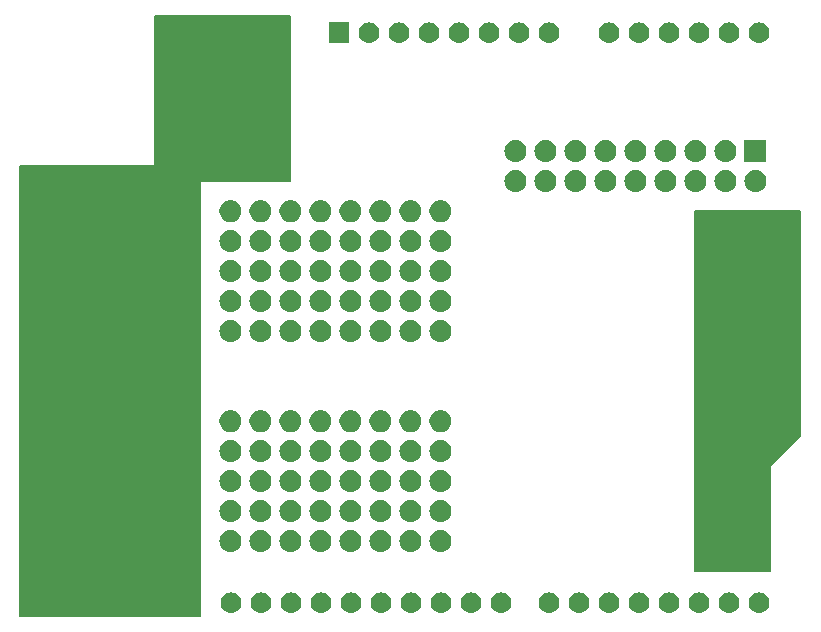
<source format=gbs>
G04 #@! TF.GenerationSoftware,KiCad,Pcbnew,5.0.2+dfsg1-1~bpo9+1*
G04 #@! TF.CreationDate,2020-03-31T02:51:35-04:00*
G04 #@! TF.ProjectId,pcb,7063622e-6b69-4636-9164-5f7063625858,rev?*
G04 #@! TF.SameCoordinates,Original*
G04 #@! TF.FileFunction,Soldermask,Bot*
G04 #@! TF.FilePolarity,Negative*
%FSLAX46Y46*%
G04 Gerber Fmt 4.6, Leading zero omitted, Abs format (unit mm)*
G04 Created by KiCad (PCBNEW 5.0.2+dfsg1-1~bpo9+1) date Tue 31 Mar 2020 02:51:35 AM EDT*
%MOMM*%
%LPD*%
G01*
G04 APERTURE LIST*
%ADD10C,0.150000*%
%ADD11C,0.100000*%
G04 APERTURE END LIST*
D10*
G36*
X158750000Y-135890000D02*
X165100000Y-135890000D01*
X165100000Y-127000000D01*
X167640000Y-124460000D01*
X167640000Y-105410000D01*
X158750000Y-105410000D01*
X158750000Y-135890000D01*
G37*
X158750000Y-135890000D02*
X165100000Y-135890000D01*
X165100000Y-127000000D01*
X167640000Y-124460000D01*
X167640000Y-105410000D01*
X158750000Y-105410000D01*
X158750000Y-135890000D01*
G36*
X113030000Y-88900000D02*
X113030000Y-101600000D01*
X101600000Y-101600000D01*
X101600000Y-139700000D01*
X116840000Y-139700000D01*
X116840000Y-102870000D01*
X124460000Y-102870000D01*
X124460000Y-88900000D01*
X113030000Y-88900000D01*
G37*
X113030000Y-88900000D02*
X113030000Y-101600000D01*
X101600000Y-101600000D01*
X101600000Y-139700000D01*
X116840000Y-139700000D01*
X116840000Y-102870000D01*
X124460000Y-102870000D01*
X124460000Y-88900000D01*
X113030000Y-88900000D01*
D11*
G36*
X119596762Y-137711478D02*
X119596765Y-137711479D01*
X119596766Y-137711479D01*
X119761930Y-137761581D01*
X119914147Y-137842943D01*
X120047565Y-137952437D01*
X120157059Y-138085855D01*
X120238421Y-138238072D01*
X120288523Y-138403236D01*
X120288524Y-138403240D01*
X120305441Y-138575001D01*
X120288524Y-138746762D01*
X120288523Y-138746765D01*
X120288523Y-138746766D01*
X120238421Y-138911930D01*
X120157059Y-139064147D01*
X120047565Y-139197565D01*
X119914147Y-139307059D01*
X119761930Y-139388421D01*
X119596766Y-139438523D01*
X119596765Y-139438523D01*
X119596762Y-139438524D01*
X119468048Y-139451201D01*
X119381954Y-139451201D01*
X119253240Y-139438524D01*
X119253237Y-139438523D01*
X119253236Y-139438523D01*
X119088072Y-139388421D01*
X118935855Y-139307059D01*
X118802437Y-139197565D01*
X118692943Y-139064147D01*
X118611581Y-138911930D01*
X118561479Y-138746766D01*
X118561479Y-138746765D01*
X118561478Y-138746762D01*
X118544561Y-138575001D01*
X118561478Y-138403240D01*
X118561479Y-138403236D01*
X118611581Y-138238072D01*
X118692943Y-138085855D01*
X118802437Y-137952437D01*
X118935855Y-137842943D01*
X119088072Y-137761581D01*
X119253236Y-137711479D01*
X119253237Y-137711479D01*
X119253240Y-137711478D01*
X119381954Y-137698801D01*
X119468048Y-137698801D01*
X119596762Y-137711478D01*
X119596762Y-137711478D01*
G37*
G36*
X139916762Y-137711478D02*
X139916765Y-137711479D01*
X139916766Y-137711479D01*
X140081930Y-137761581D01*
X140234147Y-137842943D01*
X140367565Y-137952437D01*
X140477059Y-138085855D01*
X140558421Y-138238072D01*
X140608523Y-138403236D01*
X140608524Y-138403240D01*
X140625441Y-138575001D01*
X140608524Y-138746762D01*
X140608523Y-138746765D01*
X140608523Y-138746766D01*
X140558421Y-138911930D01*
X140477059Y-139064147D01*
X140367565Y-139197565D01*
X140234147Y-139307059D01*
X140081930Y-139388421D01*
X139916766Y-139438523D01*
X139916765Y-139438523D01*
X139916762Y-139438524D01*
X139788048Y-139451201D01*
X139701954Y-139451201D01*
X139573240Y-139438524D01*
X139573237Y-139438523D01*
X139573236Y-139438523D01*
X139408072Y-139388421D01*
X139255855Y-139307059D01*
X139122437Y-139197565D01*
X139012943Y-139064147D01*
X138931581Y-138911930D01*
X138881479Y-138746766D01*
X138881479Y-138746765D01*
X138881478Y-138746762D01*
X138864561Y-138575001D01*
X138881478Y-138403240D01*
X138881479Y-138403236D01*
X138931581Y-138238072D01*
X139012943Y-138085855D01*
X139122437Y-137952437D01*
X139255855Y-137842943D01*
X139408072Y-137761581D01*
X139573236Y-137711479D01*
X139573237Y-137711479D01*
X139573240Y-137711478D01*
X139701954Y-137698801D01*
X139788048Y-137698801D01*
X139916762Y-137711478D01*
X139916762Y-137711478D01*
G37*
G36*
X164296762Y-137711478D02*
X164296765Y-137711479D01*
X164296766Y-137711479D01*
X164461930Y-137761581D01*
X164614147Y-137842943D01*
X164747565Y-137952437D01*
X164857059Y-138085855D01*
X164938421Y-138238072D01*
X164988523Y-138403236D01*
X164988524Y-138403240D01*
X165005441Y-138575001D01*
X164988524Y-138746762D01*
X164988523Y-138746765D01*
X164988523Y-138746766D01*
X164938421Y-138911930D01*
X164857059Y-139064147D01*
X164747565Y-139197565D01*
X164614147Y-139307059D01*
X164461930Y-139388421D01*
X164296766Y-139438523D01*
X164296765Y-139438523D01*
X164296762Y-139438524D01*
X164168048Y-139451201D01*
X164081954Y-139451201D01*
X163953240Y-139438524D01*
X163953237Y-139438523D01*
X163953236Y-139438523D01*
X163788072Y-139388421D01*
X163635855Y-139307059D01*
X163502437Y-139197565D01*
X163392943Y-139064147D01*
X163311581Y-138911930D01*
X163261479Y-138746766D01*
X163261479Y-138746765D01*
X163261478Y-138746762D01*
X163244561Y-138575001D01*
X163261478Y-138403240D01*
X163261479Y-138403236D01*
X163311581Y-138238072D01*
X163392943Y-138085855D01*
X163502437Y-137952437D01*
X163635855Y-137842943D01*
X163788072Y-137761581D01*
X163953236Y-137711479D01*
X163953237Y-137711479D01*
X163953240Y-137711478D01*
X164081954Y-137698801D01*
X164168048Y-137698801D01*
X164296762Y-137711478D01*
X164296762Y-137711478D01*
G37*
G36*
X124676762Y-137711478D02*
X124676765Y-137711479D01*
X124676766Y-137711479D01*
X124841930Y-137761581D01*
X124994147Y-137842943D01*
X125127565Y-137952437D01*
X125237059Y-138085855D01*
X125318421Y-138238072D01*
X125368523Y-138403236D01*
X125368524Y-138403240D01*
X125385441Y-138575001D01*
X125368524Y-138746762D01*
X125368523Y-138746765D01*
X125368523Y-138746766D01*
X125318421Y-138911930D01*
X125237059Y-139064147D01*
X125127565Y-139197565D01*
X124994147Y-139307059D01*
X124841930Y-139388421D01*
X124676766Y-139438523D01*
X124676765Y-139438523D01*
X124676762Y-139438524D01*
X124548048Y-139451201D01*
X124461954Y-139451201D01*
X124333240Y-139438524D01*
X124333237Y-139438523D01*
X124333236Y-139438523D01*
X124168072Y-139388421D01*
X124015855Y-139307059D01*
X123882437Y-139197565D01*
X123772943Y-139064147D01*
X123691581Y-138911930D01*
X123641479Y-138746766D01*
X123641479Y-138746765D01*
X123641478Y-138746762D01*
X123624561Y-138575001D01*
X123641478Y-138403240D01*
X123641479Y-138403236D01*
X123691581Y-138238072D01*
X123772943Y-138085855D01*
X123882437Y-137952437D01*
X124015855Y-137842943D01*
X124168072Y-137761581D01*
X124333236Y-137711479D01*
X124333237Y-137711479D01*
X124333240Y-137711478D01*
X124461954Y-137698801D01*
X124548048Y-137698801D01*
X124676762Y-137711478D01*
X124676762Y-137711478D01*
G37*
G36*
X127216762Y-137711478D02*
X127216765Y-137711479D01*
X127216766Y-137711479D01*
X127381930Y-137761581D01*
X127534147Y-137842943D01*
X127667565Y-137952437D01*
X127777059Y-138085855D01*
X127858421Y-138238072D01*
X127908523Y-138403236D01*
X127908524Y-138403240D01*
X127925441Y-138575001D01*
X127908524Y-138746762D01*
X127908523Y-138746765D01*
X127908523Y-138746766D01*
X127858421Y-138911930D01*
X127777059Y-139064147D01*
X127667565Y-139197565D01*
X127534147Y-139307059D01*
X127381930Y-139388421D01*
X127216766Y-139438523D01*
X127216765Y-139438523D01*
X127216762Y-139438524D01*
X127088048Y-139451201D01*
X127001954Y-139451201D01*
X126873240Y-139438524D01*
X126873237Y-139438523D01*
X126873236Y-139438523D01*
X126708072Y-139388421D01*
X126555855Y-139307059D01*
X126422437Y-139197565D01*
X126312943Y-139064147D01*
X126231581Y-138911930D01*
X126181479Y-138746766D01*
X126181479Y-138746765D01*
X126181478Y-138746762D01*
X126164561Y-138575001D01*
X126181478Y-138403240D01*
X126181479Y-138403236D01*
X126231581Y-138238072D01*
X126312943Y-138085855D01*
X126422437Y-137952437D01*
X126555855Y-137842943D01*
X126708072Y-137761581D01*
X126873236Y-137711479D01*
X126873237Y-137711479D01*
X126873240Y-137711478D01*
X127001954Y-137698801D01*
X127088048Y-137698801D01*
X127216762Y-137711478D01*
X127216762Y-137711478D01*
G37*
G36*
X129756762Y-137711478D02*
X129756765Y-137711479D01*
X129756766Y-137711479D01*
X129921930Y-137761581D01*
X130074147Y-137842943D01*
X130207565Y-137952437D01*
X130317059Y-138085855D01*
X130398421Y-138238072D01*
X130448523Y-138403236D01*
X130448524Y-138403240D01*
X130465441Y-138575001D01*
X130448524Y-138746762D01*
X130448523Y-138746765D01*
X130448523Y-138746766D01*
X130398421Y-138911930D01*
X130317059Y-139064147D01*
X130207565Y-139197565D01*
X130074147Y-139307059D01*
X129921930Y-139388421D01*
X129756766Y-139438523D01*
X129756765Y-139438523D01*
X129756762Y-139438524D01*
X129628048Y-139451201D01*
X129541954Y-139451201D01*
X129413240Y-139438524D01*
X129413237Y-139438523D01*
X129413236Y-139438523D01*
X129248072Y-139388421D01*
X129095855Y-139307059D01*
X128962437Y-139197565D01*
X128852943Y-139064147D01*
X128771581Y-138911930D01*
X128721479Y-138746766D01*
X128721479Y-138746765D01*
X128721478Y-138746762D01*
X128704561Y-138575001D01*
X128721478Y-138403240D01*
X128721479Y-138403236D01*
X128771581Y-138238072D01*
X128852943Y-138085855D01*
X128962437Y-137952437D01*
X129095855Y-137842943D01*
X129248072Y-137761581D01*
X129413236Y-137711479D01*
X129413237Y-137711479D01*
X129413240Y-137711478D01*
X129541954Y-137698801D01*
X129628048Y-137698801D01*
X129756762Y-137711478D01*
X129756762Y-137711478D01*
G37*
G36*
X132296762Y-137711478D02*
X132296765Y-137711479D01*
X132296766Y-137711479D01*
X132461930Y-137761581D01*
X132614147Y-137842943D01*
X132747565Y-137952437D01*
X132857059Y-138085855D01*
X132938421Y-138238072D01*
X132988523Y-138403236D01*
X132988524Y-138403240D01*
X133005441Y-138575001D01*
X132988524Y-138746762D01*
X132988523Y-138746765D01*
X132988523Y-138746766D01*
X132938421Y-138911930D01*
X132857059Y-139064147D01*
X132747565Y-139197565D01*
X132614147Y-139307059D01*
X132461930Y-139388421D01*
X132296766Y-139438523D01*
X132296765Y-139438523D01*
X132296762Y-139438524D01*
X132168048Y-139451201D01*
X132081954Y-139451201D01*
X131953240Y-139438524D01*
X131953237Y-139438523D01*
X131953236Y-139438523D01*
X131788072Y-139388421D01*
X131635855Y-139307059D01*
X131502437Y-139197565D01*
X131392943Y-139064147D01*
X131311581Y-138911930D01*
X131261479Y-138746766D01*
X131261479Y-138746765D01*
X131261478Y-138746762D01*
X131244561Y-138575001D01*
X131261478Y-138403240D01*
X131261479Y-138403236D01*
X131311581Y-138238072D01*
X131392943Y-138085855D01*
X131502437Y-137952437D01*
X131635855Y-137842943D01*
X131788072Y-137761581D01*
X131953236Y-137711479D01*
X131953237Y-137711479D01*
X131953240Y-137711478D01*
X132081954Y-137698801D01*
X132168048Y-137698801D01*
X132296762Y-137711478D01*
X132296762Y-137711478D01*
G37*
G36*
X134836762Y-137711478D02*
X134836765Y-137711479D01*
X134836766Y-137711479D01*
X135001930Y-137761581D01*
X135154147Y-137842943D01*
X135287565Y-137952437D01*
X135397059Y-138085855D01*
X135478421Y-138238072D01*
X135528523Y-138403236D01*
X135528524Y-138403240D01*
X135545441Y-138575001D01*
X135528524Y-138746762D01*
X135528523Y-138746765D01*
X135528523Y-138746766D01*
X135478421Y-138911930D01*
X135397059Y-139064147D01*
X135287565Y-139197565D01*
X135154147Y-139307059D01*
X135001930Y-139388421D01*
X134836766Y-139438523D01*
X134836765Y-139438523D01*
X134836762Y-139438524D01*
X134708048Y-139451201D01*
X134621954Y-139451201D01*
X134493240Y-139438524D01*
X134493237Y-139438523D01*
X134493236Y-139438523D01*
X134328072Y-139388421D01*
X134175855Y-139307059D01*
X134042437Y-139197565D01*
X133932943Y-139064147D01*
X133851581Y-138911930D01*
X133801479Y-138746766D01*
X133801479Y-138746765D01*
X133801478Y-138746762D01*
X133784561Y-138575001D01*
X133801478Y-138403240D01*
X133801479Y-138403236D01*
X133851581Y-138238072D01*
X133932943Y-138085855D01*
X134042437Y-137952437D01*
X134175855Y-137842943D01*
X134328072Y-137761581D01*
X134493236Y-137711479D01*
X134493237Y-137711479D01*
X134493240Y-137711478D01*
X134621954Y-137698801D01*
X134708048Y-137698801D01*
X134836762Y-137711478D01*
X134836762Y-137711478D01*
G37*
G36*
X137376762Y-137711478D02*
X137376765Y-137711479D01*
X137376766Y-137711479D01*
X137541930Y-137761581D01*
X137694147Y-137842943D01*
X137827565Y-137952437D01*
X137937059Y-138085855D01*
X138018421Y-138238072D01*
X138068523Y-138403236D01*
X138068524Y-138403240D01*
X138085441Y-138575001D01*
X138068524Y-138746762D01*
X138068523Y-138746765D01*
X138068523Y-138746766D01*
X138018421Y-138911930D01*
X137937059Y-139064147D01*
X137827565Y-139197565D01*
X137694147Y-139307059D01*
X137541930Y-139388421D01*
X137376766Y-139438523D01*
X137376765Y-139438523D01*
X137376762Y-139438524D01*
X137248048Y-139451201D01*
X137161954Y-139451201D01*
X137033240Y-139438524D01*
X137033237Y-139438523D01*
X137033236Y-139438523D01*
X136868072Y-139388421D01*
X136715855Y-139307059D01*
X136582437Y-139197565D01*
X136472943Y-139064147D01*
X136391581Y-138911930D01*
X136341479Y-138746766D01*
X136341479Y-138746765D01*
X136341478Y-138746762D01*
X136324561Y-138575001D01*
X136341478Y-138403240D01*
X136341479Y-138403236D01*
X136391581Y-138238072D01*
X136472943Y-138085855D01*
X136582437Y-137952437D01*
X136715855Y-137842943D01*
X136868072Y-137761581D01*
X137033236Y-137711479D01*
X137033237Y-137711479D01*
X137033240Y-137711478D01*
X137161954Y-137698801D01*
X137248048Y-137698801D01*
X137376762Y-137711478D01*
X137376762Y-137711478D01*
G37*
G36*
X161756762Y-137711478D02*
X161756765Y-137711479D01*
X161756766Y-137711479D01*
X161921930Y-137761581D01*
X162074147Y-137842943D01*
X162207565Y-137952437D01*
X162317059Y-138085855D01*
X162398421Y-138238072D01*
X162448523Y-138403236D01*
X162448524Y-138403240D01*
X162465441Y-138575001D01*
X162448524Y-138746762D01*
X162448523Y-138746765D01*
X162448523Y-138746766D01*
X162398421Y-138911930D01*
X162317059Y-139064147D01*
X162207565Y-139197565D01*
X162074147Y-139307059D01*
X161921930Y-139388421D01*
X161756766Y-139438523D01*
X161756765Y-139438523D01*
X161756762Y-139438524D01*
X161628048Y-139451201D01*
X161541954Y-139451201D01*
X161413240Y-139438524D01*
X161413237Y-139438523D01*
X161413236Y-139438523D01*
X161248072Y-139388421D01*
X161095855Y-139307059D01*
X160962437Y-139197565D01*
X160852943Y-139064147D01*
X160771581Y-138911930D01*
X160721479Y-138746766D01*
X160721479Y-138746765D01*
X160721478Y-138746762D01*
X160704561Y-138575001D01*
X160721478Y-138403240D01*
X160721479Y-138403236D01*
X160771581Y-138238072D01*
X160852943Y-138085855D01*
X160962437Y-137952437D01*
X161095855Y-137842943D01*
X161248072Y-137761581D01*
X161413236Y-137711479D01*
X161413237Y-137711479D01*
X161413240Y-137711478D01*
X161541954Y-137698801D01*
X161628048Y-137698801D01*
X161756762Y-137711478D01*
X161756762Y-137711478D01*
G37*
G36*
X146516762Y-137711478D02*
X146516765Y-137711479D01*
X146516766Y-137711479D01*
X146681930Y-137761581D01*
X146834147Y-137842943D01*
X146967565Y-137952437D01*
X147077059Y-138085855D01*
X147158421Y-138238072D01*
X147208523Y-138403236D01*
X147208524Y-138403240D01*
X147225441Y-138575001D01*
X147208524Y-138746762D01*
X147208523Y-138746765D01*
X147208523Y-138746766D01*
X147158421Y-138911930D01*
X147077059Y-139064147D01*
X146967565Y-139197565D01*
X146834147Y-139307059D01*
X146681930Y-139388421D01*
X146516766Y-139438523D01*
X146516765Y-139438523D01*
X146516762Y-139438524D01*
X146388048Y-139451201D01*
X146301954Y-139451201D01*
X146173240Y-139438524D01*
X146173237Y-139438523D01*
X146173236Y-139438523D01*
X146008072Y-139388421D01*
X145855855Y-139307059D01*
X145722437Y-139197565D01*
X145612943Y-139064147D01*
X145531581Y-138911930D01*
X145481479Y-138746766D01*
X145481479Y-138746765D01*
X145481478Y-138746762D01*
X145464561Y-138575001D01*
X145481478Y-138403240D01*
X145481479Y-138403236D01*
X145531581Y-138238072D01*
X145612943Y-138085855D01*
X145722437Y-137952437D01*
X145855855Y-137842943D01*
X146008072Y-137761581D01*
X146173236Y-137711479D01*
X146173237Y-137711479D01*
X146173240Y-137711478D01*
X146301954Y-137698801D01*
X146388048Y-137698801D01*
X146516762Y-137711478D01*
X146516762Y-137711478D01*
G37*
G36*
X149056762Y-137711478D02*
X149056765Y-137711479D01*
X149056766Y-137711479D01*
X149221930Y-137761581D01*
X149374147Y-137842943D01*
X149507565Y-137952437D01*
X149617059Y-138085855D01*
X149698421Y-138238072D01*
X149748523Y-138403236D01*
X149748524Y-138403240D01*
X149765441Y-138575001D01*
X149748524Y-138746762D01*
X149748523Y-138746765D01*
X149748523Y-138746766D01*
X149698421Y-138911930D01*
X149617059Y-139064147D01*
X149507565Y-139197565D01*
X149374147Y-139307059D01*
X149221930Y-139388421D01*
X149056766Y-139438523D01*
X149056765Y-139438523D01*
X149056762Y-139438524D01*
X148928048Y-139451201D01*
X148841954Y-139451201D01*
X148713240Y-139438524D01*
X148713237Y-139438523D01*
X148713236Y-139438523D01*
X148548072Y-139388421D01*
X148395855Y-139307059D01*
X148262437Y-139197565D01*
X148152943Y-139064147D01*
X148071581Y-138911930D01*
X148021479Y-138746766D01*
X148021479Y-138746765D01*
X148021478Y-138746762D01*
X148004561Y-138575001D01*
X148021478Y-138403240D01*
X148021479Y-138403236D01*
X148071581Y-138238072D01*
X148152943Y-138085855D01*
X148262437Y-137952437D01*
X148395855Y-137842943D01*
X148548072Y-137761581D01*
X148713236Y-137711479D01*
X148713237Y-137711479D01*
X148713240Y-137711478D01*
X148841954Y-137698801D01*
X148928048Y-137698801D01*
X149056762Y-137711478D01*
X149056762Y-137711478D01*
G37*
G36*
X151596762Y-137711478D02*
X151596765Y-137711479D01*
X151596766Y-137711479D01*
X151761930Y-137761581D01*
X151914147Y-137842943D01*
X152047565Y-137952437D01*
X152157059Y-138085855D01*
X152238421Y-138238072D01*
X152288523Y-138403236D01*
X152288524Y-138403240D01*
X152305441Y-138575001D01*
X152288524Y-138746762D01*
X152288523Y-138746765D01*
X152288523Y-138746766D01*
X152238421Y-138911930D01*
X152157059Y-139064147D01*
X152047565Y-139197565D01*
X151914147Y-139307059D01*
X151761930Y-139388421D01*
X151596766Y-139438523D01*
X151596765Y-139438523D01*
X151596762Y-139438524D01*
X151468048Y-139451201D01*
X151381954Y-139451201D01*
X151253240Y-139438524D01*
X151253237Y-139438523D01*
X151253236Y-139438523D01*
X151088072Y-139388421D01*
X150935855Y-139307059D01*
X150802437Y-139197565D01*
X150692943Y-139064147D01*
X150611581Y-138911930D01*
X150561479Y-138746766D01*
X150561479Y-138746765D01*
X150561478Y-138746762D01*
X150544561Y-138575001D01*
X150561478Y-138403240D01*
X150561479Y-138403236D01*
X150611581Y-138238072D01*
X150692943Y-138085855D01*
X150802437Y-137952437D01*
X150935855Y-137842943D01*
X151088072Y-137761581D01*
X151253236Y-137711479D01*
X151253237Y-137711479D01*
X151253240Y-137711478D01*
X151381954Y-137698801D01*
X151468048Y-137698801D01*
X151596762Y-137711478D01*
X151596762Y-137711478D01*
G37*
G36*
X154136762Y-137711478D02*
X154136765Y-137711479D01*
X154136766Y-137711479D01*
X154301930Y-137761581D01*
X154454147Y-137842943D01*
X154587565Y-137952437D01*
X154697059Y-138085855D01*
X154778421Y-138238072D01*
X154828523Y-138403236D01*
X154828524Y-138403240D01*
X154845441Y-138575001D01*
X154828524Y-138746762D01*
X154828523Y-138746765D01*
X154828523Y-138746766D01*
X154778421Y-138911930D01*
X154697059Y-139064147D01*
X154587565Y-139197565D01*
X154454147Y-139307059D01*
X154301930Y-139388421D01*
X154136766Y-139438523D01*
X154136765Y-139438523D01*
X154136762Y-139438524D01*
X154008048Y-139451201D01*
X153921954Y-139451201D01*
X153793240Y-139438524D01*
X153793237Y-139438523D01*
X153793236Y-139438523D01*
X153628072Y-139388421D01*
X153475855Y-139307059D01*
X153342437Y-139197565D01*
X153232943Y-139064147D01*
X153151581Y-138911930D01*
X153101479Y-138746766D01*
X153101479Y-138746765D01*
X153101478Y-138746762D01*
X153084561Y-138575001D01*
X153101478Y-138403240D01*
X153101479Y-138403236D01*
X153151581Y-138238072D01*
X153232943Y-138085855D01*
X153342437Y-137952437D01*
X153475855Y-137842943D01*
X153628072Y-137761581D01*
X153793236Y-137711479D01*
X153793237Y-137711479D01*
X153793240Y-137711478D01*
X153921954Y-137698801D01*
X154008048Y-137698801D01*
X154136762Y-137711478D01*
X154136762Y-137711478D01*
G37*
G36*
X156676762Y-137711478D02*
X156676765Y-137711479D01*
X156676766Y-137711479D01*
X156841930Y-137761581D01*
X156994147Y-137842943D01*
X157127565Y-137952437D01*
X157237059Y-138085855D01*
X157318421Y-138238072D01*
X157368523Y-138403236D01*
X157368524Y-138403240D01*
X157385441Y-138575001D01*
X157368524Y-138746762D01*
X157368523Y-138746765D01*
X157368523Y-138746766D01*
X157318421Y-138911930D01*
X157237059Y-139064147D01*
X157127565Y-139197565D01*
X156994147Y-139307059D01*
X156841930Y-139388421D01*
X156676766Y-139438523D01*
X156676765Y-139438523D01*
X156676762Y-139438524D01*
X156548048Y-139451201D01*
X156461954Y-139451201D01*
X156333240Y-139438524D01*
X156333237Y-139438523D01*
X156333236Y-139438523D01*
X156168072Y-139388421D01*
X156015855Y-139307059D01*
X155882437Y-139197565D01*
X155772943Y-139064147D01*
X155691581Y-138911930D01*
X155641479Y-138746766D01*
X155641479Y-138746765D01*
X155641478Y-138746762D01*
X155624561Y-138575001D01*
X155641478Y-138403240D01*
X155641479Y-138403236D01*
X155691581Y-138238072D01*
X155772943Y-138085855D01*
X155882437Y-137952437D01*
X156015855Y-137842943D01*
X156168072Y-137761581D01*
X156333236Y-137711479D01*
X156333237Y-137711479D01*
X156333240Y-137711478D01*
X156461954Y-137698801D01*
X156548048Y-137698801D01*
X156676762Y-137711478D01*
X156676762Y-137711478D01*
G37*
G36*
X159216762Y-137711478D02*
X159216765Y-137711479D01*
X159216766Y-137711479D01*
X159381930Y-137761581D01*
X159534147Y-137842943D01*
X159667565Y-137952437D01*
X159777059Y-138085855D01*
X159858421Y-138238072D01*
X159908523Y-138403236D01*
X159908524Y-138403240D01*
X159925441Y-138575001D01*
X159908524Y-138746762D01*
X159908523Y-138746765D01*
X159908523Y-138746766D01*
X159858421Y-138911930D01*
X159777059Y-139064147D01*
X159667565Y-139197565D01*
X159534147Y-139307059D01*
X159381930Y-139388421D01*
X159216766Y-139438523D01*
X159216765Y-139438523D01*
X159216762Y-139438524D01*
X159088048Y-139451201D01*
X159001954Y-139451201D01*
X158873240Y-139438524D01*
X158873237Y-139438523D01*
X158873236Y-139438523D01*
X158708072Y-139388421D01*
X158555855Y-139307059D01*
X158422437Y-139197565D01*
X158312943Y-139064147D01*
X158231581Y-138911930D01*
X158181479Y-138746766D01*
X158181479Y-138746765D01*
X158181478Y-138746762D01*
X158164561Y-138575001D01*
X158181478Y-138403240D01*
X158181479Y-138403236D01*
X158231581Y-138238072D01*
X158312943Y-138085855D01*
X158422437Y-137952437D01*
X158555855Y-137842943D01*
X158708072Y-137761581D01*
X158873236Y-137711479D01*
X158873237Y-137711479D01*
X158873240Y-137711478D01*
X159001954Y-137698801D01*
X159088048Y-137698801D01*
X159216762Y-137711478D01*
X159216762Y-137711478D01*
G37*
G36*
X122136762Y-137711478D02*
X122136765Y-137711479D01*
X122136766Y-137711479D01*
X122301930Y-137761581D01*
X122454147Y-137842943D01*
X122587565Y-137952437D01*
X122697059Y-138085855D01*
X122778421Y-138238072D01*
X122828523Y-138403236D01*
X122828524Y-138403240D01*
X122845441Y-138575001D01*
X122828524Y-138746762D01*
X122828523Y-138746765D01*
X122828523Y-138746766D01*
X122778421Y-138911930D01*
X122697059Y-139064147D01*
X122587565Y-139197565D01*
X122454147Y-139307059D01*
X122301930Y-139388421D01*
X122136766Y-139438523D01*
X122136765Y-139438523D01*
X122136762Y-139438524D01*
X122008048Y-139451201D01*
X121921954Y-139451201D01*
X121793240Y-139438524D01*
X121793237Y-139438523D01*
X121793236Y-139438523D01*
X121628072Y-139388421D01*
X121475855Y-139307059D01*
X121342437Y-139197565D01*
X121232943Y-139064147D01*
X121151581Y-138911930D01*
X121101479Y-138746766D01*
X121101479Y-138746765D01*
X121101478Y-138746762D01*
X121084561Y-138575001D01*
X121101478Y-138403240D01*
X121101479Y-138403236D01*
X121151581Y-138238072D01*
X121232943Y-138085855D01*
X121342437Y-137952437D01*
X121475855Y-137842943D01*
X121628072Y-137761581D01*
X121793236Y-137711479D01*
X121793237Y-137711479D01*
X121793240Y-137711478D01*
X121921954Y-137698801D01*
X122008048Y-137698801D01*
X122136762Y-137711478D01*
X122136762Y-137711478D01*
G37*
G36*
X142456762Y-137711478D02*
X142456765Y-137711479D01*
X142456766Y-137711479D01*
X142621930Y-137761581D01*
X142774147Y-137842943D01*
X142907565Y-137952437D01*
X143017059Y-138085855D01*
X143098421Y-138238072D01*
X143148523Y-138403236D01*
X143148524Y-138403240D01*
X143165441Y-138575001D01*
X143148524Y-138746762D01*
X143148523Y-138746765D01*
X143148523Y-138746766D01*
X143098421Y-138911930D01*
X143017059Y-139064147D01*
X142907565Y-139197565D01*
X142774147Y-139307059D01*
X142621930Y-139388421D01*
X142456766Y-139438523D01*
X142456765Y-139438523D01*
X142456762Y-139438524D01*
X142328048Y-139451201D01*
X142241954Y-139451201D01*
X142113240Y-139438524D01*
X142113237Y-139438523D01*
X142113236Y-139438523D01*
X141948072Y-139388421D01*
X141795855Y-139307059D01*
X141662437Y-139197565D01*
X141552943Y-139064147D01*
X141471581Y-138911930D01*
X141421479Y-138746766D01*
X141421479Y-138746765D01*
X141421478Y-138746762D01*
X141404561Y-138575001D01*
X141421478Y-138403240D01*
X141421479Y-138403236D01*
X141471581Y-138238072D01*
X141552943Y-138085855D01*
X141662437Y-137952437D01*
X141795855Y-137842943D01*
X141948072Y-137761581D01*
X142113236Y-137711479D01*
X142113237Y-137711479D01*
X142113240Y-137711478D01*
X142241954Y-137698801D01*
X142328048Y-137698801D01*
X142456762Y-137711478D01*
X142456762Y-137711478D01*
G37*
G36*
X129721563Y-132437201D02*
X129721566Y-132437202D01*
X129721567Y-132437202D01*
X129896156Y-132490163D01*
X130057059Y-132576167D01*
X130057061Y-132576168D01*
X130057060Y-132576168D01*
X130198091Y-132691909D01*
X130313832Y-132832940D01*
X130399837Y-132993844D01*
X130452799Y-133168437D01*
X130470682Y-133350000D01*
X130452799Y-133531563D01*
X130452798Y-133531566D01*
X130452798Y-133531567D01*
X130399837Y-133706156D01*
X130313833Y-133867059D01*
X130198091Y-134008091D01*
X130057059Y-134123833D01*
X129896156Y-134209837D01*
X129721567Y-134262798D01*
X129721566Y-134262798D01*
X129721563Y-134262799D01*
X129585501Y-134276200D01*
X129494499Y-134276200D01*
X129358437Y-134262799D01*
X129358434Y-134262798D01*
X129358433Y-134262798D01*
X129183844Y-134209837D01*
X129022941Y-134123833D01*
X128881909Y-134008091D01*
X128766167Y-133867059D01*
X128680163Y-133706156D01*
X128627202Y-133531567D01*
X128627202Y-133531566D01*
X128627201Y-133531563D01*
X128609318Y-133350000D01*
X128627201Y-133168437D01*
X128680163Y-132993844D01*
X128766168Y-132832940D01*
X128881909Y-132691909D01*
X129022940Y-132576168D01*
X129022939Y-132576168D01*
X129022941Y-132576167D01*
X129183844Y-132490163D01*
X129358433Y-132437202D01*
X129358434Y-132437202D01*
X129358437Y-132437201D01*
X129494499Y-132423800D01*
X129585501Y-132423800D01*
X129721563Y-132437201D01*
X129721563Y-132437201D01*
G37*
G36*
X119561563Y-132437201D02*
X119561566Y-132437202D01*
X119561567Y-132437202D01*
X119736156Y-132490163D01*
X119897059Y-132576167D01*
X119897061Y-132576168D01*
X119897060Y-132576168D01*
X120038091Y-132691909D01*
X120153832Y-132832940D01*
X120239837Y-132993844D01*
X120292799Y-133168437D01*
X120310682Y-133350000D01*
X120292799Y-133531563D01*
X120292798Y-133531566D01*
X120292798Y-133531567D01*
X120239837Y-133706156D01*
X120153833Y-133867059D01*
X120038091Y-134008091D01*
X119897059Y-134123833D01*
X119736156Y-134209837D01*
X119561567Y-134262798D01*
X119561566Y-134262798D01*
X119561563Y-134262799D01*
X119425501Y-134276200D01*
X119334499Y-134276200D01*
X119198437Y-134262799D01*
X119198434Y-134262798D01*
X119198433Y-134262798D01*
X119023844Y-134209837D01*
X118862941Y-134123833D01*
X118721909Y-134008091D01*
X118606167Y-133867059D01*
X118520163Y-133706156D01*
X118467202Y-133531567D01*
X118467202Y-133531566D01*
X118467201Y-133531563D01*
X118449318Y-133350000D01*
X118467201Y-133168437D01*
X118520163Y-132993844D01*
X118606168Y-132832940D01*
X118721909Y-132691909D01*
X118862940Y-132576168D01*
X118862939Y-132576168D01*
X118862941Y-132576167D01*
X119023844Y-132490163D01*
X119198433Y-132437202D01*
X119198434Y-132437202D01*
X119198437Y-132437201D01*
X119334499Y-132423800D01*
X119425501Y-132423800D01*
X119561563Y-132437201D01*
X119561563Y-132437201D01*
G37*
G36*
X122101563Y-132437201D02*
X122101566Y-132437202D01*
X122101567Y-132437202D01*
X122276156Y-132490163D01*
X122437059Y-132576167D01*
X122437061Y-132576168D01*
X122437060Y-132576168D01*
X122578091Y-132691909D01*
X122693832Y-132832940D01*
X122779837Y-132993844D01*
X122832799Y-133168437D01*
X122850682Y-133350000D01*
X122832799Y-133531563D01*
X122832798Y-133531566D01*
X122832798Y-133531567D01*
X122779837Y-133706156D01*
X122693833Y-133867059D01*
X122578091Y-134008091D01*
X122437059Y-134123833D01*
X122276156Y-134209837D01*
X122101567Y-134262798D01*
X122101566Y-134262798D01*
X122101563Y-134262799D01*
X121965501Y-134276200D01*
X121874499Y-134276200D01*
X121738437Y-134262799D01*
X121738434Y-134262798D01*
X121738433Y-134262798D01*
X121563844Y-134209837D01*
X121402941Y-134123833D01*
X121261909Y-134008091D01*
X121146167Y-133867059D01*
X121060163Y-133706156D01*
X121007202Y-133531567D01*
X121007202Y-133531566D01*
X121007201Y-133531563D01*
X120989318Y-133350000D01*
X121007201Y-133168437D01*
X121060163Y-132993844D01*
X121146168Y-132832940D01*
X121261909Y-132691909D01*
X121402940Y-132576168D01*
X121402939Y-132576168D01*
X121402941Y-132576167D01*
X121563844Y-132490163D01*
X121738433Y-132437202D01*
X121738434Y-132437202D01*
X121738437Y-132437201D01*
X121874499Y-132423800D01*
X121965501Y-132423800D01*
X122101563Y-132437201D01*
X122101563Y-132437201D01*
G37*
G36*
X127181563Y-132437201D02*
X127181566Y-132437202D01*
X127181567Y-132437202D01*
X127356156Y-132490163D01*
X127517059Y-132576167D01*
X127517061Y-132576168D01*
X127517060Y-132576168D01*
X127658091Y-132691909D01*
X127773832Y-132832940D01*
X127859837Y-132993844D01*
X127912799Y-133168437D01*
X127930682Y-133350000D01*
X127912799Y-133531563D01*
X127912798Y-133531566D01*
X127912798Y-133531567D01*
X127859837Y-133706156D01*
X127773833Y-133867059D01*
X127658091Y-134008091D01*
X127517059Y-134123833D01*
X127356156Y-134209837D01*
X127181567Y-134262798D01*
X127181566Y-134262798D01*
X127181563Y-134262799D01*
X127045501Y-134276200D01*
X126954499Y-134276200D01*
X126818437Y-134262799D01*
X126818434Y-134262798D01*
X126818433Y-134262798D01*
X126643844Y-134209837D01*
X126482941Y-134123833D01*
X126341909Y-134008091D01*
X126226167Y-133867059D01*
X126140163Y-133706156D01*
X126087202Y-133531567D01*
X126087202Y-133531566D01*
X126087201Y-133531563D01*
X126069318Y-133350000D01*
X126087201Y-133168437D01*
X126140163Y-132993844D01*
X126226168Y-132832940D01*
X126341909Y-132691909D01*
X126482940Y-132576168D01*
X126482939Y-132576168D01*
X126482941Y-132576167D01*
X126643844Y-132490163D01*
X126818433Y-132437202D01*
X126818434Y-132437202D01*
X126818437Y-132437201D01*
X126954499Y-132423800D01*
X127045501Y-132423800D01*
X127181563Y-132437201D01*
X127181563Y-132437201D01*
G37*
G36*
X124641563Y-132437201D02*
X124641566Y-132437202D01*
X124641567Y-132437202D01*
X124816156Y-132490163D01*
X124977059Y-132576167D01*
X124977061Y-132576168D01*
X124977060Y-132576168D01*
X125118091Y-132691909D01*
X125233832Y-132832940D01*
X125319837Y-132993844D01*
X125372799Y-133168437D01*
X125390682Y-133350000D01*
X125372799Y-133531563D01*
X125372798Y-133531566D01*
X125372798Y-133531567D01*
X125319837Y-133706156D01*
X125233833Y-133867059D01*
X125118091Y-134008091D01*
X124977059Y-134123833D01*
X124816156Y-134209837D01*
X124641567Y-134262798D01*
X124641566Y-134262798D01*
X124641563Y-134262799D01*
X124505501Y-134276200D01*
X124414499Y-134276200D01*
X124278437Y-134262799D01*
X124278434Y-134262798D01*
X124278433Y-134262798D01*
X124103844Y-134209837D01*
X123942941Y-134123833D01*
X123801909Y-134008091D01*
X123686167Y-133867059D01*
X123600163Y-133706156D01*
X123547202Y-133531567D01*
X123547202Y-133531566D01*
X123547201Y-133531563D01*
X123529318Y-133350000D01*
X123547201Y-133168437D01*
X123600163Y-132993844D01*
X123686168Y-132832940D01*
X123801909Y-132691909D01*
X123942940Y-132576168D01*
X123942939Y-132576168D01*
X123942941Y-132576167D01*
X124103844Y-132490163D01*
X124278433Y-132437202D01*
X124278434Y-132437202D01*
X124278437Y-132437201D01*
X124414499Y-132423800D01*
X124505501Y-132423800D01*
X124641563Y-132437201D01*
X124641563Y-132437201D01*
G37*
G36*
X134801563Y-132437201D02*
X134801566Y-132437202D01*
X134801567Y-132437202D01*
X134976156Y-132490163D01*
X135137059Y-132576167D01*
X135137061Y-132576168D01*
X135137060Y-132576168D01*
X135278091Y-132691909D01*
X135393832Y-132832940D01*
X135479837Y-132993844D01*
X135532799Y-133168437D01*
X135550682Y-133350000D01*
X135532799Y-133531563D01*
X135532798Y-133531566D01*
X135532798Y-133531567D01*
X135479837Y-133706156D01*
X135393833Y-133867059D01*
X135278091Y-134008091D01*
X135137059Y-134123833D01*
X134976156Y-134209837D01*
X134801567Y-134262798D01*
X134801566Y-134262798D01*
X134801563Y-134262799D01*
X134665501Y-134276200D01*
X134574499Y-134276200D01*
X134438437Y-134262799D01*
X134438434Y-134262798D01*
X134438433Y-134262798D01*
X134263844Y-134209837D01*
X134102941Y-134123833D01*
X133961909Y-134008091D01*
X133846167Y-133867059D01*
X133760163Y-133706156D01*
X133707202Y-133531567D01*
X133707202Y-133531566D01*
X133707201Y-133531563D01*
X133689318Y-133350000D01*
X133707201Y-133168437D01*
X133760163Y-132993844D01*
X133846168Y-132832940D01*
X133961909Y-132691909D01*
X134102940Y-132576168D01*
X134102939Y-132576168D01*
X134102941Y-132576167D01*
X134263844Y-132490163D01*
X134438433Y-132437202D01*
X134438434Y-132437202D01*
X134438437Y-132437201D01*
X134574499Y-132423800D01*
X134665501Y-132423800D01*
X134801563Y-132437201D01*
X134801563Y-132437201D01*
G37*
G36*
X132261563Y-132437201D02*
X132261566Y-132437202D01*
X132261567Y-132437202D01*
X132436156Y-132490163D01*
X132597059Y-132576167D01*
X132597061Y-132576168D01*
X132597060Y-132576168D01*
X132738091Y-132691909D01*
X132853832Y-132832940D01*
X132939837Y-132993844D01*
X132992799Y-133168437D01*
X133010682Y-133350000D01*
X132992799Y-133531563D01*
X132992798Y-133531566D01*
X132992798Y-133531567D01*
X132939837Y-133706156D01*
X132853833Y-133867059D01*
X132738091Y-134008091D01*
X132597059Y-134123833D01*
X132436156Y-134209837D01*
X132261567Y-134262798D01*
X132261566Y-134262798D01*
X132261563Y-134262799D01*
X132125501Y-134276200D01*
X132034499Y-134276200D01*
X131898437Y-134262799D01*
X131898434Y-134262798D01*
X131898433Y-134262798D01*
X131723844Y-134209837D01*
X131562941Y-134123833D01*
X131421909Y-134008091D01*
X131306167Y-133867059D01*
X131220163Y-133706156D01*
X131167202Y-133531567D01*
X131167202Y-133531566D01*
X131167201Y-133531563D01*
X131149318Y-133350000D01*
X131167201Y-133168437D01*
X131220163Y-132993844D01*
X131306168Y-132832940D01*
X131421909Y-132691909D01*
X131562940Y-132576168D01*
X131562939Y-132576168D01*
X131562941Y-132576167D01*
X131723844Y-132490163D01*
X131898433Y-132437202D01*
X131898434Y-132437202D01*
X131898437Y-132437201D01*
X132034499Y-132423800D01*
X132125501Y-132423800D01*
X132261563Y-132437201D01*
X132261563Y-132437201D01*
G37*
G36*
X137341563Y-132437201D02*
X137341566Y-132437202D01*
X137341567Y-132437202D01*
X137516156Y-132490163D01*
X137677059Y-132576167D01*
X137677061Y-132576168D01*
X137677060Y-132576168D01*
X137818091Y-132691909D01*
X137933832Y-132832940D01*
X138019837Y-132993844D01*
X138072799Y-133168437D01*
X138090682Y-133350000D01*
X138072799Y-133531563D01*
X138072798Y-133531566D01*
X138072798Y-133531567D01*
X138019837Y-133706156D01*
X137933833Y-133867059D01*
X137818091Y-134008091D01*
X137677059Y-134123833D01*
X137516156Y-134209837D01*
X137341567Y-134262798D01*
X137341566Y-134262798D01*
X137341563Y-134262799D01*
X137205501Y-134276200D01*
X137114499Y-134276200D01*
X136978437Y-134262799D01*
X136978434Y-134262798D01*
X136978433Y-134262798D01*
X136803844Y-134209837D01*
X136642941Y-134123833D01*
X136501909Y-134008091D01*
X136386167Y-133867059D01*
X136300163Y-133706156D01*
X136247202Y-133531567D01*
X136247202Y-133531566D01*
X136247201Y-133531563D01*
X136229318Y-133350000D01*
X136247201Y-133168437D01*
X136300163Y-132993844D01*
X136386168Y-132832940D01*
X136501909Y-132691909D01*
X136642940Y-132576168D01*
X136642939Y-132576168D01*
X136642941Y-132576167D01*
X136803844Y-132490163D01*
X136978433Y-132437202D01*
X136978434Y-132437202D01*
X136978437Y-132437201D01*
X137114499Y-132423800D01*
X137205501Y-132423800D01*
X137341563Y-132437201D01*
X137341563Y-132437201D01*
G37*
G36*
X127181563Y-129897201D02*
X127181566Y-129897202D01*
X127181567Y-129897202D01*
X127356156Y-129950163D01*
X127517059Y-130036167D01*
X127517061Y-130036168D01*
X127517060Y-130036168D01*
X127658091Y-130151909D01*
X127773832Y-130292940D01*
X127859837Y-130453844D01*
X127912799Y-130628437D01*
X127930682Y-130810000D01*
X127912799Y-130991563D01*
X127912798Y-130991566D01*
X127912798Y-130991567D01*
X127859837Y-131166156D01*
X127773833Y-131327059D01*
X127658091Y-131468091D01*
X127517059Y-131583833D01*
X127356156Y-131669837D01*
X127181567Y-131722798D01*
X127181566Y-131722798D01*
X127181563Y-131722799D01*
X127045501Y-131736200D01*
X126954499Y-131736200D01*
X126818437Y-131722799D01*
X126818434Y-131722798D01*
X126818433Y-131722798D01*
X126643844Y-131669837D01*
X126482941Y-131583833D01*
X126341909Y-131468091D01*
X126226167Y-131327059D01*
X126140163Y-131166156D01*
X126087202Y-130991567D01*
X126087202Y-130991566D01*
X126087201Y-130991563D01*
X126069318Y-130810000D01*
X126087201Y-130628437D01*
X126140163Y-130453844D01*
X126226168Y-130292940D01*
X126341909Y-130151909D01*
X126482940Y-130036168D01*
X126482939Y-130036168D01*
X126482941Y-130036167D01*
X126643844Y-129950163D01*
X126818433Y-129897202D01*
X126818434Y-129897202D01*
X126818437Y-129897201D01*
X126954499Y-129883800D01*
X127045501Y-129883800D01*
X127181563Y-129897201D01*
X127181563Y-129897201D01*
G37*
G36*
X119561563Y-129897201D02*
X119561566Y-129897202D01*
X119561567Y-129897202D01*
X119736156Y-129950163D01*
X119897059Y-130036167D01*
X119897061Y-130036168D01*
X119897060Y-130036168D01*
X120038091Y-130151909D01*
X120153832Y-130292940D01*
X120239837Y-130453844D01*
X120292799Y-130628437D01*
X120310682Y-130810000D01*
X120292799Y-130991563D01*
X120292798Y-130991566D01*
X120292798Y-130991567D01*
X120239837Y-131166156D01*
X120153833Y-131327059D01*
X120038091Y-131468091D01*
X119897059Y-131583833D01*
X119736156Y-131669837D01*
X119561567Y-131722798D01*
X119561566Y-131722798D01*
X119561563Y-131722799D01*
X119425501Y-131736200D01*
X119334499Y-131736200D01*
X119198437Y-131722799D01*
X119198434Y-131722798D01*
X119198433Y-131722798D01*
X119023844Y-131669837D01*
X118862941Y-131583833D01*
X118721909Y-131468091D01*
X118606167Y-131327059D01*
X118520163Y-131166156D01*
X118467202Y-130991567D01*
X118467202Y-130991566D01*
X118467201Y-130991563D01*
X118449318Y-130810000D01*
X118467201Y-130628437D01*
X118520163Y-130453844D01*
X118606168Y-130292940D01*
X118721909Y-130151909D01*
X118862940Y-130036168D01*
X118862939Y-130036168D01*
X118862941Y-130036167D01*
X119023844Y-129950163D01*
X119198433Y-129897202D01*
X119198434Y-129897202D01*
X119198437Y-129897201D01*
X119334499Y-129883800D01*
X119425501Y-129883800D01*
X119561563Y-129897201D01*
X119561563Y-129897201D01*
G37*
G36*
X122101563Y-129897201D02*
X122101566Y-129897202D01*
X122101567Y-129897202D01*
X122276156Y-129950163D01*
X122437059Y-130036167D01*
X122437061Y-130036168D01*
X122437060Y-130036168D01*
X122578091Y-130151909D01*
X122693832Y-130292940D01*
X122779837Y-130453844D01*
X122832799Y-130628437D01*
X122850682Y-130810000D01*
X122832799Y-130991563D01*
X122832798Y-130991566D01*
X122832798Y-130991567D01*
X122779837Y-131166156D01*
X122693833Y-131327059D01*
X122578091Y-131468091D01*
X122437059Y-131583833D01*
X122276156Y-131669837D01*
X122101567Y-131722798D01*
X122101566Y-131722798D01*
X122101563Y-131722799D01*
X121965501Y-131736200D01*
X121874499Y-131736200D01*
X121738437Y-131722799D01*
X121738434Y-131722798D01*
X121738433Y-131722798D01*
X121563844Y-131669837D01*
X121402941Y-131583833D01*
X121261909Y-131468091D01*
X121146167Y-131327059D01*
X121060163Y-131166156D01*
X121007202Y-130991567D01*
X121007202Y-130991566D01*
X121007201Y-130991563D01*
X120989318Y-130810000D01*
X121007201Y-130628437D01*
X121060163Y-130453844D01*
X121146168Y-130292940D01*
X121261909Y-130151909D01*
X121402940Y-130036168D01*
X121402939Y-130036168D01*
X121402941Y-130036167D01*
X121563844Y-129950163D01*
X121738433Y-129897202D01*
X121738434Y-129897202D01*
X121738437Y-129897201D01*
X121874499Y-129883800D01*
X121965501Y-129883800D01*
X122101563Y-129897201D01*
X122101563Y-129897201D01*
G37*
G36*
X132261563Y-129897201D02*
X132261566Y-129897202D01*
X132261567Y-129897202D01*
X132436156Y-129950163D01*
X132597059Y-130036167D01*
X132597061Y-130036168D01*
X132597060Y-130036168D01*
X132738091Y-130151909D01*
X132853832Y-130292940D01*
X132939837Y-130453844D01*
X132992799Y-130628437D01*
X133010682Y-130810000D01*
X132992799Y-130991563D01*
X132992798Y-130991566D01*
X132992798Y-130991567D01*
X132939837Y-131166156D01*
X132853833Y-131327059D01*
X132738091Y-131468091D01*
X132597059Y-131583833D01*
X132436156Y-131669837D01*
X132261567Y-131722798D01*
X132261566Y-131722798D01*
X132261563Y-131722799D01*
X132125501Y-131736200D01*
X132034499Y-131736200D01*
X131898437Y-131722799D01*
X131898434Y-131722798D01*
X131898433Y-131722798D01*
X131723844Y-131669837D01*
X131562941Y-131583833D01*
X131421909Y-131468091D01*
X131306167Y-131327059D01*
X131220163Y-131166156D01*
X131167202Y-130991567D01*
X131167202Y-130991566D01*
X131167201Y-130991563D01*
X131149318Y-130810000D01*
X131167201Y-130628437D01*
X131220163Y-130453844D01*
X131306168Y-130292940D01*
X131421909Y-130151909D01*
X131562940Y-130036168D01*
X131562939Y-130036168D01*
X131562941Y-130036167D01*
X131723844Y-129950163D01*
X131898433Y-129897202D01*
X131898434Y-129897202D01*
X131898437Y-129897201D01*
X132034499Y-129883800D01*
X132125501Y-129883800D01*
X132261563Y-129897201D01*
X132261563Y-129897201D01*
G37*
G36*
X129721563Y-129897201D02*
X129721566Y-129897202D01*
X129721567Y-129897202D01*
X129896156Y-129950163D01*
X130057059Y-130036167D01*
X130057061Y-130036168D01*
X130057060Y-130036168D01*
X130198091Y-130151909D01*
X130313832Y-130292940D01*
X130399837Y-130453844D01*
X130452799Y-130628437D01*
X130470682Y-130810000D01*
X130452799Y-130991563D01*
X130452798Y-130991566D01*
X130452798Y-130991567D01*
X130399837Y-131166156D01*
X130313833Y-131327059D01*
X130198091Y-131468091D01*
X130057059Y-131583833D01*
X129896156Y-131669837D01*
X129721567Y-131722798D01*
X129721566Y-131722798D01*
X129721563Y-131722799D01*
X129585501Y-131736200D01*
X129494499Y-131736200D01*
X129358437Y-131722799D01*
X129358434Y-131722798D01*
X129358433Y-131722798D01*
X129183844Y-131669837D01*
X129022941Y-131583833D01*
X128881909Y-131468091D01*
X128766167Y-131327059D01*
X128680163Y-131166156D01*
X128627202Y-130991567D01*
X128627202Y-130991566D01*
X128627201Y-130991563D01*
X128609318Y-130810000D01*
X128627201Y-130628437D01*
X128680163Y-130453844D01*
X128766168Y-130292940D01*
X128881909Y-130151909D01*
X129022940Y-130036168D01*
X129022939Y-130036168D01*
X129022941Y-130036167D01*
X129183844Y-129950163D01*
X129358433Y-129897202D01*
X129358434Y-129897202D01*
X129358437Y-129897201D01*
X129494499Y-129883800D01*
X129585501Y-129883800D01*
X129721563Y-129897201D01*
X129721563Y-129897201D01*
G37*
G36*
X137341563Y-129897201D02*
X137341566Y-129897202D01*
X137341567Y-129897202D01*
X137516156Y-129950163D01*
X137677059Y-130036167D01*
X137677061Y-130036168D01*
X137677060Y-130036168D01*
X137818091Y-130151909D01*
X137933832Y-130292940D01*
X138019837Y-130453844D01*
X138072799Y-130628437D01*
X138090682Y-130810000D01*
X138072799Y-130991563D01*
X138072798Y-130991566D01*
X138072798Y-130991567D01*
X138019837Y-131166156D01*
X137933833Y-131327059D01*
X137818091Y-131468091D01*
X137677059Y-131583833D01*
X137516156Y-131669837D01*
X137341567Y-131722798D01*
X137341566Y-131722798D01*
X137341563Y-131722799D01*
X137205501Y-131736200D01*
X137114499Y-131736200D01*
X136978437Y-131722799D01*
X136978434Y-131722798D01*
X136978433Y-131722798D01*
X136803844Y-131669837D01*
X136642941Y-131583833D01*
X136501909Y-131468091D01*
X136386167Y-131327059D01*
X136300163Y-131166156D01*
X136247202Y-130991567D01*
X136247202Y-130991566D01*
X136247201Y-130991563D01*
X136229318Y-130810000D01*
X136247201Y-130628437D01*
X136300163Y-130453844D01*
X136386168Y-130292940D01*
X136501909Y-130151909D01*
X136642940Y-130036168D01*
X136642939Y-130036168D01*
X136642941Y-130036167D01*
X136803844Y-129950163D01*
X136978433Y-129897202D01*
X136978434Y-129897202D01*
X136978437Y-129897201D01*
X137114499Y-129883800D01*
X137205501Y-129883800D01*
X137341563Y-129897201D01*
X137341563Y-129897201D01*
G37*
G36*
X134801563Y-129897201D02*
X134801566Y-129897202D01*
X134801567Y-129897202D01*
X134976156Y-129950163D01*
X135137059Y-130036167D01*
X135137061Y-130036168D01*
X135137060Y-130036168D01*
X135278091Y-130151909D01*
X135393832Y-130292940D01*
X135479837Y-130453844D01*
X135532799Y-130628437D01*
X135550682Y-130810000D01*
X135532799Y-130991563D01*
X135532798Y-130991566D01*
X135532798Y-130991567D01*
X135479837Y-131166156D01*
X135393833Y-131327059D01*
X135278091Y-131468091D01*
X135137059Y-131583833D01*
X134976156Y-131669837D01*
X134801567Y-131722798D01*
X134801566Y-131722798D01*
X134801563Y-131722799D01*
X134665501Y-131736200D01*
X134574499Y-131736200D01*
X134438437Y-131722799D01*
X134438434Y-131722798D01*
X134438433Y-131722798D01*
X134263844Y-131669837D01*
X134102941Y-131583833D01*
X133961909Y-131468091D01*
X133846167Y-131327059D01*
X133760163Y-131166156D01*
X133707202Y-130991567D01*
X133707202Y-130991566D01*
X133707201Y-130991563D01*
X133689318Y-130810000D01*
X133707201Y-130628437D01*
X133760163Y-130453844D01*
X133846168Y-130292940D01*
X133961909Y-130151909D01*
X134102940Y-130036168D01*
X134102939Y-130036168D01*
X134102941Y-130036167D01*
X134263844Y-129950163D01*
X134438433Y-129897202D01*
X134438434Y-129897202D01*
X134438437Y-129897201D01*
X134574499Y-129883800D01*
X134665501Y-129883800D01*
X134801563Y-129897201D01*
X134801563Y-129897201D01*
G37*
G36*
X124641563Y-129897201D02*
X124641566Y-129897202D01*
X124641567Y-129897202D01*
X124816156Y-129950163D01*
X124977059Y-130036167D01*
X124977061Y-130036168D01*
X124977060Y-130036168D01*
X125118091Y-130151909D01*
X125233832Y-130292940D01*
X125319837Y-130453844D01*
X125372799Y-130628437D01*
X125390682Y-130810000D01*
X125372799Y-130991563D01*
X125372798Y-130991566D01*
X125372798Y-130991567D01*
X125319837Y-131166156D01*
X125233833Y-131327059D01*
X125118091Y-131468091D01*
X124977059Y-131583833D01*
X124816156Y-131669837D01*
X124641567Y-131722798D01*
X124641566Y-131722798D01*
X124641563Y-131722799D01*
X124505501Y-131736200D01*
X124414499Y-131736200D01*
X124278437Y-131722799D01*
X124278434Y-131722798D01*
X124278433Y-131722798D01*
X124103844Y-131669837D01*
X123942941Y-131583833D01*
X123801909Y-131468091D01*
X123686167Y-131327059D01*
X123600163Y-131166156D01*
X123547202Y-130991567D01*
X123547202Y-130991566D01*
X123547201Y-130991563D01*
X123529318Y-130810000D01*
X123547201Y-130628437D01*
X123600163Y-130453844D01*
X123686168Y-130292940D01*
X123801909Y-130151909D01*
X123942940Y-130036168D01*
X123942939Y-130036168D01*
X123942941Y-130036167D01*
X124103844Y-129950163D01*
X124278433Y-129897202D01*
X124278434Y-129897202D01*
X124278437Y-129897201D01*
X124414499Y-129883800D01*
X124505501Y-129883800D01*
X124641563Y-129897201D01*
X124641563Y-129897201D01*
G37*
G36*
X122101563Y-127357201D02*
X122101566Y-127357202D01*
X122101567Y-127357202D01*
X122276156Y-127410163D01*
X122437059Y-127496167D01*
X122437061Y-127496168D01*
X122437060Y-127496168D01*
X122578091Y-127611909D01*
X122693832Y-127752940D01*
X122779837Y-127913844D01*
X122832799Y-128088437D01*
X122850682Y-128270000D01*
X122832799Y-128451563D01*
X122832798Y-128451566D01*
X122832798Y-128451567D01*
X122779837Y-128626156D01*
X122693833Y-128787059D01*
X122578091Y-128928091D01*
X122437059Y-129043833D01*
X122276156Y-129129837D01*
X122101567Y-129182798D01*
X122101566Y-129182798D01*
X122101563Y-129182799D01*
X121965501Y-129196200D01*
X121874499Y-129196200D01*
X121738437Y-129182799D01*
X121738434Y-129182798D01*
X121738433Y-129182798D01*
X121563844Y-129129837D01*
X121402941Y-129043833D01*
X121261909Y-128928091D01*
X121146167Y-128787059D01*
X121060163Y-128626156D01*
X121007202Y-128451567D01*
X121007202Y-128451566D01*
X121007201Y-128451563D01*
X120989318Y-128270000D01*
X121007201Y-128088437D01*
X121060163Y-127913844D01*
X121146168Y-127752940D01*
X121261909Y-127611909D01*
X121402940Y-127496168D01*
X121402939Y-127496168D01*
X121402941Y-127496167D01*
X121563844Y-127410163D01*
X121738433Y-127357202D01*
X121738434Y-127357202D01*
X121738437Y-127357201D01*
X121874499Y-127343800D01*
X121965501Y-127343800D01*
X122101563Y-127357201D01*
X122101563Y-127357201D01*
G37*
G36*
X127181563Y-127357201D02*
X127181566Y-127357202D01*
X127181567Y-127357202D01*
X127356156Y-127410163D01*
X127517059Y-127496167D01*
X127517061Y-127496168D01*
X127517060Y-127496168D01*
X127658091Y-127611909D01*
X127773832Y-127752940D01*
X127859837Y-127913844D01*
X127912799Y-128088437D01*
X127930682Y-128270000D01*
X127912799Y-128451563D01*
X127912798Y-128451566D01*
X127912798Y-128451567D01*
X127859837Y-128626156D01*
X127773833Y-128787059D01*
X127658091Y-128928091D01*
X127517059Y-129043833D01*
X127356156Y-129129837D01*
X127181567Y-129182798D01*
X127181566Y-129182798D01*
X127181563Y-129182799D01*
X127045501Y-129196200D01*
X126954499Y-129196200D01*
X126818437Y-129182799D01*
X126818434Y-129182798D01*
X126818433Y-129182798D01*
X126643844Y-129129837D01*
X126482941Y-129043833D01*
X126341909Y-128928091D01*
X126226167Y-128787059D01*
X126140163Y-128626156D01*
X126087202Y-128451567D01*
X126087202Y-128451566D01*
X126087201Y-128451563D01*
X126069318Y-128270000D01*
X126087201Y-128088437D01*
X126140163Y-127913844D01*
X126226168Y-127752940D01*
X126341909Y-127611909D01*
X126482940Y-127496168D01*
X126482939Y-127496168D01*
X126482941Y-127496167D01*
X126643844Y-127410163D01*
X126818433Y-127357202D01*
X126818434Y-127357202D01*
X126818437Y-127357201D01*
X126954499Y-127343800D01*
X127045501Y-127343800D01*
X127181563Y-127357201D01*
X127181563Y-127357201D01*
G37*
G36*
X137341563Y-127357201D02*
X137341566Y-127357202D01*
X137341567Y-127357202D01*
X137516156Y-127410163D01*
X137677059Y-127496167D01*
X137677061Y-127496168D01*
X137677060Y-127496168D01*
X137818091Y-127611909D01*
X137933832Y-127752940D01*
X138019837Y-127913844D01*
X138072799Y-128088437D01*
X138090682Y-128270000D01*
X138072799Y-128451563D01*
X138072798Y-128451566D01*
X138072798Y-128451567D01*
X138019837Y-128626156D01*
X137933833Y-128787059D01*
X137818091Y-128928091D01*
X137677059Y-129043833D01*
X137516156Y-129129837D01*
X137341567Y-129182798D01*
X137341566Y-129182798D01*
X137341563Y-129182799D01*
X137205501Y-129196200D01*
X137114499Y-129196200D01*
X136978437Y-129182799D01*
X136978434Y-129182798D01*
X136978433Y-129182798D01*
X136803844Y-129129837D01*
X136642941Y-129043833D01*
X136501909Y-128928091D01*
X136386167Y-128787059D01*
X136300163Y-128626156D01*
X136247202Y-128451567D01*
X136247202Y-128451566D01*
X136247201Y-128451563D01*
X136229318Y-128270000D01*
X136247201Y-128088437D01*
X136300163Y-127913844D01*
X136386168Y-127752940D01*
X136501909Y-127611909D01*
X136642940Y-127496168D01*
X136642939Y-127496168D01*
X136642941Y-127496167D01*
X136803844Y-127410163D01*
X136978433Y-127357202D01*
X136978434Y-127357202D01*
X136978437Y-127357201D01*
X137114499Y-127343800D01*
X137205501Y-127343800D01*
X137341563Y-127357201D01*
X137341563Y-127357201D01*
G37*
G36*
X134801563Y-127357201D02*
X134801566Y-127357202D01*
X134801567Y-127357202D01*
X134976156Y-127410163D01*
X135137059Y-127496167D01*
X135137061Y-127496168D01*
X135137060Y-127496168D01*
X135278091Y-127611909D01*
X135393832Y-127752940D01*
X135479837Y-127913844D01*
X135532799Y-128088437D01*
X135550682Y-128270000D01*
X135532799Y-128451563D01*
X135532798Y-128451566D01*
X135532798Y-128451567D01*
X135479837Y-128626156D01*
X135393833Y-128787059D01*
X135278091Y-128928091D01*
X135137059Y-129043833D01*
X134976156Y-129129837D01*
X134801567Y-129182798D01*
X134801566Y-129182798D01*
X134801563Y-129182799D01*
X134665501Y-129196200D01*
X134574499Y-129196200D01*
X134438437Y-129182799D01*
X134438434Y-129182798D01*
X134438433Y-129182798D01*
X134263844Y-129129837D01*
X134102941Y-129043833D01*
X133961909Y-128928091D01*
X133846167Y-128787059D01*
X133760163Y-128626156D01*
X133707202Y-128451567D01*
X133707202Y-128451566D01*
X133707201Y-128451563D01*
X133689318Y-128270000D01*
X133707201Y-128088437D01*
X133760163Y-127913844D01*
X133846168Y-127752940D01*
X133961909Y-127611909D01*
X134102940Y-127496168D01*
X134102939Y-127496168D01*
X134102941Y-127496167D01*
X134263844Y-127410163D01*
X134438433Y-127357202D01*
X134438434Y-127357202D01*
X134438437Y-127357201D01*
X134574499Y-127343800D01*
X134665501Y-127343800D01*
X134801563Y-127357201D01*
X134801563Y-127357201D01*
G37*
G36*
X132261563Y-127357201D02*
X132261566Y-127357202D01*
X132261567Y-127357202D01*
X132436156Y-127410163D01*
X132597059Y-127496167D01*
X132597061Y-127496168D01*
X132597060Y-127496168D01*
X132738091Y-127611909D01*
X132853832Y-127752940D01*
X132939837Y-127913844D01*
X132992799Y-128088437D01*
X133010682Y-128270000D01*
X132992799Y-128451563D01*
X132992798Y-128451566D01*
X132992798Y-128451567D01*
X132939837Y-128626156D01*
X132853833Y-128787059D01*
X132738091Y-128928091D01*
X132597059Y-129043833D01*
X132436156Y-129129837D01*
X132261567Y-129182798D01*
X132261566Y-129182798D01*
X132261563Y-129182799D01*
X132125501Y-129196200D01*
X132034499Y-129196200D01*
X131898437Y-129182799D01*
X131898434Y-129182798D01*
X131898433Y-129182798D01*
X131723844Y-129129837D01*
X131562941Y-129043833D01*
X131421909Y-128928091D01*
X131306167Y-128787059D01*
X131220163Y-128626156D01*
X131167202Y-128451567D01*
X131167202Y-128451566D01*
X131167201Y-128451563D01*
X131149318Y-128270000D01*
X131167201Y-128088437D01*
X131220163Y-127913844D01*
X131306168Y-127752940D01*
X131421909Y-127611909D01*
X131562940Y-127496168D01*
X131562939Y-127496168D01*
X131562941Y-127496167D01*
X131723844Y-127410163D01*
X131898433Y-127357202D01*
X131898434Y-127357202D01*
X131898437Y-127357201D01*
X132034499Y-127343800D01*
X132125501Y-127343800D01*
X132261563Y-127357201D01*
X132261563Y-127357201D01*
G37*
G36*
X129721563Y-127357201D02*
X129721566Y-127357202D01*
X129721567Y-127357202D01*
X129896156Y-127410163D01*
X130057059Y-127496167D01*
X130057061Y-127496168D01*
X130057060Y-127496168D01*
X130198091Y-127611909D01*
X130313832Y-127752940D01*
X130399837Y-127913844D01*
X130452799Y-128088437D01*
X130470682Y-128270000D01*
X130452799Y-128451563D01*
X130452798Y-128451566D01*
X130452798Y-128451567D01*
X130399837Y-128626156D01*
X130313833Y-128787059D01*
X130198091Y-128928091D01*
X130057059Y-129043833D01*
X129896156Y-129129837D01*
X129721567Y-129182798D01*
X129721566Y-129182798D01*
X129721563Y-129182799D01*
X129585501Y-129196200D01*
X129494499Y-129196200D01*
X129358437Y-129182799D01*
X129358434Y-129182798D01*
X129358433Y-129182798D01*
X129183844Y-129129837D01*
X129022941Y-129043833D01*
X128881909Y-128928091D01*
X128766167Y-128787059D01*
X128680163Y-128626156D01*
X128627202Y-128451567D01*
X128627202Y-128451566D01*
X128627201Y-128451563D01*
X128609318Y-128270000D01*
X128627201Y-128088437D01*
X128680163Y-127913844D01*
X128766168Y-127752940D01*
X128881909Y-127611909D01*
X129022940Y-127496168D01*
X129022939Y-127496168D01*
X129022941Y-127496167D01*
X129183844Y-127410163D01*
X129358433Y-127357202D01*
X129358434Y-127357202D01*
X129358437Y-127357201D01*
X129494499Y-127343800D01*
X129585501Y-127343800D01*
X129721563Y-127357201D01*
X129721563Y-127357201D01*
G37*
G36*
X124641563Y-127357201D02*
X124641566Y-127357202D01*
X124641567Y-127357202D01*
X124816156Y-127410163D01*
X124977059Y-127496167D01*
X124977061Y-127496168D01*
X124977060Y-127496168D01*
X125118091Y-127611909D01*
X125233832Y-127752940D01*
X125319837Y-127913844D01*
X125372799Y-128088437D01*
X125390682Y-128270000D01*
X125372799Y-128451563D01*
X125372798Y-128451566D01*
X125372798Y-128451567D01*
X125319837Y-128626156D01*
X125233833Y-128787059D01*
X125118091Y-128928091D01*
X124977059Y-129043833D01*
X124816156Y-129129837D01*
X124641567Y-129182798D01*
X124641566Y-129182798D01*
X124641563Y-129182799D01*
X124505501Y-129196200D01*
X124414499Y-129196200D01*
X124278437Y-129182799D01*
X124278434Y-129182798D01*
X124278433Y-129182798D01*
X124103844Y-129129837D01*
X123942941Y-129043833D01*
X123801909Y-128928091D01*
X123686167Y-128787059D01*
X123600163Y-128626156D01*
X123547202Y-128451567D01*
X123547202Y-128451566D01*
X123547201Y-128451563D01*
X123529318Y-128270000D01*
X123547201Y-128088437D01*
X123600163Y-127913844D01*
X123686168Y-127752940D01*
X123801909Y-127611909D01*
X123942940Y-127496168D01*
X123942939Y-127496168D01*
X123942941Y-127496167D01*
X124103844Y-127410163D01*
X124278433Y-127357202D01*
X124278434Y-127357202D01*
X124278437Y-127357201D01*
X124414499Y-127343800D01*
X124505501Y-127343800D01*
X124641563Y-127357201D01*
X124641563Y-127357201D01*
G37*
G36*
X119561563Y-127357201D02*
X119561566Y-127357202D01*
X119561567Y-127357202D01*
X119736156Y-127410163D01*
X119897059Y-127496167D01*
X119897061Y-127496168D01*
X119897060Y-127496168D01*
X120038091Y-127611909D01*
X120153832Y-127752940D01*
X120239837Y-127913844D01*
X120292799Y-128088437D01*
X120310682Y-128270000D01*
X120292799Y-128451563D01*
X120292798Y-128451566D01*
X120292798Y-128451567D01*
X120239837Y-128626156D01*
X120153833Y-128787059D01*
X120038091Y-128928091D01*
X119897059Y-129043833D01*
X119736156Y-129129837D01*
X119561567Y-129182798D01*
X119561566Y-129182798D01*
X119561563Y-129182799D01*
X119425501Y-129196200D01*
X119334499Y-129196200D01*
X119198437Y-129182799D01*
X119198434Y-129182798D01*
X119198433Y-129182798D01*
X119023844Y-129129837D01*
X118862941Y-129043833D01*
X118721909Y-128928091D01*
X118606167Y-128787059D01*
X118520163Y-128626156D01*
X118467202Y-128451567D01*
X118467202Y-128451566D01*
X118467201Y-128451563D01*
X118449318Y-128270000D01*
X118467201Y-128088437D01*
X118520163Y-127913844D01*
X118606168Y-127752940D01*
X118721909Y-127611909D01*
X118862940Y-127496168D01*
X118862939Y-127496168D01*
X118862941Y-127496167D01*
X119023844Y-127410163D01*
X119198433Y-127357202D01*
X119198434Y-127357202D01*
X119198437Y-127357201D01*
X119334499Y-127343800D01*
X119425501Y-127343800D01*
X119561563Y-127357201D01*
X119561563Y-127357201D01*
G37*
G36*
X132261563Y-124817201D02*
X132261566Y-124817202D01*
X132261567Y-124817202D01*
X132436156Y-124870163D01*
X132597059Y-124956167D01*
X132597061Y-124956168D01*
X132597060Y-124956168D01*
X132738091Y-125071909D01*
X132853832Y-125212940D01*
X132939837Y-125373844D01*
X132992799Y-125548437D01*
X133010682Y-125730000D01*
X132992799Y-125911563D01*
X132992798Y-125911566D01*
X132992798Y-125911567D01*
X132939837Y-126086156D01*
X132853833Y-126247059D01*
X132738091Y-126388091D01*
X132597059Y-126503833D01*
X132436156Y-126589837D01*
X132261567Y-126642798D01*
X132261566Y-126642798D01*
X132261563Y-126642799D01*
X132125501Y-126656200D01*
X132034499Y-126656200D01*
X131898437Y-126642799D01*
X131898434Y-126642798D01*
X131898433Y-126642798D01*
X131723844Y-126589837D01*
X131562941Y-126503833D01*
X131421909Y-126388091D01*
X131306167Y-126247059D01*
X131220163Y-126086156D01*
X131167202Y-125911567D01*
X131167202Y-125911566D01*
X131167201Y-125911563D01*
X131149318Y-125730000D01*
X131167201Y-125548437D01*
X131220163Y-125373844D01*
X131306168Y-125212940D01*
X131421909Y-125071909D01*
X131562940Y-124956168D01*
X131562939Y-124956168D01*
X131562941Y-124956167D01*
X131723844Y-124870163D01*
X131898433Y-124817202D01*
X131898434Y-124817202D01*
X131898437Y-124817201D01*
X132034499Y-124803800D01*
X132125501Y-124803800D01*
X132261563Y-124817201D01*
X132261563Y-124817201D01*
G37*
G36*
X119561563Y-124817201D02*
X119561566Y-124817202D01*
X119561567Y-124817202D01*
X119736156Y-124870163D01*
X119897059Y-124956167D01*
X119897061Y-124956168D01*
X119897060Y-124956168D01*
X120038091Y-125071909D01*
X120153832Y-125212940D01*
X120239837Y-125373844D01*
X120292799Y-125548437D01*
X120310682Y-125730000D01*
X120292799Y-125911563D01*
X120292798Y-125911566D01*
X120292798Y-125911567D01*
X120239837Y-126086156D01*
X120153833Y-126247059D01*
X120038091Y-126388091D01*
X119897059Y-126503833D01*
X119736156Y-126589837D01*
X119561567Y-126642798D01*
X119561566Y-126642798D01*
X119561563Y-126642799D01*
X119425501Y-126656200D01*
X119334499Y-126656200D01*
X119198437Y-126642799D01*
X119198434Y-126642798D01*
X119198433Y-126642798D01*
X119023844Y-126589837D01*
X118862941Y-126503833D01*
X118721909Y-126388091D01*
X118606167Y-126247059D01*
X118520163Y-126086156D01*
X118467202Y-125911567D01*
X118467202Y-125911566D01*
X118467201Y-125911563D01*
X118449318Y-125730000D01*
X118467201Y-125548437D01*
X118520163Y-125373844D01*
X118606168Y-125212940D01*
X118721909Y-125071909D01*
X118862940Y-124956168D01*
X118862939Y-124956168D01*
X118862941Y-124956167D01*
X119023844Y-124870163D01*
X119198433Y-124817202D01*
X119198434Y-124817202D01*
X119198437Y-124817201D01*
X119334499Y-124803800D01*
X119425501Y-124803800D01*
X119561563Y-124817201D01*
X119561563Y-124817201D01*
G37*
G36*
X122101563Y-124817201D02*
X122101566Y-124817202D01*
X122101567Y-124817202D01*
X122276156Y-124870163D01*
X122437059Y-124956167D01*
X122437061Y-124956168D01*
X122437060Y-124956168D01*
X122578091Y-125071909D01*
X122693832Y-125212940D01*
X122779837Y-125373844D01*
X122832799Y-125548437D01*
X122850682Y-125730000D01*
X122832799Y-125911563D01*
X122832798Y-125911566D01*
X122832798Y-125911567D01*
X122779837Y-126086156D01*
X122693833Y-126247059D01*
X122578091Y-126388091D01*
X122437059Y-126503833D01*
X122276156Y-126589837D01*
X122101567Y-126642798D01*
X122101566Y-126642798D01*
X122101563Y-126642799D01*
X121965501Y-126656200D01*
X121874499Y-126656200D01*
X121738437Y-126642799D01*
X121738434Y-126642798D01*
X121738433Y-126642798D01*
X121563844Y-126589837D01*
X121402941Y-126503833D01*
X121261909Y-126388091D01*
X121146167Y-126247059D01*
X121060163Y-126086156D01*
X121007202Y-125911567D01*
X121007202Y-125911566D01*
X121007201Y-125911563D01*
X120989318Y-125730000D01*
X121007201Y-125548437D01*
X121060163Y-125373844D01*
X121146168Y-125212940D01*
X121261909Y-125071909D01*
X121402940Y-124956168D01*
X121402939Y-124956168D01*
X121402941Y-124956167D01*
X121563844Y-124870163D01*
X121738433Y-124817202D01*
X121738434Y-124817202D01*
X121738437Y-124817201D01*
X121874499Y-124803800D01*
X121965501Y-124803800D01*
X122101563Y-124817201D01*
X122101563Y-124817201D01*
G37*
G36*
X127181563Y-124817201D02*
X127181566Y-124817202D01*
X127181567Y-124817202D01*
X127356156Y-124870163D01*
X127517059Y-124956167D01*
X127517061Y-124956168D01*
X127517060Y-124956168D01*
X127658091Y-125071909D01*
X127773832Y-125212940D01*
X127859837Y-125373844D01*
X127912799Y-125548437D01*
X127930682Y-125730000D01*
X127912799Y-125911563D01*
X127912798Y-125911566D01*
X127912798Y-125911567D01*
X127859837Y-126086156D01*
X127773833Y-126247059D01*
X127658091Y-126388091D01*
X127517059Y-126503833D01*
X127356156Y-126589837D01*
X127181567Y-126642798D01*
X127181566Y-126642798D01*
X127181563Y-126642799D01*
X127045501Y-126656200D01*
X126954499Y-126656200D01*
X126818437Y-126642799D01*
X126818434Y-126642798D01*
X126818433Y-126642798D01*
X126643844Y-126589837D01*
X126482941Y-126503833D01*
X126341909Y-126388091D01*
X126226167Y-126247059D01*
X126140163Y-126086156D01*
X126087202Y-125911567D01*
X126087202Y-125911566D01*
X126087201Y-125911563D01*
X126069318Y-125730000D01*
X126087201Y-125548437D01*
X126140163Y-125373844D01*
X126226168Y-125212940D01*
X126341909Y-125071909D01*
X126482940Y-124956168D01*
X126482939Y-124956168D01*
X126482941Y-124956167D01*
X126643844Y-124870163D01*
X126818433Y-124817202D01*
X126818434Y-124817202D01*
X126818437Y-124817201D01*
X126954499Y-124803800D01*
X127045501Y-124803800D01*
X127181563Y-124817201D01*
X127181563Y-124817201D01*
G37*
G36*
X124641563Y-124817201D02*
X124641566Y-124817202D01*
X124641567Y-124817202D01*
X124816156Y-124870163D01*
X124977059Y-124956167D01*
X124977061Y-124956168D01*
X124977060Y-124956168D01*
X125118091Y-125071909D01*
X125233832Y-125212940D01*
X125319837Y-125373844D01*
X125372799Y-125548437D01*
X125390682Y-125730000D01*
X125372799Y-125911563D01*
X125372798Y-125911566D01*
X125372798Y-125911567D01*
X125319837Y-126086156D01*
X125233833Y-126247059D01*
X125118091Y-126388091D01*
X124977059Y-126503833D01*
X124816156Y-126589837D01*
X124641567Y-126642798D01*
X124641566Y-126642798D01*
X124641563Y-126642799D01*
X124505501Y-126656200D01*
X124414499Y-126656200D01*
X124278437Y-126642799D01*
X124278434Y-126642798D01*
X124278433Y-126642798D01*
X124103844Y-126589837D01*
X123942941Y-126503833D01*
X123801909Y-126388091D01*
X123686167Y-126247059D01*
X123600163Y-126086156D01*
X123547202Y-125911567D01*
X123547202Y-125911566D01*
X123547201Y-125911563D01*
X123529318Y-125730000D01*
X123547201Y-125548437D01*
X123600163Y-125373844D01*
X123686168Y-125212940D01*
X123801909Y-125071909D01*
X123942940Y-124956168D01*
X123942939Y-124956168D01*
X123942941Y-124956167D01*
X124103844Y-124870163D01*
X124278433Y-124817202D01*
X124278434Y-124817202D01*
X124278437Y-124817201D01*
X124414499Y-124803800D01*
X124505501Y-124803800D01*
X124641563Y-124817201D01*
X124641563Y-124817201D01*
G37*
G36*
X134801563Y-124817201D02*
X134801566Y-124817202D01*
X134801567Y-124817202D01*
X134976156Y-124870163D01*
X135137059Y-124956167D01*
X135137061Y-124956168D01*
X135137060Y-124956168D01*
X135278091Y-125071909D01*
X135393832Y-125212940D01*
X135479837Y-125373844D01*
X135532799Y-125548437D01*
X135550682Y-125730000D01*
X135532799Y-125911563D01*
X135532798Y-125911566D01*
X135532798Y-125911567D01*
X135479837Y-126086156D01*
X135393833Y-126247059D01*
X135278091Y-126388091D01*
X135137059Y-126503833D01*
X134976156Y-126589837D01*
X134801567Y-126642798D01*
X134801566Y-126642798D01*
X134801563Y-126642799D01*
X134665501Y-126656200D01*
X134574499Y-126656200D01*
X134438437Y-126642799D01*
X134438434Y-126642798D01*
X134438433Y-126642798D01*
X134263844Y-126589837D01*
X134102941Y-126503833D01*
X133961909Y-126388091D01*
X133846167Y-126247059D01*
X133760163Y-126086156D01*
X133707202Y-125911567D01*
X133707202Y-125911566D01*
X133707201Y-125911563D01*
X133689318Y-125730000D01*
X133707201Y-125548437D01*
X133760163Y-125373844D01*
X133846168Y-125212940D01*
X133961909Y-125071909D01*
X134102940Y-124956168D01*
X134102939Y-124956168D01*
X134102941Y-124956167D01*
X134263844Y-124870163D01*
X134438433Y-124817202D01*
X134438434Y-124817202D01*
X134438437Y-124817201D01*
X134574499Y-124803800D01*
X134665501Y-124803800D01*
X134801563Y-124817201D01*
X134801563Y-124817201D01*
G37*
G36*
X137341563Y-124817201D02*
X137341566Y-124817202D01*
X137341567Y-124817202D01*
X137516156Y-124870163D01*
X137677059Y-124956167D01*
X137677061Y-124956168D01*
X137677060Y-124956168D01*
X137818091Y-125071909D01*
X137933832Y-125212940D01*
X138019837Y-125373844D01*
X138072799Y-125548437D01*
X138090682Y-125730000D01*
X138072799Y-125911563D01*
X138072798Y-125911566D01*
X138072798Y-125911567D01*
X138019837Y-126086156D01*
X137933833Y-126247059D01*
X137818091Y-126388091D01*
X137677059Y-126503833D01*
X137516156Y-126589837D01*
X137341567Y-126642798D01*
X137341566Y-126642798D01*
X137341563Y-126642799D01*
X137205501Y-126656200D01*
X137114499Y-126656200D01*
X136978437Y-126642799D01*
X136978434Y-126642798D01*
X136978433Y-126642798D01*
X136803844Y-126589837D01*
X136642941Y-126503833D01*
X136501909Y-126388091D01*
X136386167Y-126247059D01*
X136300163Y-126086156D01*
X136247202Y-125911567D01*
X136247202Y-125911566D01*
X136247201Y-125911563D01*
X136229318Y-125730000D01*
X136247201Y-125548437D01*
X136300163Y-125373844D01*
X136386168Y-125212940D01*
X136501909Y-125071909D01*
X136642940Y-124956168D01*
X136642939Y-124956168D01*
X136642941Y-124956167D01*
X136803844Y-124870163D01*
X136978433Y-124817202D01*
X136978434Y-124817202D01*
X136978437Y-124817201D01*
X137114499Y-124803800D01*
X137205501Y-124803800D01*
X137341563Y-124817201D01*
X137341563Y-124817201D01*
G37*
G36*
X129721563Y-124817201D02*
X129721566Y-124817202D01*
X129721567Y-124817202D01*
X129896156Y-124870163D01*
X130057059Y-124956167D01*
X130057061Y-124956168D01*
X130057060Y-124956168D01*
X130198091Y-125071909D01*
X130313832Y-125212940D01*
X130399837Y-125373844D01*
X130452799Y-125548437D01*
X130470682Y-125730000D01*
X130452799Y-125911563D01*
X130452798Y-125911566D01*
X130452798Y-125911567D01*
X130399837Y-126086156D01*
X130313833Y-126247059D01*
X130198091Y-126388091D01*
X130057059Y-126503833D01*
X129896156Y-126589837D01*
X129721567Y-126642798D01*
X129721566Y-126642798D01*
X129721563Y-126642799D01*
X129585501Y-126656200D01*
X129494499Y-126656200D01*
X129358437Y-126642799D01*
X129358434Y-126642798D01*
X129358433Y-126642798D01*
X129183844Y-126589837D01*
X129022941Y-126503833D01*
X128881909Y-126388091D01*
X128766167Y-126247059D01*
X128680163Y-126086156D01*
X128627202Y-125911567D01*
X128627202Y-125911566D01*
X128627201Y-125911563D01*
X128609318Y-125730000D01*
X128627201Y-125548437D01*
X128680163Y-125373844D01*
X128766168Y-125212940D01*
X128881909Y-125071909D01*
X129022940Y-124956168D01*
X129022939Y-124956168D01*
X129022941Y-124956167D01*
X129183844Y-124870163D01*
X129358433Y-124817202D01*
X129358434Y-124817202D01*
X129358437Y-124817201D01*
X129494499Y-124803800D01*
X129585501Y-124803800D01*
X129721563Y-124817201D01*
X129721563Y-124817201D01*
G37*
G36*
X122070869Y-122275665D02*
X122190164Y-122299394D01*
X122358718Y-122369211D01*
X122510419Y-122470575D01*
X122639425Y-122599581D01*
X122740789Y-122751282D01*
X122810606Y-122919836D01*
X122846200Y-123098778D01*
X122846200Y-123281222D01*
X122810606Y-123460164D01*
X122740789Y-123628718D01*
X122639425Y-123780419D01*
X122510419Y-123909425D01*
X122358718Y-124010789D01*
X122190164Y-124080606D01*
X122070869Y-124104335D01*
X122011223Y-124116200D01*
X121828777Y-124116200D01*
X121769131Y-124104335D01*
X121649836Y-124080606D01*
X121481282Y-124010789D01*
X121329581Y-123909425D01*
X121200575Y-123780419D01*
X121099211Y-123628718D01*
X121029394Y-123460164D01*
X120993800Y-123281222D01*
X120993800Y-123098778D01*
X121029394Y-122919836D01*
X121099211Y-122751282D01*
X121200575Y-122599581D01*
X121329581Y-122470575D01*
X121481282Y-122369211D01*
X121649836Y-122299394D01*
X121769131Y-122275665D01*
X121828777Y-122263800D01*
X122011223Y-122263800D01*
X122070869Y-122275665D01*
X122070869Y-122275665D01*
G37*
G36*
X134770869Y-122275665D02*
X134890164Y-122299394D01*
X135058718Y-122369211D01*
X135210419Y-122470575D01*
X135339425Y-122599581D01*
X135440789Y-122751282D01*
X135510606Y-122919836D01*
X135546200Y-123098778D01*
X135546200Y-123281222D01*
X135510606Y-123460164D01*
X135440789Y-123628718D01*
X135339425Y-123780419D01*
X135210419Y-123909425D01*
X135058718Y-124010789D01*
X134890164Y-124080606D01*
X134770869Y-124104335D01*
X134711223Y-124116200D01*
X134528777Y-124116200D01*
X134469131Y-124104335D01*
X134349836Y-124080606D01*
X134181282Y-124010789D01*
X134029581Y-123909425D01*
X133900575Y-123780419D01*
X133799211Y-123628718D01*
X133729394Y-123460164D01*
X133693800Y-123281222D01*
X133693800Y-123098778D01*
X133729394Y-122919836D01*
X133799211Y-122751282D01*
X133900575Y-122599581D01*
X134029581Y-122470575D01*
X134181282Y-122369211D01*
X134349836Y-122299394D01*
X134469131Y-122275665D01*
X134528777Y-122263800D01*
X134711223Y-122263800D01*
X134770869Y-122275665D01*
X134770869Y-122275665D01*
G37*
G36*
X132230869Y-122275665D02*
X132350164Y-122299394D01*
X132518718Y-122369211D01*
X132670419Y-122470575D01*
X132799425Y-122599581D01*
X132900789Y-122751282D01*
X132970606Y-122919836D01*
X133006200Y-123098778D01*
X133006200Y-123281222D01*
X132970606Y-123460164D01*
X132900789Y-123628718D01*
X132799425Y-123780419D01*
X132670419Y-123909425D01*
X132518718Y-124010789D01*
X132350164Y-124080606D01*
X132230869Y-124104335D01*
X132171223Y-124116200D01*
X131988777Y-124116200D01*
X131929131Y-124104335D01*
X131809836Y-124080606D01*
X131641282Y-124010789D01*
X131489581Y-123909425D01*
X131360575Y-123780419D01*
X131259211Y-123628718D01*
X131189394Y-123460164D01*
X131153800Y-123281222D01*
X131153800Y-123098778D01*
X131189394Y-122919836D01*
X131259211Y-122751282D01*
X131360575Y-122599581D01*
X131489581Y-122470575D01*
X131641282Y-122369211D01*
X131809836Y-122299394D01*
X131929131Y-122275665D01*
X131988777Y-122263800D01*
X132171223Y-122263800D01*
X132230869Y-122275665D01*
X132230869Y-122275665D01*
G37*
G36*
X124610869Y-122275665D02*
X124730164Y-122299394D01*
X124898718Y-122369211D01*
X125050419Y-122470575D01*
X125179425Y-122599581D01*
X125280789Y-122751282D01*
X125350606Y-122919836D01*
X125386200Y-123098778D01*
X125386200Y-123281222D01*
X125350606Y-123460164D01*
X125280789Y-123628718D01*
X125179425Y-123780419D01*
X125050419Y-123909425D01*
X124898718Y-124010789D01*
X124730164Y-124080606D01*
X124610869Y-124104335D01*
X124551223Y-124116200D01*
X124368777Y-124116200D01*
X124309131Y-124104335D01*
X124189836Y-124080606D01*
X124021282Y-124010789D01*
X123869581Y-123909425D01*
X123740575Y-123780419D01*
X123639211Y-123628718D01*
X123569394Y-123460164D01*
X123533800Y-123281222D01*
X123533800Y-123098778D01*
X123569394Y-122919836D01*
X123639211Y-122751282D01*
X123740575Y-122599581D01*
X123869581Y-122470575D01*
X124021282Y-122369211D01*
X124189836Y-122299394D01*
X124309131Y-122275665D01*
X124368777Y-122263800D01*
X124551223Y-122263800D01*
X124610869Y-122275665D01*
X124610869Y-122275665D01*
G37*
G36*
X119530869Y-122275665D02*
X119650164Y-122299394D01*
X119818718Y-122369211D01*
X119970419Y-122470575D01*
X120099425Y-122599581D01*
X120200789Y-122751282D01*
X120270606Y-122919836D01*
X120306200Y-123098778D01*
X120306200Y-123281222D01*
X120270606Y-123460164D01*
X120200789Y-123628718D01*
X120099425Y-123780419D01*
X119970419Y-123909425D01*
X119818718Y-124010789D01*
X119650164Y-124080606D01*
X119530869Y-124104335D01*
X119471223Y-124116200D01*
X119288777Y-124116200D01*
X119229131Y-124104335D01*
X119109836Y-124080606D01*
X118941282Y-124010789D01*
X118789581Y-123909425D01*
X118660575Y-123780419D01*
X118559211Y-123628718D01*
X118489394Y-123460164D01*
X118453800Y-123281222D01*
X118453800Y-123098778D01*
X118489394Y-122919836D01*
X118559211Y-122751282D01*
X118660575Y-122599581D01*
X118789581Y-122470575D01*
X118941282Y-122369211D01*
X119109836Y-122299394D01*
X119229131Y-122275665D01*
X119288777Y-122263800D01*
X119471223Y-122263800D01*
X119530869Y-122275665D01*
X119530869Y-122275665D01*
G37*
G36*
X127150869Y-122275665D02*
X127270164Y-122299394D01*
X127438718Y-122369211D01*
X127590419Y-122470575D01*
X127719425Y-122599581D01*
X127820789Y-122751282D01*
X127890606Y-122919836D01*
X127926200Y-123098778D01*
X127926200Y-123281222D01*
X127890606Y-123460164D01*
X127820789Y-123628718D01*
X127719425Y-123780419D01*
X127590419Y-123909425D01*
X127438718Y-124010789D01*
X127270164Y-124080606D01*
X127150869Y-124104335D01*
X127091223Y-124116200D01*
X126908777Y-124116200D01*
X126849131Y-124104335D01*
X126729836Y-124080606D01*
X126561282Y-124010789D01*
X126409581Y-123909425D01*
X126280575Y-123780419D01*
X126179211Y-123628718D01*
X126109394Y-123460164D01*
X126073800Y-123281222D01*
X126073800Y-123098778D01*
X126109394Y-122919836D01*
X126179211Y-122751282D01*
X126280575Y-122599581D01*
X126409581Y-122470575D01*
X126561282Y-122369211D01*
X126729836Y-122299394D01*
X126849131Y-122275665D01*
X126908777Y-122263800D01*
X127091223Y-122263800D01*
X127150869Y-122275665D01*
X127150869Y-122275665D01*
G37*
G36*
X129690869Y-122275665D02*
X129810164Y-122299394D01*
X129978718Y-122369211D01*
X130130419Y-122470575D01*
X130259425Y-122599581D01*
X130360789Y-122751282D01*
X130430606Y-122919836D01*
X130466200Y-123098778D01*
X130466200Y-123281222D01*
X130430606Y-123460164D01*
X130360789Y-123628718D01*
X130259425Y-123780419D01*
X130130419Y-123909425D01*
X129978718Y-124010789D01*
X129810164Y-124080606D01*
X129690869Y-124104335D01*
X129631223Y-124116200D01*
X129448777Y-124116200D01*
X129389131Y-124104335D01*
X129269836Y-124080606D01*
X129101282Y-124010789D01*
X128949581Y-123909425D01*
X128820575Y-123780419D01*
X128719211Y-123628718D01*
X128649394Y-123460164D01*
X128613800Y-123281222D01*
X128613800Y-123098778D01*
X128649394Y-122919836D01*
X128719211Y-122751282D01*
X128820575Y-122599581D01*
X128949581Y-122470575D01*
X129101282Y-122369211D01*
X129269836Y-122299394D01*
X129389131Y-122275665D01*
X129448777Y-122263800D01*
X129631223Y-122263800D01*
X129690869Y-122275665D01*
X129690869Y-122275665D01*
G37*
G36*
X137310869Y-122275665D02*
X137430164Y-122299394D01*
X137598718Y-122369211D01*
X137750419Y-122470575D01*
X137879425Y-122599581D01*
X137980789Y-122751282D01*
X138050606Y-122919836D01*
X138086200Y-123098778D01*
X138086200Y-123281222D01*
X138050606Y-123460164D01*
X137980789Y-123628718D01*
X137879425Y-123780419D01*
X137750419Y-123909425D01*
X137598718Y-124010789D01*
X137430164Y-124080606D01*
X137310869Y-124104335D01*
X137251223Y-124116200D01*
X137068777Y-124116200D01*
X137009131Y-124104335D01*
X136889836Y-124080606D01*
X136721282Y-124010789D01*
X136569581Y-123909425D01*
X136440575Y-123780419D01*
X136339211Y-123628718D01*
X136269394Y-123460164D01*
X136233800Y-123281222D01*
X136233800Y-123098778D01*
X136269394Y-122919836D01*
X136339211Y-122751282D01*
X136440575Y-122599581D01*
X136569581Y-122470575D01*
X136721282Y-122369211D01*
X136889836Y-122299394D01*
X137009131Y-122275665D01*
X137068777Y-122263800D01*
X137251223Y-122263800D01*
X137310869Y-122275665D01*
X137310869Y-122275665D01*
G37*
G36*
X122101563Y-114657201D02*
X122101566Y-114657202D01*
X122101567Y-114657202D01*
X122276156Y-114710163D01*
X122437059Y-114796167D01*
X122437061Y-114796168D01*
X122437060Y-114796168D01*
X122578091Y-114911909D01*
X122693832Y-115052940D01*
X122779837Y-115213844D01*
X122832799Y-115388437D01*
X122850682Y-115570000D01*
X122832799Y-115751563D01*
X122832798Y-115751566D01*
X122832798Y-115751567D01*
X122779837Y-115926156D01*
X122693833Y-116087059D01*
X122578091Y-116228091D01*
X122437059Y-116343833D01*
X122276156Y-116429837D01*
X122101567Y-116482798D01*
X122101566Y-116482798D01*
X122101563Y-116482799D01*
X121965501Y-116496200D01*
X121874499Y-116496200D01*
X121738437Y-116482799D01*
X121738434Y-116482798D01*
X121738433Y-116482798D01*
X121563844Y-116429837D01*
X121402941Y-116343833D01*
X121261909Y-116228091D01*
X121146167Y-116087059D01*
X121060163Y-115926156D01*
X121007202Y-115751567D01*
X121007202Y-115751566D01*
X121007201Y-115751563D01*
X120989318Y-115570000D01*
X121007201Y-115388437D01*
X121060163Y-115213844D01*
X121146168Y-115052940D01*
X121261909Y-114911909D01*
X121402940Y-114796168D01*
X121402939Y-114796168D01*
X121402941Y-114796167D01*
X121563844Y-114710163D01*
X121738433Y-114657202D01*
X121738434Y-114657202D01*
X121738437Y-114657201D01*
X121874499Y-114643800D01*
X121965501Y-114643800D01*
X122101563Y-114657201D01*
X122101563Y-114657201D01*
G37*
G36*
X134801563Y-114657201D02*
X134801566Y-114657202D01*
X134801567Y-114657202D01*
X134976156Y-114710163D01*
X135137059Y-114796167D01*
X135137061Y-114796168D01*
X135137060Y-114796168D01*
X135278091Y-114911909D01*
X135393832Y-115052940D01*
X135479837Y-115213844D01*
X135532799Y-115388437D01*
X135550682Y-115570000D01*
X135532799Y-115751563D01*
X135532798Y-115751566D01*
X135532798Y-115751567D01*
X135479837Y-115926156D01*
X135393833Y-116087059D01*
X135278091Y-116228091D01*
X135137059Y-116343833D01*
X134976156Y-116429837D01*
X134801567Y-116482798D01*
X134801566Y-116482798D01*
X134801563Y-116482799D01*
X134665501Y-116496200D01*
X134574499Y-116496200D01*
X134438437Y-116482799D01*
X134438434Y-116482798D01*
X134438433Y-116482798D01*
X134263844Y-116429837D01*
X134102941Y-116343833D01*
X133961909Y-116228091D01*
X133846167Y-116087059D01*
X133760163Y-115926156D01*
X133707202Y-115751567D01*
X133707202Y-115751566D01*
X133707201Y-115751563D01*
X133689318Y-115570000D01*
X133707201Y-115388437D01*
X133760163Y-115213844D01*
X133846168Y-115052940D01*
X133961909Y-114911909D01*
X134102940Y-114796168D01*
X134102939Y-114796168D01*
X134102941Y-114796167D01*
X134263844Y-114710163D01*
X134438433Y-114657202D01*
X134438434Y-114657202D01*
X134438437Y-114657201D01*
X134574499Y-114643800D01*
X134665501Y-114643800D01*
X134801563Y-114657201D01*
X134801563Y-114657201D01*
G37*
G36*
X127181563Y-114657201D02*
X127181566Y-114657202D01*
X127181567Y-114657202D01*
X127356156Y-114710163D01*
X127517059Y-114796167D01*
X127517061Y-114796168D01*
X127517060Y-114796168D01*
X127658091Y-114911909D01*
X127773832Y-115052940D01*
X127859837Y-115213844D01*
X127912799Y-115388437D01*
X127930682Y-115570000D01*
X127912799Y-115751563D01*
X127912798Y-115751566D01*
X127912798Y-115751567D01*
X127859837Y-115926156D01*
X127773833Y-116087059D01*
X127658091Y-116228091D01*
X127517059Y-116343833D01*
X127356156Y-116429837D01*
X127181567Y-116482798D01*
X127181566Y-116482798D01*
X127181563Y-116482799D01*
X127045501Y-116496200D01*
X126954499Y-116496200D01*
X126818437Y-116482799D01*
X126818434Y-116482798D01*
X126818433Y-116482798D01*
X126643844Y-116429837D01*
X126482941Y-116343833D01*
X126341909Y-116228091D01*
X126226167Y-116087059D01*
X126140163Y-115926156D01*
X126087202Y-115751567D01*
X126087202Y-115751566D01*
X126087201Y-115751563D01*
X126069318Y-115570000D01*
X126087201Y-115388437D01*
X126140163Y-115213844D01*
X126226168Y-115052940D01*
X126341909Y-114911909D01*
X126482940Y-114796168D01*
X126482939Y-114796168D01*
X126482941Y-114796167D01*
X126643844Y-114710163D01*
X126818433Y-114657202D01*
X126818434Y-114657202D01*
X126818437Y-114657201D01*
X126954499Y-114643800D01*
X127045501Y-114643800D01*
X127181563Y-114657201D01*
X127181563Y-114657201D01*
G37*
G36*
X137341563Y-114657201D02*
X137341566Y-114657202D01*
X137341567Y-114657202D01*
X137516156Y-114710163D01*
X137677059Y-114796167D01*
X137677061Y-114796168D01*
X137677060Y-114796168D01*
X137818091Y-114911909D01*
X137933832Y-115052940D01*
X138019837Y-115213844D01*
X138072799Y-115388437D01*
X138090682Y-115570000D01*
X138072799Y-115751563D01*
X138072798Y-115751566D01*
X138072798Y-115751567D01*
X138019837Y-115926156D01*
X137933833Y-116087059D01*
X137818091Y-116228091D01*
X137677059Y-116343833D01*
X137516156Y-116429837D01*
X137341567Y-116482798D01*
X137341566Y-116482798D01*
X137341563Y-116482799D01*
X137205501Y-116496200D01*
X137114499Y-116496200D01*
X136978437Y-116482799D01*
X136978434Y-116482798D01*
X136978433Y-116482798D01*
X136803844Y-116429837D01*
X136642941Y-116343833D01*
X136501909Y-116228091D01*
X136386167Y-116087059D01*
X136300163Y-115926156D01*
X136247202Y-115751567D01*
X136247202Y-115751566D01*
X136247201Y-115751563D01*
X136229318Y-115570000D01*
X136247201Y-115388437D01*
X136300163Y-115213844D01*
X136386168Y-115052940D01*
X136501909Y-114911909D01*
X136642940Y-114796168D01*
X136642939Y-114796168D01*
X136642941Y-114796167D01*
X136803844Y-114710163D01*
X136978433Y-114657202D01*
X136978434Y-114657202D01*
X136978437Y-114657201D01*
X137114499Y-114643800D01*
X137205501Y-114643800D01*
X137341563Y-114657201D01*
X137341563Y-114657201D01*
G37*
G36*
X119561563Y-114657201D02*
X119561566Y-114657202D01*
X119561567Y-114657202D01*
X119736156Y-114710163D01*
X119897059Y-114796167D01*
X119897061Y-114796168D01*
X119897060Y-114796168D01*
X120038091Y-114911909D01*
X120153832Y-115052940D01*
X120239837Y-115213844D01*
X120292799Y-115388437D01*
X120310682Y-115570000D01*
X120292799Y-115751563D01*
X120292798Y-115751566D01*
X120292798Y-115751567D01*
X120239837Y-115926156D01*
X120153833Y-116087059D01*
X120038091Y-116228091D01*
X119897059Y-116343833D01*
X119736156Y-116429837D01*
X119561567Y-116482798D01*
X119561566Y-116482798D01*
X119561563Y-116482799D01*
X119425501Y-116496200D01*
X119334499Y-116496200D01*
X119198437Y-116482799D01*
X119198434Y-116482798D01*
X119198433Y-116482798D01*
X119023844Y-116429837D01*
X118862941Y-116343833D01*
X118721909Y-116228091D01*
X118606167Y-116087059D01*
X118520163Y-115926156D01*
X118467202Y-115751567D01*
X118467202Y-115751566D01*
X118467201Y-115751563D01*
X118449318Y-115570000D01*
X118467201Y-115388437D01*
X118520163Y-115213844D01*
X118606168Y-115052940D01*
X118721909Y-114911909D01*
X118862940Y-114796168D01*
X118862939Y-114796168D01*
X118862941Y-114796167D01*
X119023844Y-114710163D01*
X119198433Y-114657202D01*
X119198434Y-114657202D01*
X119198437Y-114657201D01*
X119334499Y-114643800D01*
X119425501Y-114643800D01*
X119561563Y-114657201D01*
X119561563Y-114657201D01*
G37*
G36*
X132261563Y-114657201D02*
X132261566Y-114657202D01*
X132261567Y-114657202D01*
X132436156Y-114710163D01*
X132597059Y-114796167D01*
X132597061Y-114796168D01*
X132597060Y-114796168D01*
X132738091Y-114911909D01*
X132853832Y-115052940D01*
X132939837Y-115213844D01*
X132992799Y-115388437D01*
X133010682Y-115570000D01*
X132992799Y-115751563D01*
X132992798Y-115751566D01*
X132992798Y-115751567D01*
X132939837Y-115926156D01*
X132853833Y-116087059D01*
X132738091Y-116228091D01*
X132597059Y-116343833D01*
X132436156Y-116429837D01*
X132261567Y-116482798D01*
X132261566Y-116482798D01*
X132261563Y-116482799D01*
X132125501Y-116496200D01*
X132034499Y-116496200D01*
X131898437Y-116482799D01*
X131898434Y-116482798D01*
X131898433Y-116482798D01*
X131723844Y-116429837D01*
X131562941Y-116343833D01*
X131421909Y-116228091D01*
X131306167Y-116087059D01*
X131220163Y-115926156D01*
X131167202Y-115751567D01*
X131167202Y-115751566D01*
X131167201Y-115751563D01*
X131149318Y-115570000D01*
X131167201Y-115388437D01*
X131220163Y-115213844D01*
X131306168Y-115052940D01*
X131421909Y-114911909D01*
X131562940Y-114796168D01*
X131562939Y-114796168D01*
X131562941Y-114796167D01*
X131723844Y-114710163D01*
X131898433Y-114657202D01*
X131898434Y-114657202D01*
X131898437Y-114657201D01*
X132034499Y-114643800D01*
X132125501Y-114643800D01*
X132261563Y-114657201D01*
X132261563Y-114657201D01*
G37*
G36*
X129721563Y-114657201D02*
X129721566Y-114657202D01*
X129721567Y-114657202D01*
X129896156Y-114710163D01*
X130057059Y-114796167D01*
X130057061Y-114796168D01*
X130057060Y-114796168D01*
X130198091Y-114911909D01*
X130313832Y-115052940D01*
X130399837Y-115213844D01*
X130452799Y-115388437D01*
X130470682Y-115570000D01*
X130452799Y-115751563D01*
X130452798Y-115751566D01*
X130452798Y-115751567D01*
X130399837Y-115926156D01*
X130313833Y-116087059D01*
X130198091Y-116228091D01*
X130057059Y-116343833D01*
X129896156Y-116429837D01*
X129721567Y-116482798D01*
X129721566Y-116482798D01*
X129721563Y-116482799D01*
X129585501Y-116496200D01*
X129494499Y-116496200D01*
X129358437Y-116482799D01*
X129358434Y-116482798D01*
X129358433Y-116482798D01*
X129183844Y-116429837D01*
X129022941Y-116343833D01*
X128881909Y-116228091D01*
X128766167Y-116087059D01*
X128680163Y-115926156D01*
X128627202Y-115751567D01*
X128627202Y-115751566D01*
X128627201Y-115751563D01*
X128609318Y-115570000D01*
X128627201Y-115388437D01*
X128680163Y-115213844D01*
X128766168Y-115052940D01*
X128881909Y-114911909D01*
X129022940Y-114796168D01*
X129022939Y-114796168D01*
X129022941Y-114796167D01*
X129183844Y-114710163D01*
X129358433Y-114657202D01*
X129358434Y-114657202D01*
X129358437Y-114657201D01*
X129494499Y-114643800D01*
X129585501Y-114643800D01*
X129721563Y-114657201D01*
X129721563Y-114657201D01*
G37*
G36*
X124641563Y-114657201D02*
X124641566Y-114657202D01*
X124641567Y-114657202D01*
X124816156Y-114710163D01*
X124977059Y-114796167D01*
X124977061Y-114796168D01*
X124977060Y-114796168D01*
X125118091Y-114911909D01*
X125233832Y-115052940D01*
X125319837Y-115213844D01*
X125372799Y-115388437D01*
X125390682Y-115570000D01*
X125372799Y-115751563D01*
X125372798Y-115751566D01*
X125372798Y-115751567D01*
X125319837Y-115926156D01*
X125233833Y-116087059D01*
X125118091Y-116228091D01*
X124977059Y-116343833D01*
X124816156Y-116429837D01*
X124641567Y-116482798D01*
X124641566Y-116482798D01*
X124641563Y-116482799D01*
X124505501Y-116496200D01*
X124414499Y-116496200D01*
X124278437Y-116482799D01*
X124278434Y-116482798D01*
X124278433Y-116482798D01*
X124103844Y-116429837D01*
X123942941Y-116343833D01*
X123801909Y-116228091D01*
X123686167Y-116087059D01*
X123600163Y-115926156D01*
X123547202Y-115751567D01*
X123547202Y-115751566D01*
X123547201Y-115751563D01*
X123529318Y-115570000D01*
X123547201Y-115388437D01*
X123600163Y-115213844D01*
X123686168Y-115052940D01*
X123801909Y-114911909D01*
X123942940Y-114796168D01*
X123942939Y-114796168D01*
X123942941Y-114796167D01*
X124103844Y-114710163D01*
X124278433Y-114657202D01*
X124278434Y-114657202D01*
X124278437Y-114657201D01*
X124414499Y-114643800D01*
X124505501Y-114643800D01*
X124641563Y-114657201D01*
X124641563Y-114657201D01*
G37*
G36*
X129721563Y-112117201D02*
X129721566Y-112117202D01*
X129721567Y-112117202D01*
X129896156Y-112170163D01*
X130057059Y-112256167D01*
X130057061Y-112256168D01*
X130057060Y-112256168D01*
X130198091Y-112371909D01*
X130313832Y-112512940D01*
X130399837Y-112673844D01*
X130452799Y-112848437D01*
X130470682Y-113030000D01*
X130452799Y-113211563D01*
X130452798Y-113211566D01*
X130452798Y-113211567D01*
X130399837Y-113386156D01*
X130313833Y-113547059D01*
X130198091Y-113688091D01*
X130057059Y-113803833D01*
X129896156Y-113889837D01*
X129721567Y-113942798D01*
X129721566Y-113942798D01*
X129721563Y-113942799D01*
X129585501Y-113956200D01*
X129494499Y-113956200D01*
X129358437Y-113942799D01*
X129358434Y-113942798D01*
X129358433Y-113942798D01*
X129183844Y-113889837D01*
X129022941Y-113803833D01*
X128881909Y-113688091D01*
X128766167Y-113547059D01*
X128680163Y-113386156D01*
X128627202Y-113211567D01*
X128627202Y-113211566D01*
X128627201Y-113211563D01*
X128609318Y-113030000D01*
X128627201Y-112848437D01*
X128680163Y-112673844D01*
X128766168Y-112512940D01*
X128881909Y-112371909D01*
X129022940Y-112256168D01*
X129022939Y-112256168D01*
X129022941Y-112256167D01*
X129183844Y-112170163D01*
X129358433Y-112117202D01*
X129358434Y-112117202D01*
X129358437Y-112117201D01*
X129494499Y-112103800D01*
X129585501Y-112103800D01*
X129721563Y-112117201D01*
X129721563Y-112117201D01*
G37*
G36*
X124641563Y-112117201D02*
X124641566Y-112117202D01*
X124641567Y-112117202D01*
X124816156Y-112170163D01*
X124977059Y-112256167D01*
X124977061Y-112256168D01*
X124977060Y-112256168D01*
X125118091Y-112371909D01*
X125233832Y-112512940D01*
X125319837Y-112673844D01*
X125372799Y-112848437D01*
X125390682Y-113030000D01*
X125372799Y-113211563D01*
X125372798Y-113211566D01*
X125372798Y-113211567D01*
X125319837Y-113386156D01*
X125233833Y-113547059D01*
X125118091Y-113688091D01*
X124977059Y-113803833D01*
X124816156Y-113889837D01*
X124641567Y-113942798D01*
X124641566Y-113942798D01*
X124641563Y-113942799D01*
X124505501Y-113956200D01*
X124414499Y-113956200D01*
X124278437Y-113942799D01*
X124278434Y-113942798D01*
X124278433Y-113942798D01*
X124103844Y-113889837D01*
X123942941Y-113803833D01*
X123801909Y-113688091D01*
X123686167Y-113547059D01*
X123600163Y-113386156D01*
X123547202Y-113211567D01*
X123547202Y-113211566D01*
X123547201Y-113211563D01*
X123529318Y-113030000D01*
X123547201Y-112848437D01*
X123600163Y-112673844D01*
X123686168Y-112512940D01*
X123801909Y-112371909D01*
X123942940Y-112256168D01*
X123942939Y-112256168D01*
X123942941Y-112256167D01*
X124103844Y-112170163D01*
X124278433Y-112117202D01*
X124278434Y-112117202D01*
X124278437Y-112117201D01*
X124414499Y-112103800D01*
X124505501Y-112103800D01*
X124641563Y-112117201D01*
X124641563Y-112117201D01*
G37*
G36*
X127181563Y-112117201D02*
X127181566Y-112117202D01*
X127181567Y-112117202D01*
X127356156Y-112170163D01*
X127517059Y-112256167D01*
X127517061Y-112256168D01*
X127517060Y-112256168D01*
X127658091Y-112371909D01*
X127773832Y-112512940D01*
X127859837Y-112673844D01*
X127912799Y-112848437D01*
X127930682Y-113030000D01*
X127912799Y-113211563D01*
X127912798Y-113211566D01*
X127912798Y-113211567D01*
X127859837Y-113386156D01*
X127773833Y-113547059D01*
X127658091Y-113688091D01*
X127517059Y-113803833D01*
X127356156Y-113889837D01*
X127181567Y-113942798D01*
X127181566Y-113942798D01*
X127181563Y-113942799D01*
X127045501Y-113956200D01*
X126954499Y-113956200D01*
X126818437Y-113942799D01*
X126818434Y-113942798D01*
X126818433Y-113942798D01*
X126643844Y-113889837D01*
X126482941Y-113803833D01*
X126341909Y-113688091D01*
X126226167Y-113547059D01*
X126140163Y-113386156D01*
X126087202Y-113211567D01*
X126087202Y-113211566D01*
X126087201Y-113211563D01*
X126069318Y-113030000D01*
X126087201Y-112848437D01*
X126140163Y-112673844D01*
X126226168Y-112512940D01*
X126341909Y-112371909D01*
X126482940Y-112256168D01*
X126482939Y-112256168D01*
X126482941Y-112256167D01*
X126643844Y-112170163D01*
X126818433Y-112117202D01*
X126818434Y-112117202D01*
X126818437Y-112117201D01*
X126954499Y-112103800D01*
X127045501Y-112103800D01*
X127181563Y-112117201D01*
X127181563Y-112117201D01*
G37*
G36*
X137341563Y-112117201D02*
X137341566Y-112117202D01*
X137341567Y-112117202D01*
X137516156Y-112170163D01*
X137677059Y-112256167D01*
X137677061Y-112256168D01*
X137677060Y-112256168D01*
X137818091Y-112371909D01*
X137933832Y-112512940D01*
X138019837Y-112673844D01*
X138072799Y-112848437D01*
X138090682Y-113030000D01*
X138072799Y-113211563D01*
X138072798Y-113211566D01*
X138072798Y-113211567D01*
X138019837Y-113386156D01*
X137933833Y-113547059D01*
X137818091Y-113688091D01*
X137677059Y-113803833D01*
X137516156Y-113889837D01*
X137341567Y-113942798D01*
X137341566Y-113942798D01*
X137341563Y-113942799D01*
X137205501Y-113956200D01*
X137114499Y-113956200D01*
X136978437Y-113942799D01*
X136978434Y-113942798D01*
X136978433Y-113942798D01*
X136803844Y-113889837D01*
X136642941Y-113803833D01*
X136501909Y-113688091D01*
X136386167Y-113547059D01*
X136300163Y-113386156D01*
X136247202Y-113211567D01*
X136247202Y-113211566D01*
X136247201Y-113211563D01*
X136229318Y-113030000D01*
X136247201Y-112848437D01*
X136300163Y-112673844D01*
X136386168Y-112512940D01*
X136501909Y-112371909D01*
X136642940Y-112256168D01*
X136642939Y-112256168D01*
X136642941Y-112256167D01*
X136803844Y-112170163D01*
X136978433Y-112117202D01*
X136978434Y-112117202D01*
X136978437Y-112117201D01*
X137114499Y-112103800D01*
X137205501Y-112103800D01*
X137341563Y-112117201D01*
X137341563Y-112117201D01*
G37*
G36*
X122101563Y-112117201D02*
X122101566Y-112117202D01*
X122101567Y-112117202D01*
X122276156Y-112170163D01*
X122437059Y-112256167D01*
X122437061Y-112256168D01*
X122437060Y-112256168D01*
X122578091Y-112371909D01*
X122693832Y-112512940D01*
X122779837Y-112673844D01*
X122832799Y-112848437D01*
X122850682Y-113030000D01*
X122832799Y-113211563D01*
X122832798Y-113211566D01*
X122832798Y-113211567D01*
X122779837Y-113386156D01*
X122693833Y-113547059D01*
X122578091Y-113688091D01*
X122437059Y-113803833D01*
X122276156Y-113889837D01*
X122101567Y-113942798D01*
X122101566Y-113942798D01*
X122101563Y-113942799D01*
X121965501Y-113956200D01*
X121874499Y-113956200D01*
X121738437Y-113942799D01*
X121738434Y-113942798D01*
X121738433Y-113942798D01*
X121563844Y-113889837D01*
X121402941Y-113803833D01*
X121261909Y-113688091D01*
X121146167Y-113547059D01*
X121060163Y-113386156D01*
X121007202Y-113211567D01*
X121007202Y-113211566D01*
X121007201Y-113211563D01*
X120989318Y-113030000D01*
X121007201Y-112848437D01*
X121060163Y-112673844D01*
X121146168Y-112512940D01*
X121261909Y-112371909D01*
X121402940Y-112256168D01*
X121402939Y-112256168D01*
X121402941Y-112256167D01*
X121563844Y-112170163D01*
X121738433Y-112117202D01*
X121738434Y-112117202D01*
X121738437Y-112117201D01*
X121874499Y-112103800D01*
X121965501Y-112103800D01*
X122101563Y-112117201D01*
X122101563Y-112117201D01*
G37*
G36*
X119561563Y-112117201D02*
X119561566Y-112117202D01*
X119561567Y-112117202D01*
X119736156Y-112170163D01*
X119897059Y-112256167D01*
X119897061Y-112256168D01*
X119897060Y-112256168D01*
X120038091Y-112371909D01*
X120153832Y-112512940D01*
X120239837Y-112673844D01*
X120292799Y-112848437D01*
X120310682Y-113030000D01*
X120292799Y-113211563D01*
X120292798Y-113211566D01*
X120292798Y-113211567D01*
X120239837Y-113386156D01*
X120153833Y-113547059D01*
X120038091Y-113688091D01*
X119897059Y-113803833D01*
X119736156Y-113889837D01*
X119561567Y-113942798D01*
X119561566Y-113942798D01*
X119561563Y-113942799D01*
X119425501Y-113956200D01*
X119334499Y-113956200D01*
X119198437Y-113942799D01*
X119198434Y-113942798D01*
X119198433Y-113942798D01*
X119023844Y-113889837D01*
X118862941Y-113803833D01*
X118721909Y-113688091D01*
X118606167Y-113547059D01*
X118520163Y-113386156D01*
X118467202Y-113211567D01*
X118467202Y-113211566D01*
X118467201Y-113211563D01*
X118449318Y-113030000D01*
X118467201Y-112848437D01*
X118520163Y-112673844D01*
X118606168Y-112512940D01*
X118721909Y-112371909D01*
X118862940Y-112256168D01*
X118862939Y-112256168D01*
X118862941Y-112256167D01*
X119023844Y-112170163D01*
X119198433Y-112117202D01*
X119198434Y-112117202D01*
X119198437Y-112117201D01*
X119334499Y-112103800D01*
X119425501Y-112103800D01*
X119561563Y-112117201D01*
X119561563Y-112117201D01*
G37*
G36*
X132261563Y-112117201D02*
X132261566Y-112117202D01*
X132261567Y-112117202D01*
X132436156Y-112170163D01*
X132597059Y-112256167D01*
X132597061Y-112256168D01*
X132597060Y-112256168D01*
X132738091Y-112371909D01*
X132853832Y-112512940D01*
X132939837Y-112673844D01*
X132992799Y-112848437D01*
X133010682Y-113030000D01*
X132992799Y-113211563D01*
X132992798Y-113211566D01*
X132992798Y-113211567D01*
X132939837Y-113386156D01*
X132853833Y-113547059D01*
X132738091Y-113688091D01*
X132597059Y-113803833D01*
X132436156Y-113889837D01*
X132261567Y-113942798D01*
X132261566Y-113942798D01*
X132261563Y-113942799D01*
X132125501Y-113956200D01*
X132034499Y-113956200D01*
X131898437Y-113942799D01*
X131898434Y-113942798D01*
X131898433Y-113942798D01*
X131723844Y-113889837D01*
X131562941Y-113803833D01*
X131421909Y-113688091D01*
X131306167Y-113547059D01*
X131220163Y-113386156D01*
X131167202Y-113211567D01*
X131167202Y-113211566D01*
X131167201Y-113211563D01*
X131149318Y-113030000D01*
X131167201Y-112848437D01*
X131220163Y-112673844D01*
X131306168Y-112512940D01*
X131421909Y-112371909D01*
X131562940Y-112256168D01*
X131562939Y-112256168D01*
X131562941Y-112256167D01*
X131723844Y-112170163D01*
X131898433Y-112117202D01*
X131898434Y-112117202D01*
X131898437Y-112117201D01*
X132034499Y-112103800D01*
X132125501Y-112103800D01*
X132261563Y-112117201D01*
X132261563Y-112117201D01*
G37*
G36*
X134801563Y-112117201D02*
X134801566Y-112117202D01*
X134801567Y-112117202D01*
X134976156Y-112170163D01*
X135137059Y-112256167D01*
X135137061Y-112256168D01*
X135137060Y-112256168D01*
X135278091Y-112371909D01*
X135393832Y-112512940D01*
X135479837Y-112673844D01*
X135532799Y-112848437D01*
X135550682Y-113030000D01*
X135532799Y-113211563D01*
X135532798Y-113211566D01*
X135532798Y-113211567D01*
X135479837Y-113386156D01*
X135393833Y-113547059D01*
X135278091Y-113688091D01*
X135137059Y-113803833D01*
X134976156Y-113889837D01*
X134801567Y-113942798D01*
X134801566Y-113942798D01*
X134801563Y-113942799D01*
X134665501Y-113956200D01*
X134574499Y-113956200D01*
X134438437Y-113942799D01*
X134438434Y-113942798D01*
X134438433Y-113942798D01*
X134263844Y-113889837D01*
X134102941Y-113803833D01*
X133961909Y-113688091D01*
X133846167Y-113547059D01*
X133760163Y-113386156D01*
X133707202Y-113211567D01*
X133707202Y-113211566D01*
X133707201Y-113211563D01*
X133689318Y-113030000D01*
X133707201Y-112848437D01*
X133760163Y-112673844D01*
X133846168Y-112512940D01*
X133961909Y-112371909D01*
X134102940Y-112256168D01*
X134102939Y-112256168D01*
X134102941Y-112256167D01*
X134263844Y-112170163D01*
X134438433Y-112117202D01*
X134438434Y-112117202D01*
X134438437Y-112117201D01*
X134574499Y-112103800D01*
X134665501Y-112103800D01*
X134801563Y-112117201D01*
X134801563Y-112117201D01*
G37*
G36*
X119561563Y-109577201D02*
X119561566Y-109577202D01*
X119561567Y-109577202D01*
X119736156Y-109630163D01*
X119897059Y-109716167D01*
X119897061Y-109716168D01*
X119897060Y-109716168D01*
X120038091Y-109831909D01*
X120153832Y-109972940D01*
X120239837Y-110133844D01*
X120292799Y-110308437D01*
X120310682Y-110490000D01*
X120292799Y-110671563D01*
X120292798Y-110671566D01*
X120292798Y-110671567D01*
X120239837Y-110846156D01*
X120153833Y-111007059D01*
X120038091Y-111148091D01*
X119897059Y-111263833D01*
X119736156Y-111349837D01*
X119561567Y-111402798D01*
X119561566Y-111402798D01*
X119561563Y-111402799D01*
X119425501Y-111416200D01*
X119334499Y-111416200D01*
X119198437Y-111402799D01*
X119198434Y-111402798D01*
X119198433Y-111402798D01*
X119023844Y-111349837D01*
X118862941Y-111263833D01*
X118721909Y-111148091D01*
X118606167Y-111007059D01*
X118520163Y-110846156D01*
X118467202Y-110671567D01*
X118467202Y-110671566D01*
X118467201Y-110671563D01*
X118449318Y-110490000D01*
X118467201Y-110308437D01*
X118520163Y-110133844D01*
X118606168Y-109972940D01*
X118721909Y-109831909D01*
X118862940Y-109716168D01*
X118862939Y-109716168D01*
X118862941Y-109716167D01*
X119023844Y-109630163D01*
X119198433Y-109577202D01*
X119198434Y-109577202D01*
X119198437Y-109577201D01*
X119334499Y-109563800D01*
X119425501Y-109563800D01*
X119561563Y-109577201D01*
X119561563Y-109577201D01*
G37*
G36*
X137341563Y-109577201D02*
X137341566Y-109577202D01*
X137341567Y-109577202D01*
X137516156Y-109630163D01*
X137677059Y-109716167D01*
X137677061Y-109716168D01*
X137677060Y-109716168D01*
X137818091Y-109831909D01*
X137933832Y-109972940D01*
X138019837Y-110133844D01*
X138072799Y-110308437D01*
X138090682Y-110490000D01*
X138072799Y-110671563D01*
X138072798Y-110671566D01*
X138072798Y-110671567D01*
X138019837Y-110846156D01*
X137933833Y-111007059D01*
X137818091Y-111148091D01*
X137677059Y-111263833D01*
X137516156Y-111349837D01*
X137341567Y-111402798D01*
X137341566Y-111402798D01*
X137341563Y-111402799D01*
X137205501Y-111416200D01*
X137114499Y-111416200D01*
X136978437Y-111402799D01*
X136978434Y-111402798D01*
X136978433Y-111402798D01*
X136803844Y-111349837D01*
X136642941Y-111263833D01*
X136501909Y-111148091D01*
X136386167Y-111007059D01*
X136300163Y-110846156D01*
X136247202Y-110671567D01*
X136247202Y-110671566D01*
X136247201Y-110671563D01*
X136229318Y-110490000D01*
X136247201Y-110308437D01*
X136300163Y-110133844D01*
X136386168Y-109972940D01*
X136501909Y-109831909D01*
X136642940Y-109716168D01*
X136642939Y-109716168D01*
X136642941Y-109716167D01*
X136803844Y-109630163D01*
X136978433Y-109577202D01*
X136978434Y-109577202D01*
X136978437Y-109577201D01*
X137114499Y-109563800D01*
X137205501Y-109563800D01*
X137341563Y-109577201D01*
X137341563Y-109577201D01*
G37*
G36*
X132261563Y-109577201D02*
X132261566Y-109577202D01*
X132261567Y-109577202D01*
X132436156Y-109630163D01*
X132597059Y-109716167D01*
X132597061Y-109716168D01*
X132597060Y-109716168D01*
X132738091Y-109831909D01*
X132853832Y-109972940D01*
X132939837Y-110133844D01*
X132992799Y-110308437D01*
X133010682Y-110490000D01*
X132992799Y-110671563D01*
X132992798Y-110671566D01*
X132992798Y-110671567D01*
X132939837Y-110846156D01*
X132853833Y-111007059D01*
X132738091Y-111148091D01*
X132597059Y-111263833D01*
X132436156Y-111349837D01*
X132261567Y-111402798D01*
X132261566Y-111402798D01*
X132261563Y-111402799D01*
X132125501Y-111416200D01*
X132034499Y-111416200D01*
X131898437Y-111402799D01*
X131898434Y-111402798D01*
X131898433Y-111402798D01*
X131723844Y-111349837D01*
X131562941Y-111263833D01*
X131421909Y-111148091D01*
X131306167Y-111007059D01*
X131220163Y-110846156D01*
X131167202Y-110671567D01*
X131167202Y-110671566D01*
X131167201Y-110671563D01*
X131149318Y-110490000D01*
X131167201Y-110308437D01*
X131220163Y-110133844D01*
X131306168Y-109972940D01*
X131421909Y-109831909D01*
X131562940Y-109716168D01*
X131562939Y-109716168D01*
X131562941Y-109716167D01*
X131723844Y-109630163D01*
X131898433Y-109577202D01*
X131898434Y-109577202D01*
X131898437Y-109577201D01*
X132034499Y-109563800D01*
X132125501Y-109563800D01*
X132261563Y-109577201D01*
X132261563Y-109577201D01*
G37*
G36*
X124641563Y-109577201D02*
X124641566Y-109577202D01*
X124641567Y-109577202D01*
X124816156Y-109630163D01*
X124977059Y-109716167D01*
X124977061Y-109716168D01*
X124977060Y-109716168D01*
X125118091Y-109831909D01*
X125233832Y-109972940D01*
X125319837Y-110133844D01*
X125372799Y-110308437D01*
X125390682Y-110490000D01*
X125372799Y-110671563D01*
X125372798Y-110671566D01*
X125372798Y-110671567D01*
X125319837Y-110846156D01*
X125233833Y-111007059D01*
X125118091Y-111148091D01*
X124977059Y-111263833D01*
X124816156Y-111349837D01*
X124641567Y-111402798D01*
X124641566Y-111402798D01*
X124641563Y-111402799D01*
X124505501Y-111416200D01*
X124414499Y-111416200D01*
X124278437Y-111402799D01*
X124278434Y-111402798D01*
X124278433Y-111402798D01*
X124103844Y-111349837D01*
X123942941Y-111263833D01*
X123801909Y-111148091D01*
X123686167Y-111007059D01*
X123600163Y-110846156D01*
X123547202Y-110671567D01*
X123547202Y-110671566D01*
X123547201Y-110671563D01*
X123529318Y-110490000D01*
X123547201Y-110308437D01*
X123600163Y-110133844D01*
X123686168Y-109972940D01*
X123801909Y-109831909D01*
X123942940Y-109716168D01*
X123942939Y-109716168D01*
X123942941Y-109716167D01*
X124103844Y-109630163D01*
X124278433Y-109577202D01*
X124278434Y-109577202D01*
X124278437Y-109577201D01*
X124414499Y-109563800D01*
X124505501Y-109563800D01*
X124641563Y-109577201D01*
X124641563Y-109577201D01*
G37*
G36*
X122101563Y-109577201D02*
X122101566Y-109577202D01*
X122101567Y-109577202D01*
X122276156Y-109630163D01*
X122437059Y-109716167D01*
X122437061Y-109716168D01*
X122437060Y-109716168D01*
X122578091Y-109831909D01*
X122693832Y-109972940D01*
X122779837Y-110133844D01*
X122832799Y-110308437D01*
X122850682Y-110490000D01*
X122832799Y-110671563D01*
X122832798Y-110671566D01*
X122832798Y-110671567D01*
X122779837Y-110846156D01*
X122693833Y-111007059D01*
X122578091Y-111148091D01*
X122437059Y-111263833D01*
X122276156Y-111349837D01*
X122101567Y-111402798D01*
X122101566Y-111402798D01*
X122101563Y-111402799D01*
X121965501Y-111416200D01*
X121874499Y-111416200D01*
X121738437Y-111402799D01*
X121738434Y-111402798D01*
X121738433Y-111402798D01*
X121563844Y-111349837D01*
X121402941Y-111263833D01*
X121261909Y-111148091D01*
X121146167Y-111007059D01*
X121060163Y-110846156D01*
X121007202Y-110671567D01*
X121007202Y-110671566D01*
X121007201Y-110671563D01*
X120989318Y-110490000D01*
X121007201Y-110308437D01*
X121060163Y-110133844D01*
X121146168Y-109972940D01*
X121261909Y-109831909D01*
X121402940Y-109716168D01*
X121402939Y-109716168D01*
X121402941Y-109716167D01*
X121563844Y-109630163D01*
X121738433Y-109577202D01*
X121738434Y-109577202D01*
X121738437Y-109577201D01*
X121874499Y-109563800D01*
X121965501Y-109563800D01*
X122101563Y-109577201D01*
X122101563Y-109577201D01*
G37*
G36*
X127181563Y-109577201D02*
X127181566Y-109577202D01*
X127181567Y-109577202D01*
X127356156Y-109630163D01*
X127517059Y-109716167D01*
X127517061Y-109716168D01*
X127517060Y-109716168D01*
X127658091Y-109831909D01*
X127773832Y-109972940D01*
X127859837Y-110133844D01*
X127912799Y-110308437D01*
X127930682Y-110490000D01*
X127912799Y-110671563D01*
X127912798Y-110671566D01*
X127912798Y-110671567D01*
X127859837Y-110846156D01*
X127773833Y-111007059D01*
X127658091Y-111148091D01*
X127517059Y-111263833D01*
X127356156Y-111349837D01*
X127181567Y-111402798D01*
X127181566Y-111402798D01*
X127181563Y-111402799D01*
X127045501Y-111416200D01*
X126954499Y-111416200D01*
X126818437Y-111402799D01*
X126818434Y-111402798D01*
X126818433Y-111402798D01*
X126643844Y-111349837D01*
X126482941Y-111263833D01*
X126341909Y-111148091D01*
X126226167Y-111007059D01*
X126140163Y-110846156D01*
X126087202Y-110671567D01*
X126087202Y-110671566D01*
X126087201Y-110671563D01*
X126069318Y-110490000D01*
X126087201Y-110308437D01*
X126140163Y-110133844D01*
X126226168Y-109972940D01*
X126341909Y-109831909D01*
X126482940Y-109716168D01*
X126482939Y-109716168D01*
X126482941Y-109716167D01*
X126643844Y-109630163D01*
X126818433Y-109577202D01*
X126818434Y-109577202D01*
X126818437Y-109577201D01*
X126954499Y-109563800D01*
X127045501Y-109563800D01*
X127181563Y-109577201D01*
X127181563Y-109577201D01*
G37*
G36*
X129721563Y-109577201D02*
X129721566Y-109577202D01*
X129721567Y-109577202D01*
X129896156Y-109630163D01*
X130057059Y-109716167D01*
X130057061Y-109716168D01*
X130057060Y-109716168D01*
X130198091Y-109831909D01*
X130313832Y-109972940D01*
X130399837Y-110133844D01*
X130452799Y-110308437D01*
X130470682Y-110490000D01*
X130452799Y-110671563D01*
X130452798Y-110671566D01*
X130452798Y-110671567D01*
X130399837Y-110846156D01*
X130313833Y-111007059D01*
X130198091Y-111148091D01*
X130057059Y-111263833D01*
X129896156Y-111349837D01*
X129721567Y-111402798D01*
X129721566Y-111402798D01*
X129721563Y-111402799D01*
X129585501Y-111416200D01*
X129494499Y-111416200D01*
X129358437Y-111402799D01*
X129358434Y-111402798D01*
X129358433Y-111402798D01*
X129183844Y-111349837D01*
X129022941Y-111263833D01*
X128881909Y-111148091D01*
X128766167Y-111007059D01*
X128680163Y-110846156D01*
X128627202Y-110671567D01*
X128627202Y-110671566D01*
X128627201Y-110671563D01*
X128609318Y-110490000D01*
X128627201Y-110308437D01*
X128680163Y-110133844D01*
X128766168Y-109972940D01*
X128881909Y-109831909D01*
X129022940Y-109716168D01*
X129022939Y-109716168D01*
X129022941Y-109716167D01*
X129183844Y-109630163D01*
X129358433Y-109577202D01*
X129358434Y-109577202D01*
X129358437Y-109577201D01*
X129494499Y-109563800D01*
X129585501Y-109563800D01*
X129721563Y-109577201D01*
X129721563Y-109577201D01*
G37*
G36*
X134801563Y-109577201D02*
X134801566Y-109577202D01*
X134801567Y-109577202D01*
X134976156Y-109630163D01*
X135137059Y-109716167D01*
X135137061Y-109716168D01*
X135137060Y-109716168D01*
X135278091Y-109831909D01*
X135393832Y-109972940D01*
X135479837Y-110133844D01*
X135532799Y-110308437D01*
X135550682Y-110490000D01*
X135532799Y-110671563D01*
X135532798Y-110671566D01*
X135532798Y-110671567D01*
X135479837Y-110846156D01*
X135393833Y-111007059D01*
X135278091Y-111148091D01*
X135137059Y-111263833D01*
X134976156Y-111349837D01*
X134801567Y-111402798D01*
X134801566Y-111402798D01*
X134801563Y-111402799D01*
X134665501Y-111416200D01*
X134574499Y-111416200D01*
X134438437Y-111402799D01*
X134438434Y-111402798D01*
X134438433Y-111402798D01*
X134263844Y-111349837D01*
X134102941Y-111263833D01*
X133961909Y-111148091D01*
X133846167Y-111007059D01*
X133760163Y-110846156D01*
X133707202Y-110671567D01*
X133707202Y-110671566D01*
X133707201Y-110671563D01*
X133689318Y-110490000D01*
X133707201Y-110308437D01*
X133760163Y-110133844D01*
X133846168Y-109972940D01*
X133961909Y-109831909D01*
X134102940Y-109716168D01*
X134102939Y-109716168D01*
X134102941Y-109716167D01*
X134263844Y-109630163D01*
X134438433Y-109577202D01*
X134438434Y-109577202D01*
X134438437Y-109577201D01*
X134574499Y-109563800D01*
X134665501Y-109563800D01*
X134801563Y-109577201D01*
X134801563Y-109577201D01*
G37*
G36*
X124641563Y-107037201D02*
X124641566Y-107037202D01*
X124641567Y-107037202D01*
X124816156Y-107090163D01*
X124977059Y-107176167D01*
X124977061Y-107176168D01*
X124977060Y-107176168D01*
X125118091Y-107291909D01*
X125233832Y-107432940D01*
X125319837Y-107593844D01*
X125372799Y-107768437D01*
X125390682Y-107950000D01*
X125372799Y-108131563D01*
X125372798Y-108131566D01*
X125372798Y-108131567D01*
X125319837Y-108306156D01*
X125233833Y-108467059D01*
X125118091Y-108608091D01*
X124977059Y-108723833D01*
X124816156Y-108809837D01*
X124641567Y-108862798D01*
X124641566Y-108862798D01*
X124641563Y-108862799D01*
X124505501Y-108876200D01*
X124414499Y-108876200D01*
X124278437Y-108862799D01*
X124278434Y-108862798D01*
X124278433Y-108862798D01*
X124103844Y-108809837D01*
X123942941Y-108723833D01*
X123801909Y-108608091D01*
X123686167Y-108467059D01*
X123600163Y-108306156D01*
X123547202Y-108131567D01*
X123547202Y-108131566D01*
X123547201Y-108131563D01*
X123529318Y-107950000D01*
X123547201Y-107768437D01*
X123600163Y-107593844D01*
X123686168Y-107432940D01*
X123801909Y-107291909D01*
X123942940Y-107176168D01*
X123942939Y-107176168D01*
X123942941Y-107176167D01*
X124103844Y-107090163D01*
X124278433Y-107037202D01*
X124278434Y-107037202D01*
X124278437Y-107037201D01*
X124414499Y-107023800D01*
X124505501Y-107023800D01*
X124641563Y-107037201D01*
X124641563Y-107037201D01*
G37*
G36*
X132261563Y-107037201D02*
X132261566Y-107037202D01*
X132261567Y-107037202D01*
X132436156Y-107090163D01*
X132597059Y-107176167D01*
X132597061Y-107176168D01*
X132597060Y-107176168D01*
X132738091Y-107291909D01*
X132853832Y-107432940D01*
X132939837Y-107593844D01*
X132992799Y-107768437D01*
X133010682Y-107950000D01*
X132992799Y-108131563D01*
X132992798Y-108131566D01*
X132992798Y-108131567D01*
X132939837Y-108306156D01*
X132853833Y-108467059D01*
X132738091Y-108608091D01*
X132597059Y-108723833D01*
X132436156Y-108809837D01*
X132261567Y-108862798D01*
X132261566Y-108862798D01*
X132261563Y-108862799D01*
X132125501Y-108876200D01*
X132034499Y-108876200D01*
X131898437Y-108862799D01*
X131898434Y-108862798D01*
X131898433Y-108862798D01*
X131723844Y-108809837D01*
X131562941Y-108723833D01*
X131421909Y-108608091D01*
X131306167Y-108467059D01*
X131220163Y-108306156D01*
X131167202Y-108131567D01*
X131167202Y-108131566D01*
X131167201Y-108131563D01*
X131149318Y-107950000D01*
X131167201Y-107768437D01*
X131220163Y-107593844D01*
X131306168Y-107432940D01*
X131421909Y-107291909D01*
X131562940Y-107176168D01*
X131562939Y-107176168D01*
X131562941Y-107176167D01*
X131723844Y-107090163D01*
X131898433Y-107037202D01*
X131898434Y-107037202D01*
X131898437Y-107037201D01*
X132034499Y-107023800D01*
X132125501Y-107023800D01*
X132261563Y-107037201D01*
X132261563Y-107037201D01*
G37*
G36*
X137341563Y-107037201D02*
X137341566Y-107037202D01*
X137341567Y-107037202D01*
X137516156Y-107090163D01*
X137677059Y-107176167D01*
X137677061Y-107176168D01*
X137677060Y-107176168D01*
X137818091Y-107291909D01*
X137933832Y-107432940D01*
X138019837Y-107593844D01*
X138072799Y-107768437D01*
X138090682Y-107950000D01*
X138072799Y-108131563D01*
X138072798Y-108131566D01*
X138072798Y-108131567D01*
X138019837Y-108306156D01*
X137933833Y-108467059D01*
X137818091Y-108608091D01*
X137677059Y-108723833D01*
X137516156Y-108809837D01*
X137341567Y-108862798D01*
X137341566Y-108862798D01*
X137341563Y-108862799D01*
X137205501Y-108876200D01*
X137114499Y-108876200D01*
X136978437Y-108862799D01*
X136978434Y-108862798D01*
X136978433Y-108862798D01*
X136803844Y-108809837D01*
X136642941Y-108723833D01*
X136501909Y-108608091D01*
X136386167Y-108467059D01*
X136300163Y-108306156D01*
X136247202Y-108131567D01*
X136247202Y-108131566D01*
X136247201Y-108131563D01*
X136229318Y-107950000D01*
X136247201Y-107768437D01*
X136300163Y-107593844D01*
X136386168Y-107432940D01*
X136501909Y-107291909D01*
X136642940Y-107176168D01*
X136642939Y-107176168D01*
X136642941Y-107176167D01*
X136803844Y-107090163D01*
X136978433Y-107037202D01*
X136978434Y-107037202D01*
X136978437Y-107037201D01*
X137114499Y-107023800D01*
X137205501Y-107023800D01*
X137341563Y-107037201D01*
X137341563Y-107037201D01*
G37*
G36*
X129721563Y-107037201D02*
X129721566Y-107037202D01*
X129721567Y-107037202D01*
X129896156Y-107090163D01*
X130057059Y-107176167D01*
X130057061Y-107176168D01*
X130057060Y-107176168D01*
X130198091Y-107291909D01*
X130313832Y-107432940D01*
X130399837Y-107593844D01*
X130452799Y-107768437D01*
X130470682Y-107950000D01*
X130452799Y-108131563D01*
X130452798Y-108131566D01*
X130452798Y-108131567D01*
X130399837Y-108306156D01*
X130313833Y-108467059D01*
X130198091Y-108608091D01*
X130057059Y-108723833D01*
X129896156Y-108809837D01*
X129721567Y-108862798D01*
X129721566Y-108862798D01*
X129721563Y-108862799D01*
X129585501Y-108876200D01*
X129494499Y-108876200D01*
X129358437Y-108862799D01*
X129358434Y-108862798D01*
X129358433Y-108862798D01*
X129183844Y-108809837D01*
X129022941Y-108723833D01*
X128881909Y-108608091D01*
X128766167Y-108467059D01*
X128680163Y-108306156D01*
X128627202Y-108131567D01*
X128627202Y-108131566D01*
X128627201Y-108131563D01*
X128609318Y-107950000D01*
X128627201Y-107768437D01*
X128680163Y-107593844D01*
X128766168Y-107432940D01*
X128881909Y-107291909D01*
X129022940Y-107176168D01*
X129022939Y-107176168D01*
X129022941Y-107176167D01*
X129183844Y-107090163D01*
X129358433Y-107037202D01*
X129358434Y-107037202D01*
X129358437Y-107037201D01*
X129494499Y-107023800D01*
X129585501Y-107023800D01*
X129721563Y-107037201D01*
X129721563Y-107037201D01*
G37*
G36*
X122101563Y-107037201D02*
X122101566Y-107037202D01*
X122101567Y-107037202D01*
X122276156Y-107090163D01*
X122437059Y-107176167D01*
X122437061Y-107176168D01*
X122437060Y-107176168D01*
X122578091Y-107291909D01*
X122693832Y-107432940D01*
X122779837Y-107593844D01*
X122832799Y-107768437D01*
X122850682Y-107950000D01*
X122832799Y-108131563D01*
X122832798Y-108131566D01*
X122832798Y-108131567D01*
X122779837Y-108306156D01*
X122693833Y-108467059D01*
X122578091Y-108608091D01*
X122437059Y-108723833D01*
X122276156Y-108809837D01*
X122101567Y-108862798D01*
X122101566Y-108862798D01*
X122101563Y-108862799D01*
X121965501Y-108876200D01*
X121874499Y-108876200D01*
X121738437Y-108862799D01*
X121738434Y-108862798D01*
X121738433Y-108862798D01*
X121563844Y-108809837D01*
X121402941Y-108723833D01*
X121261909Y-108608091D01*
X121146167Y-108467059D01*
X121060163Y-108306156D01*
X121007202Y-108131567D01*
X121007202Y-108131566D01*
X121007201Y-108131563D01*
X120989318Y-107950000D01*
X121007201Y-107768437D01*
X121060163Y-107593844D01*
X121146168Y-107432940D01*
X121261909Y-107291909D01*
X121402940Y-107176168D01*
X121402939Y-107176168D01*
X121402941Y-107176167D01*
X121563844Y-107090163D01*
X121738433Y-107037202D01*
X121738434Y-107037202D01*
X121738437Y-107037201D01*
X121874499Y-107023800D01*
X121965501Y-107023800D01*
X122101563Y-107037201D01*
X122101563Y-107037201D01*
G37*
G36*
X119561563Y-107037201D02*
X119561566Y-107037202D01*
X119561567Y-107037202D01*
X119736156Y-107090163D01*
X119897059Y-107176167D01*
X119897061Y-107176168D01*
X119897060Y-107176168D01*
X120038091Y-107291909D01*
X120153832Y-107432940D01*
X120239837Y-107593844D01*
X120292799Y-107768437D01*
X120310682Y-107950000D01*
X120292799Y-108131563D01*
X120292798Y-108131566D01*
X120292798Y-108131567D01*
X120239837Y-108306156D01*
X120153833Y-108467059D01*
X120038091Y-108608091D01*
X119897059Y-108723833D01*
X119736156Y-108809837D01*
X119561567Y-108862798D01*
X119561566Y-108862798D01*
X119561563Y-108862799D01*
X119425501Y-108876200D01*
X119334499Y-108876200D01*
X119198437Y-108862799D01*
X119198434Y-108862798D01*
X119198433Y-108862798D01*
X119023844Y-108809837D01*
X118862941Y-108723833D01*
X118721909Y-108608091D01*
X118606167Y-108467059D01*
X118520163Y-108306156D01*
X118467202Y-108131567D01*
X118467202Y-108131566D01*
X118467201Y-108131563D01*
X118449318Y-107950000D01*
X118467201Y-107768437D01*
X118520163Y-107593844D01*
X118606168Y-107432940D01*
X118721909Y-107291909D01*
X118862940Y-107176168D01*
X118862939Y-107176168D01*
X118862941Y-107176167D01*
X119023844Y-107090163D01*
X119198433Y-107037202D01*
X119198434Y-107037202D01*
X119198437Y-107037201D01*
X119334499Y-107023800D01*
X119425501Y-107023800D01*
X119561563Y-107037201D01*
X119561563Y-107037201D01*
G37*
G36*
X134801563Y-107037201D02*
X134801566Y-107037202D01*
X134801567Y-107037202D01*
X134976156Y-107090163D01*
X135137059Y-107176167D01*
X135137061Y-107176168D01*
X135137060Y-107176168D01*
X135278091Y-107291909D01*
X135393832Y-107432940D01*
X135479837Y-107593844D01*
X135532799Y-107768437D01*
X135550682Y-107950000D01*
X135532799Y-108131563D01*
X135532798Y-108131566D01*
X135532798Y-108131567D01*
X135479837Y-108306156D01*
X135393833Y-108467059D01*
X135278091Y-108608091D01*
X135137059Y-108723833D01*
X134976156Y-108809837D01*
X134801567Y-108862798D01*
X134801566Y-108862798D01*
X134801563Y-108862799D01*
X134665501Y-108876200D01*
X134574499Y-108876200D01*
X134438437Y-108862799D01*
X134438434Y-108862798D01*
X134438433Y-108862798D01*
X134263844Y-108809837D01*
X134102941Y-108723833D01*
X133961909Y-108608091D01*
X133846167Y-108467059D01*
X133760163Y-108306156D01*
X133707202Y-108131567D01*
X133707202Y-108131566D01*
X133707201Y-108131563D01*
X133689318Y-107950000D01*
X133707201Y-107768437D01*
X133760163Y-107593844D01*
X133846168Y-107432940D01*
X133961909Y-107291909D01*
X134102940Y-107176168D01*
X134102939Y-107176168D01*
X134102941Y-107176167D01*
X134263844Y-107090163D01*
X134438433Y-107037202D01*
X134438434Y-107037202D01*
X134438437Y-107037201D01*
X134574499Y-107023800D01*
X134665501Y-107023800D01*
X134801563Y-107037201D01*
X134801563Y-107037201D01*
G37*
G36*
X127181563Y-107037201D02*
X127181566Y-107037202D01*
X127181567Y-107037202D01*
X127356156Y-107090163D01*
X127517059Y-107176167D01*
X127517061Y-107176168D01*
X127517060Y-107176168D01*
X127658091Y-107291909D01*
X127773832Y-107432940D01*
X127859837Y-107593844D01*
X127912799Y-107768437D01*
X127930682Y-107950000D01*
X127912799Y-108131563D01*
X127912798Y-108131566D01*
X127912798Y-108131567D01*
X127859837Y-108306156D01*
X127773833Y-108467059D01*
X127658091Y-108608091D01*
X127517059Y-108723833D01*
X127356156Y-108809837D01*
X127181567Y-108862798D01*
X127181566Y-108862798D01*
X127181563Y-108862799D01*
X127045501Y-108876200D01*
X126954499Y-108876200D01*
X126818437Y-108862799D01*
X126818434Y-108862798D01*
X126818433Y-108862798D01*
X126643844Y-108809837D01*
X126482941Y-108723833D01*
X126341909Y-108608091D01*
X126226167Y-108467059D01*
X126140163Y-108306156D01*
X126087202Y-108131567D01*
X126087202Y-108131566D01*
X126087201Y-108131563D01*
X126069318Y-107950000D01*
X126087201Y-107768437D01*
X126140163Y-107593844D01*
X126226168Y-107432940D01*
X126341909Y-107291909D01*
X126482940Y-107176168D01*
X126482939Y-107176168D01*
X126482941Y-107176167D01*
X126643844Y-107090163D01*
X126818433Y-107037202D01*
X126818434Y-107037202D01*
X126818437Y-107037201D01*
X126954499Y-107023800D01*
X127045501Y-107023800D01*
X127181563Y-107037201D01*
X127181563Y-107037201D01*
G37*
G36*
X119530869Y-104495665D02*
X119650164Y-104519394D01*
X119818718Y-104589211D01*
X119970419Y-104690575D01*
X120099425Y-104819581D01*
X120200789Y-104971282D01*
X120270606Y-105139836D01*
X120306200Y-105318778D01*
X120306200Y-105501222D01*
X120270606Y-105680164D01*
X120200789Y-105848718D01*
X120099425Y-106000419D01*
X119970419Y-106129425D01*
X119818718Y-106230789D01*
X119650164Y-106300606D01*
X119530869Y-106324335D01*
X119471223Y-106336200D01*
X119288777Y-106336200D01*
X119229131Y-106324335D01*
X119109836Y-106300606D01*
X118941282Y-106230789D01*
X118789581Y-106129425D01*
X118660575Y-106000419D01*
X118559211Y-105848718D01*
X118489394Y-105680164D01*
X118453800Y-105501222D01*
X118453800Y-105318778D01*
X118489394Y-105139836D01*
X118559211Y-104971282D01*
X118660575Y-104819581D01*
X118789581Y-104690575D01*
X118941282Y-104589211D01*
X119109836Y-104519394D01*
X119229131Y-104495665D01*
X119288777Y-104483800D01*
X119471223Y-104483800D01*
X119530869Y-104495665D01*
X119530869Y-104495665D01*
G37*
G36*
X134770869Y-104495665D02*
X134890164Y-104519394D01*
X135058718Y-104589211D01*
X135210419Y-104690575D01*
X135339425Y-104819581D01*
X135440789Y-104971282D01*
X135510606Y-105139836D01*
X135546200Y-105318778D01*
X135546200Y-105501222D01*
X135510606Y-105680164D01*
X135440789Y-105848718D01*
X135339425Y-106000419D01*
X135210419Y-106129425D01*
X135058718Y-106230789D01*
X134890164Y-106300606D01*
X134770869Y-106324335D01*
X134711223Y-106336200D01*
X134528777Y-106336200D01*
X134469131Y-106324335D01*
X134349836Y-106300606D01*
X134181282Y-106230789D01*
X134029581Y-106129425D01*
X133900575Y-106000419D01*
X133799211Y-105848718D01*
X133729394Y-105680164D01*
X133693800Y-105501222D01*
X133693800Y-105318778D01*
X133729394Y-105139836D01*
X133799211Y-104971282D01*
X133900575Y-104819581D01*
X134029581Y-104690575D01*
X134181282Y-104589211D01*
X134349836Y-104519394D01*
X134469131Y-104495665D01*
X134528777Y-104483800D01*
X134711223Y-104483800D01*
X134770869Y-104495665D01*
X134770869Y-104495665D01*
G37*
G36*
X122070869Y-104495665D02*
X122190164Y-104519394D01*
X122358718Y-104589211D01*
X122510419Y-104690575D01*
X122639425Y-104819581D01*
X122740789Y-104971282D01*
X122810606Y-105139836D01*
X122846200Y-105318778D01*
X122846200Y-105501222D01*
X122810606Y-105680164D01*
X122740789Y-105848718D01*
X122639425Y-106000419D01*
X122510419Y-106129425D01*
X122358718Y-106230789D01*
X122190164Y-106300606D01*
X122070869Y-106324335D01*
X122011223Y-106336200D01*
X121828777Y-106336200D01*
X121769131Y-106324335D01*
X121649836Y-106300606D01*
X121481282Y-106230789D01*
X121329581Y-106129425D01*
X121200575Y-106000419D01*
X121099211Y-105848718D01*
X121029394Y-105680164D01*
X120993800Y-105501222D01*
X120993800Y-105318778D01*
X121029394Y-105139836D01*
X121099211Y-104971282D01*
X121200575Y-104819581D01*
X121329581Y-104690575D01*
X121481282Y-104589211D01*
X121649836Y-104519394D01*
X121769131Y-104495665D01*
X121828777Y-104483800D01*
X122011223Y-104483800D01*
X122070869Y-104495665D01*
X122070869Y-104495665D01*
G37*
G36*
X132230869Y-104495665D02*
X132350164Y-104519394D01*
X132518718Y-104589211D01*
X132670419Y-104690575D01*
X132799425Y-104819581D01*
X132900789Y-104971282D01*
X132970606Y-105139836D01*
X133006200Y-105318778D01*
X133006200Y-105501222D01*
X132970606Y-105680164D01*
X132900789Y-105848718D01*
X132799425Y-106000419D01*
X132670419Y-106129425D01*
X132518718Y-106230789D01*
X132350164Y-106300606D01*
X132230869Y-106324335D01*
X132171223Y-106336200D01*
X131988777Y-106336200D01*
X131929131Y-106324335D01*
X131809836Y-106300606D01*
X131641282Y-106230789D01*
X131489581Y-106129425D01*
X131360575Y-106000419D01*
X131259211Y-105848718D01*
X131189394Y-105680164D01*
X131153800Y-105501222D01*
X131153800Y-105318778D01*
X131189394Y-105139836D01*
X131259211Y-104971282D01*
X131360575Y-104819581D01*
X131489581Y-104690575D01*
X131641282Y-104589211D01*
X131809836Y-104519394D01*
X131929131Y-104495665D01*
X131988777Y-104483800D01*
X132171223Y-104483800D01*
X132230869Y-104495665D01*
X132230869Y-104495665D01*
G37*
G36*
X127150869Y-104495665D02*
X127270164Y-104519394D01*
X127438718Y-104589211D01*
X127590419Y-104690575D01*
X127719425Y-104819581D01*
X127820789Y-104971282D01*
X127890606Y-105139836D01*
X127926200Y-105318778D01*
X127926200Y-105501222D01*
X127890606Y-105680164D01*
X127820789Y-105848718D01*
X127719425Y-106000419D01*
X127590419Y-106129425D01*
X127438718Y-106230789D01*
X127270164Y-106300606D01*
X127150869Y-106324335D01*
X127091223Y-106336200D01*
X126908777Y-106336200D01*
X126849131Y-106324335D01*
X126729836Y-106300606D01*
X126561282Y-106230789D01*
X126409581Y-106129425D01*
X126280575Y-106000419D01*
X126179211Y-105848718D01*
X126109394Y-105680164D01*
X126073800Y-105501222D01*
X126073800Y-105318778D01*
X126109394Y-105139836D01*
X126179211Y-104971282D01*
X126280575Y-104819581D01*
X126409581Y-104690575D01*
X126561282Y-104589211D01*
X126729836Y-104519394D01*
X126849131Y-104495665D01*
X126908777Y-104483800D01*
X127091223Y-104483800D01*
X127150869Y-104495665D01*
X127150869Y-104495665D01*
G37*
G36*
X137310869Y-104495665D02*
X137430164Y-104519394D01*
X137598718Y-104589211D01*
X137750419Y-104690575D01*
X137879425Y-104819581D01*
X137980789Y-104971282D01*
X138050606Y-105139836D01*
X138086200Y-105318778D01*
X138086200Y-105501222D01*
X138050606Y-105680164D01*
X137980789Y-105848718D01*
X137879425Y-106000419D01*
X137750419Y-106129425D01*
X137598718Y-106230789D01*
X137430164Y-106300606D01*
X137310869Y-106324335D01*
X137251223Y-106336200D01*
X137068777Y-106336200D01*
X137009131Y-106324335D01*
X136889836Y-106300606D01*
X136721282Y-106230789D01*
X136569581Y-106129425D01*
X136440575Y-106000419D01*
X136339211Y-105848718D01*
X136269394Y-105680164D01*
X136233800Y-105501222D01*
X136233800Y-105318778D01*
X136269394Y-105139836D01*
X136339211Y-104971282D01*
X136440575Y-104819581D01*
X136569581Y-104690575D01*
X136721282Y-104589211D01*
X136889836Y-104519394D01*
X137009131Y-104495665D01*
X137068777Y-104483800D01*
X137251223Y-104483800D01*
X137310869Y-104495665D01*
X137310869Y-104495665D01*
G37*
G36*
X124610869Y-104495665D02*
X124730164Y-104519394D01*
X124898718Y-104589211D01*
X125050419Y-104690575D01*
X125179425Y-104819581D01*
X125280789Y-104971282D01*
X125350606Y-105139836D01*
X125386200Y-105318778D01*
X125386200Y-105501222D01*
X125350606Y-105680164D01*
X125280789Y-105848718D01*
X125179425Y-106000419D01*
X125050419Y-106129425D01*
X124898718Y-106230789D01*
X124730164Y-106300606D01*
X124610869Y-106324335D01*
X124551223Y-106336200D01*
X124368777Y-106336200D01*
X124309131Y-106324335D01*
X124189836Y-106300606D01*
X124021282Y-106230789D01*
X123869581Y-106129425D01*
X123740575Y-106000419D01*
X123639211Y-105848718D01*
X123569394Y-105680164D01*
X123533800Y-105501222D01*
X123533800Y-105318778D01*
X123569394Y-105139836D01*
X123639211Y-104971282D01*
X123740575Y-104819581D01*
X123869581Y-104690575D01*
X124021282Y-104589211D01*
X124189836Y-104519394D01*
X124309131Y-104495665D01*
X124368777Y-104483800D01*
X124551223Y-104483800D01*
X124610869Y-104495665D01*
X124610869Y-104495665D01*
G37*
G36*
X129690869Y-104495665D02*
X129810164Y-104519394D01*
X129978718Y-104589211D01*
X130130419Y-104690575D01*
X130259425Y-104819581D01*
X130360789Y-104971282D01*
X130430606Y-105139836D01*
X130466200Y-105318778D01*
X130466200Y-105501222D01*
X130430606Y-105680164D01*
X130360789Y-105848718D01*
X130259425Y-106000419D01*
X130130419Y-106129425D01*
X129978718Y-106230789D01*
X129810164Y-106300606D01*
X129690869Y-106324335D01*
X129631223Y-106336200D01*
X129448777Y-106336200D01*
X129389131Y-106324335D01*
X129269836Y-106300606D01*
X129101282Y-106230789D01*
X128949581Y-106129425D01*
X128820575Y-106000419D01*
X128719211Y-105848718D01*
X128649394Y-105680164D01*
X128613800Y-105501222D01*
X128613800Y-105318778D01*
X128649394Y-105139836D01*
X128719211Y-104971282D01*
X128820575Y-104819581D01*
X128949581Y-104690575D01*
X129101282Y-104589211D01*
X129269836Y-104519394D01*
X129389131Y-104495665D01*
X129448777Y-104483800D01*
X129631223Y-104483800D01*
X129690869Y-104495665D01*
X129690869Y-104495665D01*
G37*
G36*
X143691563Y-101957201D02*
X143691566Y-101957202D01*
X143691567Y-101957202D01*
X143866156Y-102010163D01*
X144027059Y-102096167D01*
X144027061Y-102096168D01*
X144027060Y-102096168D01*
X144168091Y-102211909D01*
X144283832Y-102352940D01*
X144369837Y-102513844D01*
X144422799Y-102688437D01*
X144440682Y-102870000D01*
X144422799Y-103051563D01*
X144422798Y-103051566D01*
X144422798Y-103051567D01*
X144369837Y-103226156D01*
X144283833Y-103387059D01*
X144168091Y-103528091D01*
X144027059Y-103643833D01*
X143866156Y-103729837D01*
X143691567Y-103782798D01*
X143691566Y-103782798D01*
X143691563Y-103782799D01*
X143555501Y-103796200D01*
X143464499Y-103796200D01*
X143328437Y-103782799D01*
X143328434Y-103782798D01*
X143328433Y-103782798D01*
X143153844Y-103729837D01*
X142992941Y-103643833D01*
X142851909Y-103528091D01*
X142736167Y-103387059D01*
X142650163Y-103226156D01*
X142597202Y-103051567D01*
X142597202Y-103051566D01*
X142597201Y-103051563D01*
X142579318Y-102870000D01*
X142597201Y-102688437D01*
X142650163Y-102513844D01*
X142736168Y-102352940D01*
X142851909Y-102211909D01*
X142992940Y-102096168D01*
X142992939Y-102096168D01*
X142992941Y-102096167D01*
X143153844Y-102010163D01*
X143328433Y-101957202D01*
X143328434Y-101957202D01*
X143328437Y-101957201D01*
X143464499Y-101943800D01*
X143555501Y-101943800D01*
X143691563Y-101957201D01*
X143691563Y-101957201D01*
G37*
G36*
X164011563Y-101957201D02*
X164011566Y-101957202D01*
X164011567Y-101957202D01*
X164186156Y-102010163D01*
X164347059Y-102096167D01*
X164347061Y-102096168D01*
X164347060Y-102096168D01*
X164488091Y-102211909D01*
X164603832Y-102352940D01*
X164689837Y-102513844D01*
X164742799Y-102688437D01*
X164760682Y-102870000D01*
X164742799Y-103051563D01*
X164742798Y-103051566D01*
X164742798Y-103051567D01*
X164689837Y-103226156D01*
X164603833Y-103387059D01*
X164488091Y-103528091D01*
X164347059Y-103643833D01*
X164186156Y-103729837D01*
X164011567Y-103782798D01*
X164011566Y-103782798D01*
X164011563Y-103782799D01*
X163875501Y-103796200D01*
X163784499Y-103796200D01*
X163648437Y-103782799D01*
X163648434Y-103782798D01*
X163648433Y-103782798D01*
X163473844Y-103729837D01*
X163312941Y-103643833D01*
X163171909Y-103528091D01*
X163056167Y-103387059D01*
X162970163Y-103226156D01*
X162917202Y-103051567D01*
X162917202Y-103051566D01*
X162917201Y-103051563D01*
X162899318Y-102870000D01*
X162917201Y-102688437D01*
X162970163Y-102513844D01*
X163056168Y-102352940D01*
X163171909Y-102211909D01*
X163312940Y-102096168D01*
X163312939Y-102096168D01*
X163312941Y-102096167D01*
X163473844Y-102010163D01*
X163648433Y-101957202D01*
X163648434Y-101957202D01*
X163648437Y-101957201D01*
X163784499Y-101943800D01*
X163875501Y-101943800D01*
X164011563Y-101957201D01*
X164011563Y-101957201D01*
G37*
G36*
X161471563Y-101957201D02*
X161471566Y-101957202D01*
X161471567Y-101957202D01*
X161646156Y-102010163D01*
X161807059Y-102096167D01*
X161807061Y-102096168D01*
X161807060Y-102096168D01*
X161948091Y-102211909D01*
X162063832Y-102352940D01*
X162149837Y-102513844D01*
X162202799Y-102688437D01*
X162220682Y-102870000D01*
X162202799Y-103051563D01*
X162202798Y-103051566D01*
X162202798Y-103051567D01*
X162149837Y-103226156D01*
X162063833Y-103387059D01*
X161948091Y-103528091D01*
X161807059Y-103643833D01*
X161646156Y-103729837D01*
X161471567Y-103782798D01*
X161471566Y-103782798D01*
X161471563Y-103782799D01*
X161335501Y-103796200D01*
X161244499Y-103796200D01*
X161108437Y-103782799D01*
X161108434Y-103782798D01*
X161108433Y-103782798D01*
X160933844Y-103729837D01*
X160772941Y-103643833D01*
X160631909Y-103528091D01*
X160516167Y-103387059D01*
X160430163Y-103226156D01*
X160377202Y-103051567D01*
X160377202Y-103051566D01*
X160377201Y-103051563D01*
X160359318Y-102870000D01*
X160377201Y-102688437D01*
X160430163Y-102513844D01*
X160516168Y-102352940D01*
X160631909Y-102211909D01*
X160772940Y-102096168D01*
X160772939Y-102096168D01*
X160772941Y-102096167D01*
X160933844Y-102010163D01*
X161108433Y-101957202D01*
X161108434Y-101957202D01*
X161108437Y-101957201D01*
X161244499Y-101943800D01*
X161335501Y-101943800D01*
X161471563Y-101957201D01*
X161471563Y-101957201D01*
G37*
G36*
X158931563Y-101957201D02*
X158931566Y-101957202D01*
X158931567Y-101957202D01*
X159106156Y-102010163D01*
X159267059Y-102096167D01*
X159267061Y-102096168D01*
X159267060Y-102096168D01*
X159408091Y-102211909D01*
X159523832Y-102352940D01*
X159609837Y-102513844D01*
X159662799Y-102688437D01*
X159680682Y-102870000D01*
X159662799Y-103051563D01*
X159662798Y-103051566D01*
X159662798Y-103051567D01*
X159609837Y-103226156D01*
X159523833Y-103387059D01*
X159408091Y-103528091D01*
X159267059Y-103643833D01*
X159106156Y-103729837D01*
X158931567Y-103782798D01*
X158931566Y-103782798D01*
X158931563Y-103782799D01*
X158795501Y-103796200D01*
X158704499Y-103796200D01*
X158568437Y-103782799D01*
X158568434Y-103782798D01*
X158568433Y-103782798D01*
X158393844Y-103729837D01*
X158232941Y-103643833D01*
X158091909Y-103528091D01*
X157976167Y-103387059D01*
X157890163Y-103226156D01*
X157837202Y-103051567D01*
X157837202Y-103051566D01*
X157837201Y-103051563D01*
X157819318Y-102870000D01*
X157837201Y-102688437D01*
X157890163Y-102513844D01*
X157976168Y-102352940D01*
X158091909Y-102211909D01*
X158232940Y-102096168D01*
X158232939Y-102096168D01*
X158232941Y-102096167D01*
X158393844Y-102010163D01*
X158568433Y-101957202D01*
X158568434Y-101957202D01*
X158568437Y-101957201D01*
X158704499Y-101943800D01*
X158795501Y-101943800D01*
X158931563Y-101957201D01*
X158931563Y-101957201D01*
G37*
G36*
X156391563Y-101957201D02*
X156391566Y-101957202D01*
X156391567Y-101957202D01*
X156566156Y-102010163D01*
X156727059Y-102096167D01*
X156727061Y-102096168D01*
X156727060Y-102096168D01*
X156868091Y-102211909D01*
X156983832Y-102352940D01*
X157069837Y-102513844D01*
X157122799Y-102688437D01*
X157140682Y-102870000D01*
X157122799Y-103051563D01*
X157122798Y-103051566D01*
X157122798Y-103051567D01*
X157069837Y-103226156D01*
X156983833Y-103387059D01*
X156868091Y-103528091D01*
X156727059Y-103643833D01*
X156566156Y-103729837D01*
X156391567Y-103782798D01*
X156391566Y-103782798D01*
X156391563Y-103782799D01*
X156255501Y-103796200D01*
X156164499Y-103796200D01*
X156028437Y-103782799D01*
X156028434Y-103782798D01*
X156028433Y-103782798D01*
X155853844Y-103729837D01*
X155692941Y-103643833D01*
X155551909Y-103528091D01*
X155436167Y-103387059D01*
X155350163Y-103226156D01*
X155297202Y-103051567D01*
X155297202Y-103051566D01*
X155297201Y-103051563D01*
X155279318Y-102870000D01*
X155297201Y-102688437D01*
X155350163Y-102513844D01*
X155436168Y-102352940D01*
X155551909Y-102211909D01*
X155692940Y-102096168D01*
X155692939Y-102096168D01*
X155692941Y-102096167D01*
X155853844Y-102010163D01*
X156028433Y-101957202D01*
X156028434Y-101957202D01*
X156028437Y-101957201D01*
X156164499Y-101943800D01*
X156255501Y-101943800D01*
X156391563Y-101957201D01*
X156391563Y-101957201D01*
G37*
G36*
X153851563Y-101957201D02*
X153851566Y-101957202D01*
X153851567Y-101957202D01*
X154026156Y-102010163D01*
X154187059Y-102096167D01*
X154187061Y-102096168D01*
X154187060Y-102096168D01*
X154328091Y-102211909D01*
X154443832Y-102352940D01*
X154529837Y-102513844D01*
X154582799Y-102688437D01*
X154600682Y-102870000D01*
X154582799Y-103051563D01*
X154582798Y-103051566D01*
X154582798Y-103051567D01*
X154529837Y-103226156D01*
X154443833Y-103387059D01*
X154328091Y-103528091D01*
X154187059Y-103643833D01*
X154026156Y-103729837D01*
X153851567Y-103782798D01*
X153851566Y-103782798D01*
X153851563Y-103782799D01*
X153715501Y-103796200D01*
X153624499Y-103796200D01*
X153488437Y-103782799D01*
X153488434Y-103782798D01*
X153488433Y-103782798D01*
X153313844Y-103729837D01*
X153152941Y-103643833D01*
X153011909Y-103528091D01*
X152896167Y-103387059D01*
X152810163Y-103226156D01*
X152757202Y-103051567D01*
X152757202Y-103051566D01*
X152757201Y-103051563D01*
X152739318Y-102870000D01*
X152757201Y-102688437D01*
X152810163Y-102513844D01*
X152896168Y-102352940D01*
X153011909Y-102211909D01*
X153152940Y-102096168D01*
X153152939Y-102096168D01*
X153152941Y-102096167D01*
X153313844Y-102010163D01*
X153488433Y-101957202D01*
X153488434Y-101957202D01*
X153488437Y-101957201D01*
X153624499Y-101943800D01*
X153715501Y-101943800D01*
X153851563Y-101957201D01*
X153851563Y-101957201D01*
G37*
G36*
X151311563Y-101957201D02*
X151311566Y-101957202D01*
X151311567Y-101957202D01*
X151486156Y-102010163D01*
X151647059Y-102096167D01*
X151647061Y-102096168D01*
X151647060Y-102096168D01*
X151788091Y-102211909D01*
X151903832Y-102352940D01*
X151989837Y-102513844D01*
X152042799Y-102688437D01*
X152060682Y-102870000D01*
X152042799Y-103051563D01*
X152042798Y-103051566D01*
X152042798Y-103051567D01*
X151989837Y-103226156D01*
X151903833Y-103387059D01*
X151788091Y-103528091D01*
X151647059Y-103643833D01*
X151486156Y-103729837D01*
X151311567Y-103782798D01*
X151311566Y-103782798D01*
X151311563Y-103782799D01*
X151175501Y-103796200D01*
X151084499Y-103796200D01*
X150948437Y-103782799D01*
X150948434Y-103782798D01*
X150948433Y-103782798D01*
X150773844Y-103729837D01*
X150612941Y-103643833D01*
X150471909Y-103528091D01*
X150356167Y-103387059D01*
X150270163Y-103226156D01*
X150217202Y-103051567D01*
X150217202Y-103051566D01*
X150217201Y-103051563D01*
X150199318Y-102870000D01*
X150217201Y-102688437D01*
X150270163Y-102513844D01*
X150356168Y-102352940D01*
X150471909Y-102211909D01*
X150612940Y-102096168D01*
X150612939Y-102096168D01*
X150612941Y-102096167D01*
X150773844Y-102010163D01*
X150948433Y-101957202D01*
X150948434Y-101957202D01*
X150948437Y-101957201D01*
X151084499Y-101943800D01*
X151175501Y-101943800D01*
X151311563Y-101957201D01*
X151311563Y-101957201D01*
G37*
G36*
X148771563Y-101957201D02*
X148771566Y-101957202D01*
X148771567Y-101957202D01*
X148946156Y-102010163D01*
X149107059Y-102096167D01*
X149107061Y-102096168D01*
X149107060Y-102096168D01*
X149248091Y-102211909D01*
X149363832Y-102352940D01*
X149449837Y-102513844D01*
X149502799Y-102688437D01*
X149520682Y-102870000D01*
X149502799Y-103051563D01*
X149502798Y-103051566D01*
X149502798Y-103051567D01*
X149449837Y-103226156D01*
X149363833Y-103387059D01*
X149248091Y-103528091D01*
X149107059Y-103643833D01*
X148946156Y-103729837D01*
X148771567Y-103782798D01*
X148771566Y-103782798D01*
X148771563Y-103782799D01*
X148635501Y-103796200D01*
X148544499Y-103796200D01*
X148408437Y-103782799D01*
X148408434Y-103782798D01*
X148408433Y-103782798D01*
X148233844Y-103729837D01*
X148072941Y-103643833D01*
X147931909Y-103528091D01*
X147816167Y-103387059D01*
X147730163Y-103226156D01*
X147677202Y-103051567D01*
X147677202Y-103051566D01*
X147677201Y-103051563D01*
X147659318Y-102870000D01*
X147677201Y-102688437D01*
X147730163Y-102513844D01*
X147816168Y-102352940D01*
X147931909Y-102211909D01*
X148072940Y-102096168D01*
X148072939Y-102096168D01*
X148072941Y-102096167D01*
X148233844Y-102010163D01*
X148408433Y-101957202D01*
X148408434Y-101957202D01*
X148408437Y-101957201D01*
X148544499Y-101943800D01*
X148635501Y-101943800D01*
X148771563Y-101957201D01*
X148771563Y-101957201D01*
G37*
G36*
X146231563Y-101957201D02*
X146231566Y-101957202D01*
X146231567Y-101957202D01*
X146406156Y-102010163D01*
X146567059Y-102096167D01*
X146567061Y-102096168D01*
X146567060Y-102096168D01*
X146708091Y-102211909D01*
X146823832Y-102352940D01*
X146909837Y-102513844D01*
X146962799Y-102688437D01*
X146980682Y-102870000D01*
X146962799Y-103051563D01*
X146962798Y-103051566D01*
X146962798Y-103051567D01*
X146909837Y-103226156D01*
X146823833Y-103387059D01*
X146708091Y-103528091D01*
X146567059Y-103643833D01*
X146406156Y-103729837D01*
X146231567Y-103782798D01*
X146231566Y-103782798D01*
X146231563Y-103782799D01*
X146095501Y-103796200D01*
X146004499Y-103796200D01*
X145868437Y-103782799D01*
X145868434Y-103782798D01*
X145868433Y-103782798D01*
X145693844Y-103729837D01*
X145532941Y-103643833D01*
X145391909Y-103528091D01*
X145276167Y-103387059D01*
X145190163Y-103226156D01*
X145137202Y-103051567D01*
X145137202Y-103051566D01*
X145137201Y-103051563D01*
X145119318Y-102870000D01*
X145137201Y-102688437D01*
X145190163Y-102513844D01*
X145276168Y-102352940D01*
X145391909Y-102211909D01*
X145532940Y-102096168D01*
X145532939Y-102096168D01*
X145532941Y-102096167D01*
X145693844Y-102010163D01*
X145868433Y-101957202D01*
X145868434Y-101957202D01*
X145868437Y-101957201D01*
X146004499Y-101943800D01*
X146095501Y-101943800D01*
X146231563Y-101957201D01*
X146231563Y-101957201D01*
G37*
G36*
X164756200Y-101256200D02*
X162903800Y-101256200D01*
X162903800Y-99403800D01*
X164756200Y-99403800D01*
X164756200Y-101256200D01*
X164756200Y-101256200D01*
G37*
G36*
X146231563Y-99417201D02*
X146231566Y-99417202D01*
X146231567Y-99417202D01*
X146406156Y-99470163D01*
X146567059Y-99556167D01*
X146567061Y-99556168D01*
X146567060Y-99556168D01*
X146708091Y-99671909D01*
X146823832Y-99812940D01*
X146909837Y-99973844D01*
X146962799Y-100148437D01*
X146980682Y-100330000D01*
X146962799Y-100511563D01*
X146962798Y-100511566D01*
X146962798Y-100511567D01*
X146909837Y-100686156D01*
X146823833Y-100847059D01*
X146708091Y-100988091D01*
X146567059Y-101103833D01*
X146406156Y-101189837D01*
X146231567Y-101242798D01*
X146231566Y-101242798D01*
X146231563Y-101242799D01*
X146095501Y-101256200D01*
X146004499Y-101256200D01*
X145868437Y-101242799D01*
X145868434Y-101242798D01*
X145868433Y-101242798D01*
X145693844Y-101189837D01*
X145532941Y-101103833D01*
X145391909Y-100988091D01*
X145276167Y-100847059D01*
X145190163Y-100686156D01*
X145137202Y-100511567D01*
X145137202Y-100511566D01*
X145137201Y-100511563D01*
X145119318Y-100330000D01*
X145137201Y-100148437D01*
X145190163Y-99973844D01*
X145276168Y-99812940D01*
X145391909Y-99671909D01*
X145532940Y-99556168D01*
X145532939Y-99556168D01*
X145532941Y-99556167D01*
X145693844Y-99470163D01*
X145868433Y-99417202D01*
X145868434Y-99417202D01*
X145868437Y-99417201D01*
X146004499Y-99403800D01*
X146095501Y-99403800D01*
X146231563Y-99417201D01*
X146231563Y-99417201D01*
G37*
G36*
X161471563Y-99417201D02*
X161471566Y-99417202D01*
X161471567Y-99417202D01*
X161646156Y-99470163D01*
X161807059Y-99556167D01*
X161807061Y-99556168D01*
X161807060Y-99556168D01*
X161948091Y-99671909D01*
X162063832Y-99812940D01*
X162149837Y-99973844D01*
X162202799Y-100148437D01*
X162220682Y-100330000D01*
X162202799Y-100511563D01*
X162202798Y-100511566D01*
X162202798Y-100511567D01*
X162149837Y-100686156D01*
X162063833Y-100847059D01*
X161948091Y-100988091D01*
X161807059Y-101103833D01*
X161646156Y-101189837D01*
X161471567Y-101242798D01*
X161471566Y-101242798D01*
X161471563Y-101242799D01*
X161335501Y-101256200D01*
X161244499Y-101256200D01*
X161108437Y-101242799D01*
X161108434Y-101242798D01*
X161108433Y-101242798D01*
X160933844Y-101189837D01*
X160772941Y-101103833D01*
X160631909Y-100988091D01*
X160516167Y-100847059D01*
X160430163Y-100686156D01*
X160377202Y-100511567D01*
X160377202Y-100511566D01*
X160377201Y-100511563D01*
X160359318Y-100330000D01*
X160377201Y-100148437D01*
X160430163Y-99973844D01*
X160516168Y-99812940D01*
X160631909Y-99671909D01*
X160772940Y-99556168D01*
X160772939Y-99556168D01*
X160772941Y-99556167D01*
X160933844Y-99470163D01*
X161108433Y-99417202D01*
X161108434Y-99417202D01*
X161108437Y-99417201D01*
X161244499Y-99403800D01*
X161335501Y-99403800D01*
X161471563Y-99417201D01*
X161471563Y-99417201D01*
G37*
G36*
X158931563Y-99417201D02*
X158931566Y-99417202D01*
X158931567Y-99417202D01*
X159106156Y-99470163D01*
X159267059Y-99556167D01*
X159267061Y-99556168D01*
X159267060Y-99556168D01*
X159408091Y-99671909D01*
X159523832Y-99812940D01*
X159609837Y-99973844D01*
X159662799Y-100148437D01*
X159680682Y-100330000D01*
X159662799Y-100511563D01*
X159662798Y-100511566D01*
X159662798Y-100511567D01*
X159609837Y-100686156D01*
X159523833Y-100847059D01*
X159408091Y-100988091D01*
X159267059Y-101103833D01*
X159106156Y-101189837D01*
X158931567Y-101242798D01*
X158931566Y-101242798D01*
X158931563Y-101242799D01*
X158795501Y-101256200D01*
X158704499Y-101256200D01*
X158568437Y-101242799D01*
X158568434Y-101242798D01*
X158568433Y-101242798D01*
X158393844Y-101189837D01*
X158232941Y-101103833D01*
X158091909Y-100988091D01*
X157976167Y-100847059D01*
X157890163Y-100686156D01*
X157837202Y-100511567D01*
X157837202Y-100511566D01*
X157837201Y-100511563D01*
X157819318Y-100330000D01*
X157837201Y-100148437D01*
X157890163Y-99973844D01*
X157976168Y-99812940D01*
X158091909Y-99671909D01*
X158232940Y-99556168D01*
X158232939Y-99556168D01*
X158232941Y-99556167D01*
X158393844Y-99470163D01*
X158568433Y-99417202D01*
X158568434Y-99417202D01*
X158568437Y-99417201D01*
X158704499Y-99403800D01*
X158795501Y-99403800D01*
X158931563Y-99417201D01*
X158931563Y-99417201D01*
G37*
G36*
X156391563Y-99417201D02*
X156391566Y-99417202D01*
X156391567Y-99417202D01*
X156566156Y-99470163D01*
X156727059Y-99556167D01*
X156727061Y-99556168D01*
X156727060Y-99556168D01*
X156868091Y-99671909D01*
X156983832Y-99812940D01*
X157069837Y-99973844D01*
X157122799Y-100148437D01*
X157140682Y-100330000D01*
X157122799Y-100511563D01*
X157122798Y-100511566D01*
X157122798Y-100511567D01*
X157069837Y-100686156D01*
X156983833Y-100847059D01*
X156868091Y-100988091D01*
X156727059Y-101103833D01*
X156566156Y-101189837D01*
X156391567Y-101242798D01*
X156391566Y-101242798D01*
X156391563Y-101242799D01*
X156255501Y-101256200D01*
X156164499Y-101256200D01*
X156028437Y-101242799D01*
X156028434Y-101242798D01*
X156028433Y-101242798D01*
X155853844Y-101189837D01*
X155692941Y-101103833D01*
X155551909Y-100988091D01*
X155436167Y-100847059D01*
X155350163Y-100686156D01*
X155297202Y-100511567D01*
X155297202Y-100511566D01*
X155297201Y-100511563D01*
X155279318Y-100330000D01*
X155297201Y-100148437D01*
X155350163Y-99973844D01*
X155436168Y-99812940D01*
X155551909Y-99671909D01*
X155692940Y-99556168D01*
X155692939Y-99556168D01*
X155692941Y-99556167D01*
X155853844Y-99470163D01*
X156028433Y-99417202D01*
X156028434Y-99417202D01*
X156028437Y-99417201D01*
X156164499Y-99403800D01*
X156255501Y-99403800D01*
X156391563Y-99417201D01*
X156391563Y-99417201D01*
G37*
G36*
X143691563Y-99417201D02*
X143691566Y-99417202D01*
X143691567Y-99417202D01*
X143866156Y-99470163D01*
X144027059Y-99556167D01*
X144027061Y-99556168D01*
X144027060Y-99556168D01*
X144168091Y-99671909D01*
X144283832Y-99812940D01*
X144369837Y-99973844D01*
X144422799Y-100148437D01*
X144440682Y-100330000D01*
X144422799Y-100511563D01*
X144422798Y-100511566D01*
X144422798Y-100511567D01*
X144369837Y-100686156D01*
X144283833Y-100847059D01*
X144168091Y-100988091D01*
X144027059Y-101103833D01*
X143866156Y-101189837D01*
X143691567Y-101242798D01*
X143691566Y-101242798D01*
X143691563Y-101242799D01*
X143555501Y-101256200D01*
X143464499Y-101256200D01*
X143328437Y-101242799D01*
X143328434Y-101242798D01*
X143328433Y-101242798D01*
X143153844Y-101189837D01*
X142992941Y-101103833D01*
X142851909Y-100988091D01*
X142736167Y-100847059D01*
X142650163Y-100686156D01*
X142597202Y-100511567D01*
X142597202Y-100511566D01*
X142597201Y-100511563D01*
X142579318Y-100330000D01*
X142597201Y-100148437D01*
X142650163Y-99973844D01*
X142736168Y-99812940D01*
X142851909Y-99671909D01*
X142992940Y-99556168D01*
X142992939Y-99556168D01*
X142992941Y-99556167D01*
X143153844Y-99470163D01*
X143328433Y-99417202D01*
X143328434Y-99417202D01*
X143328437Y-99417201D01*
X143464499Y-99403800D01*
X143555501Y-99403800D01*
X143691563Y-99417201D01*
X143691563Y-99417201D01*
G37*
G36*
X153851563Y-99417201D02*
X153851566Y-99417202D01*
X153851567Y-99417202D01*
X154026156Y-99470163D01*
X154187059Y-99556167D01*
X154187061Y-99556168D01*
X154187060Y-99556168D01*
X154328091Y-99671909D01*
X154443832Y-99812940D01*
X154529837Y-99973844D01*
X154582799Y-100148437D01*
X154600682Y-100330000D01*
X154582799Y-100511563D01*
X154582798Y-100511566D01*
X154582798Y-100511567D01*
X154529837Y-100686156D01*
X154443833Y-100847059D01*
X154328091Y-100988091D01*
X154187059Y-101103833D01*
X154026156Y-101189837D01*
X153851567Y-101242798D01*
X153851566Y-101242798D01*
X153851563Y-101242799D01*
X153715501Y-101256200D01*
X153624499Y-101256200D01*
X153488437Y-101242799D01*
X153488434Y-101242798D01*
X153488433Y-101242798D01*
X153313844Y-101189837D01*
X153152941Y-101103833D01*
X153011909Y-100988091D01*
X152896167Y-100847059D01*
X152810163Y-100686156D01*
X152757202Y-100511567D01*
X152757202Y-100511566D01*
X152757201Y-100511563D01*
X152739318Y-100330000D01*
X152757201Y-100148437D01*
X152810163Y-99973844D01*
X152896168Y-99812940D01*
X153011909Y-99671909D01*
X153152940Y-99556168D01*
X153152939Y-99556168D01*
X153152941Y-99556167D01*
X153313844Y-99470163D01*
X153488433Y-99417202D01*
X153488434Y-99417202D01*
X153488437Y-99417201D01*
X153624499Y-99403800D01*
X153715501Y-99403800D01*
X153851563Y-99417201D01*
X153851563Y-99417201D01*
G37*
G36*
X151311563Y-99417201D02*
X151311566Y-99417202D01*
X151311567Y-99417202D01*
X151486156Y-99470163D01*
X151647059Y-99556167D01*
X151647061Y-99556168D01*
X151647060Y-99556168D01*
X151788091Y-99671909D01*
X151903832Y-99812940D01*
X151989837Y-99973844D01*
X152042799Y-100148437D01*
X152060682Y-100330000D01*
X152042799Y-100511563D01*
X152042798Y-100511566D01*
X152042798Y-100511567D01*
X151989837Y-100686156D01*
X151903833Y-100847059D01*
X151788091Y-100988091D01*
X151647059Y-101103833D01*
X151486156Y-101189837D01*
X151311567Y-101242798D01*
X151311566Y-101242798D01*
X151311563Y-101242799D01*
X151175501Y-101256200D01*
X151084499Y-101256200D01*
X150948437Y-101242799D01*
X150948434Y-101242798D01*
X150948433Y-101242798D01*
X150773844Y-101189837D01*
X150612941Y-101103833D01*
X150471909Y-100988091D01*
X150356167Y-100847059D01*
X150270163Y-100686156D01*
X150217202Y-100511567D01*
X150217202Y-100511566D01*
X150217201Y-100511563D01*
X150199318Y-100330000D01*
X150217201Y-100148437D01*
X150270163Y-99973844D01*
X150356168Y-99812940D01*
X150471909Y-99671909D01*
X150612940Y-99556168D01*
X150612939Y-99556168D01*
X150612941Y-99556167D01*
X150773844Y-99470163D01*
X150948433Y-99417202D01*
X150948434Y-99417202D01*
X150948437Y-99417201D01*
X151084499Y-99403800D01*
X151175501Y-99403800D01*
X151311563Y-99417201D01*
X151311563Y-99417201D01*
G37*
G36*
X148771563Y-99417201D02*
X148771566Y-99417202D01*
X148771567Y-99417202D01*
X148946156Y-99470163D01*
X149107059Y-99556167D01*
X149107061Y-99556168D01*
X149107060Y-99556168D01*
X149248091Y-99671909D01*
X149363832Y-99812940D01*
X149449837Y-99973844D01*
X149502799Y-100148437D01*
X149520682Y-100330000D01*
X149502799Y-100511563D01*
X149502798Y-100511566D01*
X149502798Y-100511567D01*
X149449837Y-100686156D01*
X149363833Y-100847059D01*
X149248091Y-100988091D01*
X149107059Y-101103833D01*
X148946156Y-101189837D01*
X148771567Y-101242798D01*
X148771566Y-101242798D01*
X148771563Y-101242799D01*
X148635501Y-101256200D01*
X148544499Y-101256200D01*
X148408437Y-101242799D01*
X148408434Y-101242798D01*
X148408433Y-101242798D01*
X148233844Y-101189837D01*
X148072941Y-101103833D01*
X147931909Y-100988091D01*
X147816167Y-100847059D01*
X147730163Y-100686156D01*
X147677202Y-100511567D01*
X147677202Y-100511566D01*
X147677201Y-100511563D01*
X147659318Y-100330000D01*
X147677201Y-100148437D01*
X147730163Y-99973844D01*
X147816168Y-99812940D01*
X147931909Y-99671909D01*
X148072940Y-99556168D01*
X148072939Y-99556168D01*
X148072941Y-99556167D01*
X148233844Y-99470163D01*
X148408433Y-99417202D01*
X148408434Y-99417202D01*
X148408437Y-99417201D01*
X148544499Y-99403800D01*
X148635501Y-99403800D01*
X148771563Y-99417201D01*
X148771563Y-99417201D01*
G37*
G36*
X131276762Y-89451478D02*
X131276765Y-89451479D01*
X131276766Y-89451479D01*
X131441930Y-89501581D01*
X131594147Y-89582943D01*
X131727565Y-89692437D01*
X131837059Y-89825855D01*
X131918421Y-89978072D01*
X131968523Y-90143236D01*
X131968524Y-90143240D01*
X131985441Y-90315001D01*
X131968524Y-90486762D01*
X131968523Y-90486765D01*
X131968523Y-90486766D01*
X131918421Y-90651930D01*
X131837059Y-90804147D01*
X131727565Y-90937565D01*
X131594147Y-91047059D01*
X131441930Y-91128421D01*
X131276766Y-91178523D01*
X131276765Y-91178523D01*
X131276762Y-91178524D01*
X131148048Y-91191201D01*
X131061954Y-91191201D01*
X130933240Y-91178524D01*
X130933237Y-91178523D01*
X130933236Y-91178523D01*
X130768072Y-91128421D01*
X130615855Y-91047059D01*
X130482437Y-90937565D01*
X130372943Y-90804147D01*
X130291581Y-90651930D01*
X130241479Y-90486766D01*
X130241479Y-90486765D01*
X130241478Y-90486762D01*
X130224561Y-90315001D01*
X130241478Y-90143240D01*
X130241479Y-90143236D01*
X130291581Y-89978072D01*
X130372943Y-89825855D01*
X130482437Y-89692437D01*
X130615855Y-89582943D01*
X130768072Y-89501581D01*
X130933236Y-89451479D01*
X130933237Y-89451479D01*
X130933240Y-89451478D01*
X131061954Y-89438801D01*
X131148048Y-89438801D01*
X131276762Y-89451478D01*
X131276762Y-89451478D01*
G37*
G36*
X133816762Y-89451478D02*
X133816765Y-89451479D01*
X133816766Y-89451479D01*
X133981930Y-89501581D01*
X134134147Y-89582943D01*
X134267565Y-89692437D01*
X134377059Y-89825855D01*
X134458421Y-89978072D01*
X134508523Y-90143236D01*
X134508524Y-90143240D01*
X134525441Y-90315001D01*
X134508524Y-90486762D01*
X134508523Y-90486765D01*
X134508523Y-90486766D01*
X134458421Y-90651930D01*
X134377059Y-90804147D01*
X134267565Y-90937565D01*
X134134147Y-91047059D01*
X133981930Y-91128421D01*
X133816766Y-91178523D01*
X133816765Y-91178523D01*
X133816762Y-91178524D01*
X133688048Y-91191201D01*
X133601954Y-91191201D01*
X133473240Y-91178524D01*
X133473237Y-91178523D01*
X133473236Y-91178523D01*
X133308072Y-91128421D01*
X133155855Y-91047059D01*
X133022437Y-90937565D01*
X132912943Y-90804147D01*
X132831581Y-90651930D01*
X132781479Y-90486766D01*
X132781479Y-90486765D01*
X132781478Y-90486762D01*
X132764561Y-90315001D01*
X132781478Y-90143240D01*
X132781479Y-90143236D01*
X132831581Y-89978072D01*
X132912943Y-89825855D01*
X133022437Y-89692437D01*
X133155855Y-89582943D01*
X133308072Y-89501581D01*
X133473236Y-89451479D01*
X133473237Y-89451479D01*
X133473240Y-89451478D01*
X133601954Y-89438801D01*
X133688048Y-89438801D01*
X133816762Y-89451478D01*
X133816762Y-89451478D01*
G37*
G36*
X136356762Y-89451478D02*
X136356765Y-89451479D01*
X136356766Y-89451479D01*
X136521930Y-89501581D01*
X136674147Y-89582943D01*
X136807565Y-89692437D01*
X136917059Y-89825855D01*
X136998421Y-89978072D01*
X137048523Y-90143236D01*
X137048524Y-90143240D01*
X137065441Y-90315001D01*
X137048524Y-90486762D01*
X137048523Y-90486765D01*
X137048523Y-90486766D01*
X136998421Y-90651930D01*
X136917059Y-90804147D01*
X136807565Y-90937565D01*
X136674147Y-91047059D01*
X136521930Y-91128421D01*
X136356766Y-91178523D01*
X136356765Y-91178523D01*
X136356762Y-91178524D01*
X136228048Y-91191201D01*
X136141954Y-91191201D01*
X136013240Y-91178524D01*
X136013237Y-91178523D01*
X136013236Y-91178523D01*
X135848072Y-91128421D01*
X135695855Y-91047059D01*
X135562437Y-90937565D01*
X135452943Y-90804147D01*
X135371581Y-90651930D01*
X135321479Y-90486766D01*
X135321479Y-90486765D01*
X135321478Y-90486762D01*
X135304561Y-90315001D01*
X135321478Y-90143240D01*
X135321479Y-90143236D01*
X135371581Y-89978072D01*
X135452943Y-89825855D01*
X135562437Y-89692437D01*
X135695855Y-89582943D01*
X135848072Y-89501581D01*
X136013236Y-89451479D01*
X136013237Y-89451479D01*
X136013240Y-89451478D01*
X136141954Y-89438801D01*
X136228048Y-89438801D01*
X136356762Y-89451478D01*
X136356762Y-89451478D01*
G37*
G36*
X138896762Y-89451478D02*
X138896765Y-89451479D01*
X138896766Y-89451479D01*
X139061930Y-89501581D01*
X139214147Y-89582943D01*
X139347565Y-89692437D01*
X139457059Y-89825855D01*
X139538421Y-89978072D01*
X139588523Y-90143236D01*
X139588524Y-90143240D01*
X139605441Y-90315001D01*
X139588524Y-90486762D01*
X139588523Y-90486765D01*
X139588523Y-90486766D01*
X139538421Y-90651930D01*
X139457059Y-90804147D01*
X139347565Y-90937565D01*
X139214147Y-91047059D01*
X139061930Y-91128421D01*
X138896766Y-91178523D01*
X138896765Y-91178523D01*
X138896762Y-91178524D01*
X138768048Y-91191201D01*
X138681954Y-91191201D01*
X138553240Y-91178524D01*
X138553237Y-91178523D01*
X138553236Y-91178523D01*
X138388072Y-91128421D01*
X138235855Y-91047059D01*
X138102437Y-90937565D01*
X137992943Y-90804147D01*
X137911581Y-90651930D01*
X137861479Y-90486766D01*
X137861479Y-90486765D01*
X137861478Y-90486762D01*
X137844561Y-90315001D01*
X137861478Y-90143240D01*
X137861479Y-90143236D01*
X137911581Y-89978072D01*
X137992943Y-89825855D01*
X138102437Y-89692437D01*
X138235855Y-89582943D01*
X138388072Y-89501581D01*
X138553236Y-89451479D01*
X138553237Y-89451479D01*
X138553240Y-89451478D01*
X138681954Y-89438801D01*
X138768048Y-89438801D01*
X138896762Y-89451478D01*
X138896762Y-89451478D01*
G37*
G36*
X141436762Y-89451478D02*
X141436765Y-89451479D01*
X141436766Y-89451479D01*
X141601930Y-89501581D01*
X141754147Y-89582943D01*
X141887565Y-89692437D01*
X141997059Y-89825855D01*
X142078421Y-89978072D01*
X142128523Y-90143236D01*
X142128524Y-90143240D01*
X142145441Y-90315001D01*
X142128524Y-90486762D01*
X142128523Y-90486765D01*
X142128523Y-90486766D01*
X142078421Y-90651930D01*
X141997059Y-90804147D01*
X141887565Y-90937565D01*
X141754147Y-91047059D01*
X141601930Y-91128421D01*
X141436766Y-91178523D01*
X141436765Y-91178523D01*
X141436762Y-91178524D01*
X141308048Y-91191201D01*
X141221954Y-91191201D01*
X141093240Y-91178524D01*
X141093237Y-91178523D01*
X141093236Y-91178523D01*
X140928072Y-91128421D01*
X140775855Y-91047059D01*
X140642437Y-90937565D01*
X140532943Y-90804147D01*
X140451581Y-90651930D01*
X140401479Y-90486766D01*
X140401479Y-90486765D01*
X140401478Y-90486762D01*
X140384561Y-90315001D01*
X140401478Y-90143240D01*
X140401479Y-90143236D01*
X140451581Y-89978072D01*
X140532943Y-89825855D01*
X140642437Y-89692437D01*
X140775855Y-89582943D01*
X140928072Y-89501581D01*
X141093236Y-89451479D01*
X141093237Y-89451479D01*
X141093240Y-89451478D01*
X141221954Y-89438801D01*
X141308048Y-89438801D01*
X141436762Y-89451478D01*
X141436762Y-89451478D01*
G37*
G36*
X143976762Y-89451478D02*
X143976765Y-89451479D01*
X143976766Y-89451479D01*
X144141930Y-89501581D01*
X144294147Y-89582943D01*
X144427565Y-89692437D01*
X144537059Y-89825855D01*
X144618421Y-89978072D01*
X144668523Y-90143236D01*
X144668524Y-90143240D01*
X144685441Y-90315001D01*
X144668524Y-90486762D01*
X144668523Y-90486765D01*
X144668523Y-90486766D01*
X144618421Y-90651930D01*
X144537059Y-90804147D01*
X144427565Y-90937565D01*
X144294147Y-91047059D01*
X144141930Y-91128421D01*
X143976766Y-91178523D01*
X143976765Y-91178523D01*
X143976762Y-91178524D01*
X143848048Y-91191201D01*
X143761954Y-91191201D01*
X143633240Y-91178524D01*
X143633237Y-91178523D01*
X143633236Y-91178523D01*
X143468072Y-91128421D01*
X143315855Y-91047059D01*
X143182437Y-90937565D01*
X143072943Y-90804147D01*
X142991581Y-90651930D01*
X142941479Y-90486766D01*
X142941479Y-90486765D01*
X142941478Y-90486762D01*
X142924561Y-90315001D01*
X142941478Y-90143240D01*
X142941479Y-90143236D01*
X142991581Y-89978072D01*
X143072943Y-89825855D01*
X143182437Y-89692437D01*
X143315855Y-89582943D01*
X143468072Y-89501581D01*
X143633236Y-89451479D01*
X143633237Y-89451479D01*
X143633240Y-89451478D01*
X143761954Y-89438801D01*
X143848048Y-89438801D01*
X143976762Y-89451478D01*
X143976762Y-89451478D01*
G37*
G36*
X146516762Y-89451478D02*
X146516765Y-89451479D01*
X146516766Y-89451479D01*
X146681930Y-89501581D01*
X146834147Y-89582943D01*
X146967565Y-89692437D01*
X147077059Y-89825855D01*
X147158421Y-89978072D01*
X147208523Y-90143236D01*
X147208524Y-90143240D01*
X147225441Y-90315001D01*
X147208524Y-90486762D01*
X147208523Y-90486765D01*
X147208523Y-90486766D01*
X147158421Y-90651930D01*
X147077059Y-90804147D01*
X146967565Y-90937565D01*
X146834147Y-91047059D01*
X146681930Y-91128421D01*
X146516766Y-91178523D01*
X146516765Y-91178523D01*
X146516762Y-91178524D01*
X146388048Y-91191201D01*
X146301954Y-91191201D01*
X146173240Y-91178524D01*
X146173237Y-91178523D01*
X146173236Y-91178523D01*
X146008072Y-91128421D01*
X145855855Y-91047059D01*
X145722437Y-90937565D01*
X145612943Y-90804147D01*
X145531581Y-90651930D01*
X145481479Y-90486766D01*
X145481479Y-90486765D01*
X145481478Y-90486762D01*
X145464561Y-90315001D01*
X145481478Y-90143240D01*
X145481479Y-90143236D01*
X145531581Y-89978072D01*
X145612943Y-89825855D01*
X145722437Y-89692437D01*
X145855855Y-89582943D01*
X146008072Y-89501581D01*
X146173236Y-89451479D01*
X146173237Y-89451479D01*
X146173240Y-89451478D01*
X146301954Y-89438801D01*
X146388048Y-89438801D01*
X146516762Y-89451478D01*
X146516762Y-89451478D01*
G37*
G36*
X151596762Y-89451478D02*
X151596765Y-89451479D01*
X151596766Y-89451479D01*
X151761930Y-89501581D01*
X151914147Y-89582943D01*
X152047565Y-89692437D01*
X152157059Y-89825855D01*
X152238421Y-89978072D01*
X152288523Y-90143236D01*
X152288524Y-90143240D01*
X152305441Y-90315001D01*
X152288524Y-90486762D01*
X152288523Y-90486765D01*
X152288523Y-90486766D01*
X152238421Y-90651930D01*
X152157059Y-90804147D01*
X152047565Y-90937565D01*
X151914147Y-91047059D01*
X151761930Y-91128421D01*
X151596766Y-91178523D01*
X151596765Y-91178523D01*
X151596762Y-91178524D01*
X151468048Y-91191201D01*
X151381954Y-91191201D01*
X151253240Y-91178524D01*
X151253237Y-91178523D01*
X151253236Y-91178523D01*
X151088072Y-91128421D01*
X150935855Y-91047059D01*
X150802437Y-90937565D01*
X150692943Y-90804147D01*
X150611581Y-90651930D01*
X150561479Y-90486766D01*
X150561479Y-90486765D01*
X150561478Y-90486762D01*
X150544561Y-90315001D01*
X150561478Y-90143240D01*
X150561479Y-90143236D01*
X150611581Y-89978072D01*
X150692943Y-89825855D01*
X150802437Y-89692437D01*
X150935855Y-89582943D01*
X151088072Y-89501581D01*
X151253236Y-89451479D01*
X151253237Y-89451479D01*
X151253240Y-89451478D01*
X151381954Y-89438801D01*
X151468048Y-89438801D01*
X151596762Y-89451478D01*
X151596762Y-89451478D01*
G37*
G36*
X154136762Y-89451478D02*
X154136765Y-89451479D01*
X154136766Y-89451479D01*
X154301930Y-89501581D01*
X154454147Y-89582943D01*
X154587565Y-89692437D01*
X154697059Y-89825855D01*
X154778421Y-89978072D01*
X154828523Y-90143236D01*
X154828524Y-90143240D01*
X154845441Y-90315001D01*
X154828524Y-90486762D01*
X154828523Y-90486765D01*
X154828523Y-90486766D01*
X154778421Y-90651930D01*
X154697059Y-90804147D01*
X154587565Y-90937565D01*
X154454147Y-91047059D01*
X154301930Y-91128421D01*
X154136766Y-91178523D01*
X154136765Y-91178523D01*
X154136762Y-91178524D01*
X154008048Y-91191201D01*
X153921954Y-91191201D01*
X153793240Y-91178524D01*
X153793237Y-91178523D01*
X153793236Y-91178523D01*
X153628072Y-91128421D01*
X153475855Y-91047059D01*
X153342437Y-90937565D01*
X153232943Y-90804147D01*
X153151581Y-90651930D01*
X153101479Y-90486766D01*
X153101479Y-90486765D01*
X153101478Y-90486762D01*
X153084561Y-90315001D01*
X153101478Y-90143240D01*
X153101479Y-90143236D01*
X153151581Y-89978072D01*
X153232943Y-89825855D01*
X153342437Y-89692437D01*
X153475855Y-89582943D01*
X153628072Y-89501581D01*
X153793236Y-89451479D01*
X153793237Y-89451479D01*
X153793240Y-89451478D01*
X153921954Y-89438801D01*
X154008048Y-89438801D01*
X154136762Y-89451478D01*
X154136762Y-89451478D01*
G37*
G36*
X156676762Y-89451478D02*
X156676765Y-89451479D01*
X156676766Y-89451479D01*
X156841930Y-89501581D01*
X156994147Y-89582943D01*
X157127565Y-89692437D01*
X157237059Y-89825855D01*
X157318421Y-89978072D01*
X157368523Y-90143236D01*
X157368524Y-90143240D01*
X157385441Y-90315001D01*
X157368524Y-90486762D01*
X157368523Y-90486765D01*
X157368523Y-90486766D01*
X157318421Y-90651930D01*
X157237059Y-90804147D01*
X157127565Y-90937565D01*
X156994147Y-91047059D01*
X156841930Y-91128421D01*
X156676766Y-91178523D01*
X156676765Y-91178523D01*
X156676762Y-91178524D01*
X156548048Y-91191201D01*
X156461954Y-91191201D01*
X156333240Y-91178524D01*
X156333237Y-91178523D01*
X156333236Y-91178523D01*
X156168072Y-91128421D01*
X156015855Y-91047059D01*
X155882437Y-90937565D01*
X155772943Y-90804147D01*
X155691581Y-90651930D01*
X155641479Y-90486766D01*
X155641479Y-90486765D01*
X155641478Y-90486762D01*
X155624561Y-90315001D01*
X155641478Y-90143240D01*
X155641479Y-90143236D01*
X155691581Y-89978072D01*
X155772943Y-89825855D01*
X155882437Y-89692437D01*
X156015855Y-89582943D01*
X156168072Y-89501581D01*
X156333236Y-89451479D01*
X156333237Y-89451479D01*
X156333240Y-89451478D01*
X156461954Y-89438801D01*
X156548048Y-89438801D01*
X156676762Y-89451478D01*
X156676762Y-89451478D01*
G37*
G36*
X159216762Y-89451478D02*
X159216765Y-89451479D01*
X159216766Y-89451479D01*
X159381930Y-89501581D01*
X159534147Y-89582943D01*
X159667565Y-89692437D01*
X159777059Y-89825855D01*
X159858421Y-89978072D01*
X159908523Y-90143236D01*
X159908524Y-90143240D01*
X159925441Y-90315001D01*
X159908524Y-90486762D01*
X159908523Y-90486765D01*
X159908523Y-90486766D01*
X159858421Y-90651930D01*
X159777059Y-90804147D01*
X159667565Y-90937565D01*
X159534147Y-91047059D01*
X159381930Y-91128421D01*
X159216766Y-91178523D01*
X159216765Y-91178523D01*
X159216762Y-91178524D01*
X159088048Y-91191201D01*
X159001954Y-91191201D01*
X158873240Y-91178524D01*
X158873237Y-91178523D01*
X158873236Y-91178523D01*
X158708072Y-91128421D01*
X158555855Y-91047059D01*
X158422437Y-90937565D01*
X158312943Y-90804147D01*
X158231581Y-90651930D01*
X158181479Y-90486766D01*
X158181479Y-90486765D01*
X158181478Y-90486762D01*
X158164561Y-90315001D01*
X158181478Y-90143240D01*
X158181479Y-90143236D01*
X158231581Y-89978072D01*
X158312943Y-89825855D01*
X158422437Y-89692437D01*
X158555855Y-89582943D01*
X158708072Y-89501581D01*
X158873236Y-89451479D01*
X158873237Y-89451479D01*
X158873240Y-89451478D01*
X159001954Y-89438801D01*
X159088048Y-89438801D01*
X159216762Y-89451478D01*
X159216762Y-89451478D01*
G37*
G36*
X161756762Y-89451478D02*
X161756765Y-89451479D01*
X161756766Y-89451479D01*
X161921930Y-89501581D01*
X162074147Y-89582943D01*
X162207565Y-89692437D01*
X162317059Y-89825855D01*
X162398421Y-89978072D01*
X162448523Y-90143236D01*
X162448524Y-90143240D01*
X162465441Y-90315001D01*
X162448524Y-90486762D01*
X162448523Y-90486765D01*
X162448523Y-90486766D01*
X162398421Y-90651930D01*
X162317059Y-90804147D01*
X162207565Y-90937565D01*
X162074147Y-91047059D01*
X161921930Y-91128421D01*
X161756766Y-91178523D01*
X161756765Y-91178523D01*
X161756762Y-91178524D01*
X161628048Y-91191201D01*
X161541954Y-91191201D01*
X161413240Y-91178524D01*
X161413237Y-91178523D01*
X161413236Y-91178523D01*
X161248072Y-91128421D01*
X161095855Y-91047059D01*
X160962437Y-90937565D01*
X160852943Y-90804147D01*
X160771581Y-90651930D01*
X160721479Y-90486766D01*
X160721479Y-90486765D01*
X160721478Y-90486762D01*
X160704561Y-90315001D01*
X160721478Y-90143240D01*
X160721479Y-90143236D01*
X160771581Y-89978072D01*
X160852943Y-89825855D01*
X160962437Y-89692437D01*
X161095855Y-89582943D01*
X161248072Y-89501581D01*
X161413236Y-89451479D01*
X161413237Y-89451479D01*
X161413240Y-89451478D01*
X161541954Y-89438801D01*
X161628048Y-89438801D01*
X161756762Y-89451478D01*
X161756762Y-89451478D01*
G37*
G36*
X129441201Y-91191201D02*
X127688801Y-91191201D01*
X127688801Y-89438801D01*
X129441201Y-89438801D01*
X129441201Y-91191201D01*
X129441201Y-91191201D01*
G37*
G36*
X164296762Y-89451478D02*
X164296765Y-89451479D01*
X164296766Y-89451479D01*
X164461930Y-89501581D01*
X164614147Y-89582943D01*
X164747565Y-89692437D01*
X164857059Y-89825855D01*
X164938421Y-89978072D01*
X164988523Y-90143236D01*
X164988524Y-90143240D01*
X165005441Y-90315001D01*
X164988524Y-90486762D01*
X164988523Y-90486765D01*
X164988523Y-90486766D01*
X164938421Y-90651930D01*
X164857059Y-90804147D01*
X164747565Y-90937565D01*
X164614147Y-91047059D01*
X164461930Y-91128421D01*
X164296766Y-91178523D01*
X164296765Y-91178523D01*
X164296762Y-91178524D01*
X164168048Y-91191201D01*
X164081954Y-91191201D01*
X163953240Y-91178524D01*
X163953237Y-91178523D01*
X163953236Y-91178523D01*
X163788072Y-91128421D01*
X163635855Y-91047059D01*
X163502437Y-90937565D01*
X163392943Y-90804147D01*
X163311581Y-90651930D01*
X163261479Y-90486766D01*
X163261479Y-90486765D01*
X163261478Y-90486762D01*
X163244561Y-90315001D01*
X163261478Y-90143240D01*
X163261479Y-90143236D01*
X163311581Y-89978072D01*
X163392943Y-89825855D01*
X163502437Y-89692437D01*
X163635855Y-89582943D01*
X163788072Y-89501581D01*
X163953236Y-89451479D01*
X163953237Y-89451479D01*
X163953240Y-89451478D01*
X164081954Y-89438801D01*
X164168048Y-89438801D01*
X164296762Y-89451478D01*
X164296762Y-89451478D01*
G37*
M02*

</source>
